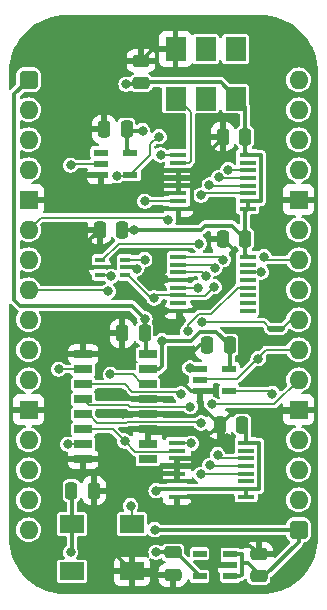
<source format=gtl>
%TF.GenerationSoftware,KiCad,Pcbnew,7.0.5*%
%TF.CreationDate,2024-01-27T15:52:53+02:00*%
%TF.ProjectId,Sound Clock,536f756e-6420-4436-9c6f-636b2e6b6963,rev?*%
%TF.SameCoordinates,Original*%
%TF.FileFunction,Copper,L1,Top*%
%TF.FilePolarity,Positive*%
%FSLAX46Y46*%
G04 Gerber Fmt 4.6, Leading zero omitted, Abs format (unit mm)*
G04 Created by KiCad (PCBNEW 7.0.5) date 2024-01-27 15:52:53*
%MOMM*%
%LPD*%
G01*
G04 APERTURE LIST*
G04 Aperture macros list*
%AMRoundRect*
0 Rectangle with rounded corners*
0 $1 Rounding radius*
0 $2 $3 $4 $5 $6 $7 $8 $9 X,Y pos of 4 corners*
0 Add a 4 corners polygon primitive as box body*
4,1,4,$2,$3,$4,$5,$6,$7,$8,$9,$2,$3,0*
0 Add four circle primitives for the rounded corners*
1,1,$1+$1,$2,$3*
1,1,$1+$1,$4,$5*
1,1,$1+$1,$6,$7*
1,1,$1+$1,$8,$9*
0 Add four rect primitives between the rounded corners*
20,1,$1+$1,$2,$3,$4,$5,0*
20,1,$1+$1,$4,$5,$6,$7,0*
20,1,$1+$1,$6,$7,$8,$9,0*
20,1,$1+$1,$8,$9,$2,$3,0*%
G04 Aperture macros list end*
%TA.AperFunction,SMDPad,CuDef*%
%ADD10R,1.800000X2.000000*%
%TD*%
%TA.AperFunction,SMDPad,CuDef*%
%ADD11R,2.000000X1.500000*%
%TD*%
%TA.AperFunction,SMDPad,CuDef*%
%ADD12R,1.250000X0.600000*%
%TD*%
%TA.AperFunction,SMDPad,CuDef*%
%ADD13R,0.875000X0.450000*%
%TD*%
%TA.AperFunction,SMDPad,CuDef*%
%ADD14R,1.450000X0.450000*%
%TD*%
%TA.AperFunction,SMDPad,CuDef*%
%ADD15R,1.150000X0.600000*%
%TD*%
%TA.AperFunction,SMDPad,CuDef*%
%ADD16R,1.550000X0.650000*%
%TD*%
%TA.AperFunction,SMDPad,CuDef*%
%ADD17RoundRect,0.250000X0.250000X0.475000X-0.250000X0.475000X-0.250000X-0.475000X0.250000X-0.475000X0*%
%TD*%
%TA.AperFunction,SMDPad,CuDef*%
%ADD18RoundRect,0.250000X0.475000X-0.250000X0.475000X0.250000X-0.475000X0.250000X-0.475000X-0.250000X0*%
%TD*%
%TA.AperFunction,SMDPad,CuDef*%
%ADD19RoundRect,0.250000X-0.250000X-0.475000X0.250000X-0.475000X0.250000X0.475000X-0.250000X0.475000X0*%
%TD*%
%TA.AperFunction,SMDPad,CuDef*%
%ADD20RoundRect,0.250000X-0.475000X0.250000X-0.475000X-0.250000X0.475000X-0.250000X0.475000X0.250000X0*%
%TD*%
%TA.AperFunction,ComponentPad*%
%ADD21RoundRect,0.400000X-0.400000X-0.400000X0.400000X-0.400000X0.400000X0.400000X-0.400000X0.400000X0*%
%TD*%
%TA.AperFunction,ComponentPad*%
%ADD22O,1.600000X1.600000*%
%TD*%
%TA.AperFunction,ComponentPad*%
%ADD23R,1.600000X1.600000*%
%TD*%
%TA.AperFunction,SMDPad,CuDef*%
%ADD24C,0.500000*%
%TD*%
%TA.AperFunction,ViaPad*%
%ADD25C,0.800000*%
%TD*%
%TA.AperFunction,Conductor*%
%ADD26C,0.200000*%
%TD*%
%TA.AperFunction,Conductor*%
%ADD27C,0.380000*%
%TD*%
G04 APERTURE END LIST*
%TA.AperFunction,EtchedComponent*%
%TO.C,NT1*%
G36*
X110355000Y-79752000D02*
G01*
X109355000Y-79752000D01*
X109355000Y-79252000D01*
X110355000Y-79252000D01*
X110355000Y-79752000D01*
G37*
%TD.AperFunction*%
%TD*%
D10*
%TO.P,Y2,1,E/D*%
%TO.N,unconnected-(Y2-E{slash}D-Pad1)*%
X106426000Y-55812000D03*
%TO.P,Y2,2,NC*%
%TO.N,unconnected-(Y2-NC-Pad2)*%
X103886000Y-55812000D03*
%TO.P,Y2,3,GND*%
%TO.N,/GND*%
X101346000Y-55812000D03*
%TO.P,Y2,4,OUT*%
%TO.N,/10MHz*%
X101346000Y-60012000D03*
%TO.P,Y2,5,OUT2*%
%TO.N,unconnected-(Y2-OUT2-Pad5)*%
X103886000Y-60012000D03*
%TO.P,Y2,6,3V*%
%TO.N,/3.3V*%
X106426000Y-60012000D03*
%TD*%
D11*
%TO.P,Y1,1,N.C.*%
%TO.N,unconnected-(Y1-N.C.-Pad1)*%
X92583000Y-100044000D03*
%TO.P,Y1,2,GND*%
%TO.N,/GND*%
X97663000Y-100044000D03*
%TO.P,Y1,3,OUTPUT*%
%TO.N,/32KHz*%
X97663000Y-96044000D03*
%TO.P,Y1,4,3V*%
%TO.N,/3.3V*%
X92583000Y-96044000D03*
%TD*%
D12*
%TO.P,IC9,1,B*%
%TO.N,/~{WR}_{B}*%
X103398000Y-82870000D03*
%TO.P,IC9,2,A*%
%TO.N,/~{WR}_{A}*%
X103398000Y-83820000D03*
%TO.P,IC9,3,GND*%
%TO.N,/GND*%
X103398000Y-84770000D03*
%TO.P,IC9,4,Y*%
%TO.N,/~{WR}*%
X105898000Y-84770000D03*
%TO.P,IC9,5,3V*%
%TO.N,/3.3V*%
X105898000Y-82870000D03*
%TD*%
D13*
%TO.P,IC8,1,1A*%
%TO.N,/Q3*%
X94950000Y-73645000D03*
%TO.P,IC8,2,GND*%
%TO.N,/GND*%
X94950000Y-74295000D03*
%TO.P,IC8,3,2A*%
%TO.N,/CLK*%
X94950000Y-74945000D03*
%TO.P,IC8,4,2Y*%
%TO.N,/~{CLK}*%
X97074000Y-74945000D03*
%TO.P,IC8,5,3V*%
%TO.N,/3.3V*%
X97074000Y-74295000D03*
%TO.P,IC8,6,1Y*%
%TO.N,/~{Q3}*%
X97074000Y-73645000D03*
%TD*%
D14*
%TO.P,IC6,1,~{MR}*%
%TO.N,/~{CLK}*%
X101596000Y-64781000D03*
%TO.P,IC6,2,CP*%
%TO.N,/10MHz*%
X101596000Y-65431000D03*
%TO.P,IC6,3,D0*%
%TO.N,/GND*%
X101596000Y-66081000D03*
%TO.P,IC6,4,D1*%
X101596000Y-66731000D03*
%TO.P,IC6,5,D2*%
X101596000Y-67381000D03*
%TO.P,IC6,6,D3*%
X101596000Y-68031000D03*
%TO.P,IC6,7,CEP*%
%TO.N,/~{Q3}*%
X101596000Y-68681000D03*
%TO.P,IC6,8,GND*%
%TO.N,/GND*%
X101596000Y-69331000D03*
%TO.P,IC6,9,~{PE}*%
%TO.N,/3.3V*%
X107446000Y-69331000D03*
%TO.P,IC6,10,CET*%
X107446000Y-68681000D03*
%TO.P,IC6,11,Q3*%
%TO.N,/Q3*%
X107446000Y-68031000D03*
%TO.P,IC6,12,Q2*%
%TO.N,/Q2*%
X107446000Y-67381000D03*
%TO.P,IC6,13,Q1*%
%TO.N,/Q1*%
X107446000Y-66731000D03*
%TO.P,IC6,14,Q0*%
%TO.N,/Q0*%
X107446000Y-66081000D03*
%TO.P,IC6,15,TC*%
%TO.N,unconnected-(IC6-TC-Pad15)*%
X107446000Y-65431000D03*
%TO.P,IC6,16,3V*%
%TO.N,/3.3V*%
X107446000Y-64781000D03*
%TD*%
D15*
%TO.P,IC5,1,VIN*%
%TO.N,/5V*%
X105978000Y-100452000D03*
%TO.P,IC5,2,GND*%
%TO.N,/GND*%
X105978000Y-99502000D03*
%TO.P,IC5,3,EN*%
%TO.N,/5V*%
X105978000Y-98552000D03*
%TO.P,IC5,4,ADJ*%
%TO.N,unconnected-(IC5-ADJ-Pad4)*%
X103378000Y-98552000D03*
%TO.P,IC5,5,VOUT*%
%TO.N,/3.3V*%
X103378000Y-100452000D03*
%TD*%
D14*
%TO.P,IC4,1,A0*%
%TO.N,/Q0*%
X101596000Y-73417000D03*
%TO.P,IC4,2,A1*%
%TO.N,/Q1*%
X101596000Y-74067000D03*
%TO.P,IC4,3,A2*%
%TO.N,/Q2*%
X101596000Y-74717000D03*
%TO.P,IC4,4,~{E1}*%
%TO.N,/GND*%
X101596000Y-75367000D03*
%TO.P,IC4,5,~{E2}*%
%TO.N,/Q3*%
X101596000Y-76017000D03*
%TO.P,IC4,6,E3*%
%TO.N,/~{CLK}*%
X101596000Y-76667000D03*
%TO.P,IC4,7,~{Y7}*%
%TO.N,unconnected-(IC4-~{Y7}-Pad7)*%
X101596000Y-77317000D03*
%TO.P,IC4,8,GND*%
%TO.N,/GND*%
X101596000Y-77967000D03*
%TO.P,IC4,9,~{Y6}*%
%TO.N,unconnected-(IC4-~{Y6}-Pad9)*%
X107446000Y-77967000D03*
%TO.P,IC4,10,~{Y5}*%
%TO.N,unconnected-(IC4-~{Y5}-Pad10)*%
X107446000Y-77317000D03*
%TO.P,IC4,11,~{Y4}*%
%TO.N,unconnected-(IC4-~{Y4}-Pad11)*%
X107446000Y-76667000D03*
%TO.P,IC4,12,~{Y3}*%
%TO.N,/~{WR}_{B}*%
X107446000Y-76017000D03*
%TO.P,IC4,13,~{Y2}*%
%TO.N,unconnected-(IC4-~{Y2}-Pad13)*%
X107446000Y-75367000D03*
%TO.P,IC4,14,~{Y1}*%
%TO.N,/~{WR}_{A}*%
X107446000Y-74717000D03*
%TO.P,IC4,15,~{Y0}*%
%TO.N,unconnected-(IC4-~{Y0}-Pad15)*%
X107446000Y-74067000D03*
%TO.P,IC4,16,3V*%
%TO.N,/3.3V*%
X107446000Y-73417000D03*
%TD*%
D12*
%TO.P,IC3,1,n.c.*%
%TO.N,unconnected-(IC3-n.c.-Pad1)*%
X95016000Y-64582000D03*
%TO.P,IC3,2,A*%
%TO.N,Net-(IC1-YA)*%
X95016000Y-65532000D03*
%TO.P,IC3,3,GND*%
%TO.N,/GND*%
X95016000Y-66482000D03*
%TO.P,IC3,4,Y*%
%TO.N,/CLK*%
X97516000Y-66482000D03*
%TO.P,IC3,5,3V*%
%TO.N,/3.3V*%
X97516000Y-64582000D03*
%TD*%
D14*
%TO.P,IC2,1,~{MR}*%
%TO.N,/~{Reset}*%
X101469000Y-89165000D03*
%TO.P,IC2,2,CP*%
%TO.N,/32KHz*%
X101469000Y-89815000D03*
%TO.P,IC2,3,D0*%
%TO.N,/GND*%
X101469000Y-90465000D03*
%TO.P,IC2,4,D1*%
X101469000Y-91115000D03*
%TO.P,IC2,5,D2*%
X101469000Y-91765000D03*
%TO.P,IC2,6,D3*%
X101469000Y-92415000D03*
%TO.P,IC2,7,CEP*%
%TO.N,/3.3V*%
X101469000Y-93065000D03*
%TO.P,IC2,8,GND*%
%TO.N,/GND*%
X101469000Y-93715000D03*
%TO.P,IC2,9,~{PE}*%
%TO.N,/3.3V*%
X107319000Y-93715000D03*
%TO.P,IC2,10,CET*%
X107319000Y-93065000D03*
%TO.P,IC2,11,Q3*%
%TO.N,unconnected-(IC2-Q3-Pad11)*%
X107319000Y-92415000D03*
%TO.P,IC2,12,Q2*%
%TO.N,/4KHz*%
X107319000Y-91765000D03*
%TO.P,IC2,13,Q1*%
%TO.N,/8KHz*%
X107319000Y-91115000D03*
%TO.P,IC2,14,Q0*%
%TO.N,/16KHz*%
X107319000Y-90465000D03*
%TO.P,IC2,15,TC*%
%TO.N,unconnected-(IC2-TC-Pad15)*%
X107319000Y-89815000D03*
%TO.P,IC2,16,3V*%
%TO.N,/3.3V*%
X107319000Y-89165000D03*
%TD*%
D16*
%TO.P,IC1,1,~{EA}*%
%TO.N,/GND*%
X93541000Y-81661000D03*
%TO.P,IC1,2,S1*%
%TO.N,/Clock Select _{S1}*%
X93541000Y-82931000D03*
%TO.P,IC1,3,I3A*%
%TO.N,/4KHz*%
X93541000Y-84201000D03*
%TO.P,IC1,4,I2A*%
%TO.N,/8KHz*%
X93541000Y-85471000D03*
%TO.P,IC1,5,I1A*%
%TO.N,/16KHz*%
X93541000Y-86741000D03*
%TO.P,IC1,6,I0A*%
%TO.N,/32KHz*%
X93541000Y-88011000D03*
%TO.P,IC1,7,YA*%
%TO.N,Net-(IC1-YA)*%
X93541000Y-89281000D03*
%TO.P,IC1,8,GND*%
%TO.N,/GND*%
X93541000Y-90551000D03*
%TO.P,IC1,9,YB*%
%TO.N,unconnected-(IC1-YB-Pad9)*%
X98991000Y-90551000D03*
%TO.P,IC1,10,I0B*%
%TO.N,/GND*%
X98991000Y-89281000D03*
%TO.P,IC1,11,I1B*%
X98991000Y-88011000D03*
%TO.P,IC1,12,I2B*%
X98991000Y-86741000D03*
%TO.P,IC1,13,I3B*%
X98991000Y-85471000D03*
%TO.P,IC1,14,S0*%
%TO.N,/Clock Select _{S0}*%
X98991000Y-84201000D03*
%TO.P,IC1,15,~{EB}*%
%TO.N,/3.3V*%
X98991000Y-82931000D03*
%TO.P,IC1,16,5V*%
%TO.N,/5V*%
X98991000Y-81661000D03*
%TD*%
D17*
%TO.P,C11,1*%
%TO.N,/5V*%
X98724000Y-79883000D03*
%TO.P,C11,2*%
%TO.N,/GND*%
X96824000Y-79883000D03*
%TD*%
%TO.P,C5,1*%
%TO.N,/3.3V*%
X96819000Y-71120000D03*
%TO.P,C5,2*%
%TO.N,/GND*%
X94919000Y-71120000D03*
%TD*%
D18*
%TO.P,C8,1*%
%TO.N,/5V*%
X108386400Y-100461400D03*
%TO.P,C8,2*%
%TO.N,/GND*%
X108386400Y-98561400D03*
%TD*%
D17*
%TO.P,C4,1*%
%TO.N,/3.3V*%
X106979000Y-87630000D03*
%TO.P,C4,2*%
%TO.N,/GND*%
X105079000Y-87630000D03*
%TD*%
D19*
%TO.P,C3,1*%
%TO.N,/3.3V*%
X92538000Y-93218000D03*
%TO.P,C3,2*%
%TO.N,/GND*%
X94438000Y-93218000D03*
%TD*%
D17*
%TO.P,C2,1*%
%TO.N,/3.3V*%
X105918000Y-80899000D03*
%TO.P,C2,2*%
%TO.N,/GND*%
X104018000Y-80899000D03*
%TD*%
D18*
%TO.P,C10,1*%
%TO.N,/3.3V*%
X98425000Y-58719000D03*
%TO.P,C10,2*%
%TO.N,/GND*%
X98425000Y-56819000D03*
%TD*%
D17*
%TO.P,C7,1*%
%TO.N,/3.3V*%
X107233000Y-63246000D03*
%TO.P,C7,2*%
%TO.N,/GND*%
X105333000Y-63246000D03*
%TD*%
%TO.P,C1,1*%
%TO.N,/3.3V*%
X107233000Y-71882000D03*
%TO.P,C1,2*%
%TO.N,/GND*%
X105333000Y-71882000D03*
%TD*%
%TO.P,C6,1*%
%TO.N,/3.3V*%
X97200000Y-62611000D03*
%TO.P,C6,2*%
%TO.N,/GND*%
X95300000Y-62611000D03*
%TD*%
D20*
%TO.P,C9,1*%
%TO.N,/3.3V*%
X101122000Y-98441000D03*
%TO.P,C9,2*%
%TO.N,/GND*%
X101122000Y-100341000D03*
%TD*%
D21*
%TO.P,J2,1,Pin_1*%
%TO.N,/5V*%
X88900000Y-58420000D03*
D22*
%TO.P,J2,2,Pin_2*%
%TO.N,unconnected-(J2-Pin_2-Pad2)*%
X88900000Y-60960000D03*
%TO.P,J2,3,Pin_3*%
%TO.N,unconnected-(J2-Pin_3-Pad3)*%
X88900000Y-63500000D03*
%TO.P,J2,4,Pin_4*%
%TO.N,unconnected-(J2-Pin_4-Pad4)*%
X88900000Y-66040000D03*
D23*
%TO.P,J2,5,Pin_5*%
%TO.N,/GND*%
X88900000Y-68580000D03*
D22*
%TO.P,J2,6,Pin_6*%
%TO.N,/~{Reset}*%
X88900000Y-71120000D03*
%TO.P,J2,7,Pin_7*%
%TO.N,/Clock Select _{S1}*%
X88900000Y-73660000D03*
%TO.P,J2,8,Pin_8*%
%TO.N,/Clock Select _{S0}*%
X88900000Y-76200000D03*
%TO.P,J2,9,Pin_9*%
%TO.N,unconnected-(J2-Pin_9-Pad9)*%
X88900000Y-78740000D03*
%TO.P,J2,10,Pin_10*%
%TO.N,unconnected-(J2-Pin_10-Pad10)*%
X88900000Y-81280000D03*
%TO.P,J2,11,Pin_11*%
%TO.N,unconnected-(J2-Pin_11-Pad11)*%
X88900000Y-83820000D03*
D23*
%TO.P,J2,12,Pin_12*%
%TO.N,/GND*%
X88900000Y-86360000D03*
D22*
%TO.P,J2,13,Pin_13*%
%TO.N,unconnected-(J2-Pin_13-Pad13)*%
X88900000Y-88900000D03*
%TO.P,J2,14,Pin_14*%
%TO.N,unconnected-(J2-Pin_14-Pad14)*%
X88900000Y-91440000D03*
%TO.P,J2,15,Pin_15*%
%TO.N,unconnected-(J2-Pin_15-Pad15)*%
X88900000Y-93980000D03*
%TO.P,J2,16,Pin_16*%
%TO.N,unconnected-(J2-Pin_16-Pad16)*%
X88900000Y-96520000D03*
D21*
%TO.P,J2,17,Pin_17*%
%TO.N,/5V*%
X111760000Y-96520000D03*
D22*
%TO.P,J2,18,Pin_18*%
%TO.N,unconnected-(J2-Pin_18-Pad18)*%
X111760000Y-93980000D03*
%TO.P,J2,19,Pin_19*%
%TO.N,unconnected-(J2-Pin_19-Pad19)*%
X111760000Y-91440000D03*
%TO.P,J2,20,Pin_20*%
%TO.N,unconnected-(J2-Pin_20-Pad20)*%
X111760000Y-88900000D03*
D23*
%TO.P,J2,21,Pin_21*%
%TO.N,/GND*%
X111760000Y-86360000D03*
D22*
%TO.P,J2,22,Pin_22*%
%TO.N,/~{WR}_{B}*%
X111760000Y-83820000D03*
%TO.P,J2,23,Pin_23*%
%TO.N,/~{WR}_{A}*%
X111760000Y-81280000D03*
%TO.P,J2,24,Pin_24*%
%TO.N,/A0*%
X111760000Y-78740000D03*
%TO.P,J2,25,Pin_25*%
%TO.N,/~{WR}*%
X111760000Y-76200000D03*
%TO.P,J2,26,Pin_26*%
%TO.N,/~{CLK}*%
X111760000Y-73660000D03*
%TO.P,J2,27,Pin_27*%
%TO.N,/CLK*%
X111760000Y-71120000D03*
D23*
%TO.P,J2,28,Pin_28*%
%TO.N,/GND*%
X111760000Y-68580000D03*
D22*
%TO.P,J2,29,Pin_29*%
%TO.N,unconnected-(J2-Pin_29-Pad29)*%
X111760000Y-66040000D03*
%TO.P,J2,30,Pin_30*%
%TO.N,unconnected-(J2-Pin_30-Pad30)*%
X111760000Y-63500000D03*
%TO.P,J2,31,Pin_31*%
%TO.N,unconnected-(J2-Pin_31-Pad31)*%
X111760000Y-60960000D03*
%TO.P,J2,32,Pin_32*%
%TO.N,unconnected-(J2-Pin_32-Pad32)*%
X111760000Y-58420000D03*
%TD*%
D24*
%TO.P,NT1,1,1*%
%TO.N,/Q2*%
X109355000Y-79502000D03*
%TO.P,NT1,2,2*%
%TO.N,/A0*%
X110355000Y-79502000D03*
%TD*%
D25*
%TO.N,/5V*%
X99568000Y-96520000D03*
X98755385Y-78663615D03*
%TO.N,/GND*%
X105734637Y-88788306D03*
X104902000Y-93980000D03*
X96870682Y-85030699D03*
X101792000Y-78740000D03*
X100330000Y-75311000D03*
X96901000Y-81534000D03*
X95250000Y-90424000D03*
X100330000Y-77978000D03*
X101854000Y-82042000D03*
X96901002Y-86741000D03*
%TO.N,/3.3V*%
X97155000Y-58801000D03*
X92456000Y-98425000D03*
X98044000Y-74422000D03*
X99695000Y-98425000D03*
X100203000Y-80518000D03*
X99695000Y-93218000D03*
X98552000Y-62738000D03*
X97790000Y-71120000D03*
%TO.N,/CLK*%
X95885000Y-75057000D03*
X99949000Y-63246000D03*
X96393000Y-66548000D03*
%TO.N,/Clock Select _{S1}*%
X91440000Y-82931000D03*
%TO.N,/4KHz*%
X101792000Y-85025511D03*
X103498777Y-91826186D03*
%TO.N,/8KHz*%
X104264779Y-91067685D03*
X102608000Y-86106000D03*
%TO.N,/16KHz*%
X103517886Y-87490114D03*
X104902000Y-90170000D03*
%TO.N,/32KHz*%
X97032500Y-89022500D03*
X97536000Y-94488000D03*
%TO.N,Net-(IC1-YA)*%
X92456000Y-65659000D03*
X92202000Y-89281000D03*
%TO.N,/Clock Select _{S0}*%
X95631000Y-76327000D03*
X95831275Y-83365725D03*
%TO.N,/~{Reset}*%
X100711000Y-70330000D03*
X102689592Y-89207408D03*
%TO.N,/Q0*%
X105382000Y-73651971D03*
X105790998Y-66039998D03*
%TO.N,/Q1*%
X104662981Y-74346965D03*
X105020392Y-66683608D03*
%TO.N,/Q2*%
X104207668Y-67331000D03*
X103909510Y-75004450D03*
X103611689Y-78966260D03*
%TO.N,/Q3*%
X103343426Y-72285575D03*
X103501000Y-68199000D03*
X103209510Y-76017248D03*
%TO.N,/~{CLK}*%
X99543507Y-76909367D03*
X104609510Y-75946000D03*
X100076000Y-64781000D03*
X108839000Y-73406000D03*
%TO.N,/~{WR}_{B}*%
X102372000Y-79712059D03*
X102569730Y-82824500D03*
X104435288Y-85869059D03*
%TO.N,/~{WR}_{A}*%
X108610538Y-74699687D03*
X108331000Y-82042000D03*
%TO.N,/~{Q3}*%
X98741000Y-73660000D03*
X98741000Y-68707000D03*
%TO.N,/~{WR}*%
X109531766Y-84994201D03*
%TD*%
D26*
%TO.N,/10MHz*%
X101473000Y-60012000D02*
X102621000Y-61160000D01*
D27*
%TO.N,/3.3V*%
X105163000Y-58622000D02*
X106553000Y-60012000D01*
X107233000Y-63246000D02*
X107233000Y-60692000D01*
%TO.N,/GND*%
X101473000Y-55812000D02*
X99432000Y-55812000D01*
%TO.N,/3.3V*%
X98522000Y-58622000D02*
X105163000Y-58622000D01*
D26*
%TO.N,/10MHz*%
X102621000Y-61160000D02*
X102621000Y-65331000D01*
X102621000Y-65331000D02*
X102521000Y-65431000D01*
X102521000Y-65431000D02*
X101596000Y-65431000D01*
D27*
%TO.N,/5V*%
X87710000Y-59610000D02*
X88900000Y-58420000D01*
X106943000Y-98562000D02*
X106943000Y-99314000D01*
X87710000Y-77042000D02*
X87710000Y-59610000D01*
X98724000Y-79883000D02*
X98724000Y-78695000D01*
X98724000Y-78695000D02*
X98755385Y-78663615D01*
X108386400Y-100258400D02*
X107442000Y-99314000D01*
X108834600Y-100461400D02*
X111760000Y-97536000D01*
X111760000Y-96520000D02*
X99568000Y-96520000D01*
X105978000Y-98552000D02*
X106933000Y-98552000D01*
X97641770Y-77550000D02*
X88218000Y-77550000D01*
X106933000Y-98552000D02*
X106943000Y-98562000D01*
X106943000Y-100321000D02*
X106812000Y-100452000D01*
X98806000Y-81476000D02*
X98806000Y-79965000D01*
X106943000Y-99314000D02*
X106943000Y-100321000D01*
X106812000Y-100452000D02*
X105978000Y-100452000D01*
X88218000Y-77550000D02*
X87710000Y-77042000D01*
X98755385Y-78663615D02*
X97641770Y-77550000D01*
X107442000Y-99314000D02*
X106943000Y-99314000D01*
X111760000Y-97536000D02*
X111760000Y-96520000D01*
X98991000Y-81661000D02*
X98806000Y-81476000D01*
%TO.N,/GND*%
X103398000Y-84770000D02*
X103398000Y-85949000D01*
X96773982Y-81661000D02*
X96774000Y-81661000D01*
X102605000Y-93715000D02*
X101469000Y-93715000D01*
X99432000Y-55812000D02*
X98425000Y-56819000D01*
X94919000Y-71120000D02*
X94122500Y-71916500D01*
X94122500Y-71916500D02*
X94122500Y-74285000D01*
X105013000Y-97862000D02*
X107687000Y-97862000D01*
X102235001Y-82042000D02*
X101854000Y-82042000D01*
X101600000Y-83727000D02*
X102108511Y-84235511D01*
X102701000Y-77967000D02*
X101596000Y-77967000D01*
X95250000Y-91059000D02*
X94438000Y-91871000D01*
X102711000Y-65945000D02*
X105333000Y-63323000D01*
X100386000Y-75367000D02*
X100330000Y-75311000D01*
X98991000Y-88011000D02*
X98991000Y-89281000D01*
X94438000Y-93218000D02*
X94438000Y-96819000D01*
X93541000Y-81661000D02*
X96773982Y-81661000D01*
X106172000Y-75773741D02*
X104169481Y-77776260D01*
X96774000Y-81661000D02*
X96901000Y-81534000D01*
X94438000Y-91871000D02*
X94438000Y-93218000D01*
X101469000Y-92415000D02*
X101469000Y-91765000D01*
X101596000Y-69331000D02*
X102701000Y-69331000D01*
X104018000Y-80899000D02*
X103378001Y-80899000D01*
X102582000Y-84709000D02*
X102643000Y-84770000D01*
X105978000Y-99502000D02*
X105023000Y-99502000D01*
X101122000Y-100341000D02*
X97960000Y-100341000D01*
X101596000Y-75367000D02*
X100386000Y-75367000D01*
X104365385Y-88343615D02*
X105079000Y-87630000D01*
X101596000Y-67381000D02*
X101596000Y-66731000D01*
X105079000Y-88132669D02*
X105734637Y-88788306D01*
X96824000Y-79883000D02*
X96824000Y-81457000D01*
X101596000Y-66731000D02*
X101596000Y-66081000D01*
X95250000Y-90424000D02*
X95123000Y-90551000D01*
X98991000Y-86741000D02*
X96901002Y-86741000D01*
X107687000Y-97862000D02*
X108386400Y-98561400D01*
X101596000Y-68031000D02*
X101596000Y-67381000D01*
X102119229Y-84235511D02*
X102582000Y-84698282D01*
X101854000Y-82042000D02*
X101854000Y-82423001D01*
X98991000Y-85471000D02*
X97310983Y-85471000D01*
X105333000Y-71882000D02*
X106172000Y-72721000D01*
X101854000Y-82423001D02*
X101600000Y-82677001D01*
X94438000Y-96819000D02*
X97663000Y-100044000D01*
X95250000Y-90424000D02*
X95250000Y-91059000D01*
X102870000Y-93980000D02*
X102605000Y-93715000D01*
X99323615Y-88343615D02*
X104365385Y-88343615D01*
X95123000Y-90551000D02*
X93541000Y-90551000D01*
X102891740Y-77776260D02*
X102701000Y-77967000D01*
X104902000Y-93980000D02*
X102870000Y-93980000D01*
X102643000Y-84770000D02*
X103398000Y-84770000D01*
X102711000Y-67310000D02*
X102711000Y-65945000D01*
X101792000Y-78163000D02*
X101792000Y-78740000D01*
X102711000Y-67310000D02*
X101667000Y-67310000D01*
X102108511Y-84235511D02*
X102119229Y-84235511D01*
X105013000Y-99492000D02*
X105013000Y-97862000D01*
X106194000Y-86515000D02*
X111605000Y-86515000D01*
X101667000Y-67310000D02*
X101596000Y-67381000D01*
X94122500Y-74285000D02*
X94132500Y-74295000D01*
X94132500Y-74295000D02*
X94950000Y-74295000D01*
X105023000Y-99502000D02*
X105013000Y-99492000D01*
X103398000Y-85949000D02*
X105079000Y-87630000D01*
X103378001Y-80899000D02*
X102235001Y-82042000D01*
X102711000Y-69321000D02*
X102711000Y-67310000D01*
X96824000Y-81457000D02*
X96901000Y-81534000D01*
X102701000Y-69331000D02*
X102711000Y-69321000D01*
X101596000Y-77967000D02*
X101792000Y-78163000D01*
X97310983Y-85471000D02*
X96870682Y-85030699D01*
X106172000Y-72721000D02*
X106172000Y-75773741D01*
X101600000Y-82677001D02*
X101600000Y-83727000D01*
X105079000Y-87630000D02*
X106194000Y-86515000D01*
X101469000Y-91765000D02*
X101469000Y-91115000D01*
X102582000Y-84698282D02*
X102582000Y-84709000D01*
X100330000Y-77978000D02*
X101585000Y-77978000D01*
X101469000Y-91115000D02*
X101469000Y-90465000D01*
X104169481Y-77776260D02*
X102891740Y-77776260D01*
X98991000Y-88011000D02*
X99323615Y-88343615D01*
%TO.N,/3.3V*%
X103858000Y-70767000D02*
X103505000Y-71120000D01*
X101469000Y-93065000D02*
X107319000Y-93065000D01*
X92583000Y-96044000D02*
X92583000Y-98298000D01*
X97200000Y-64266000D02*
X97516000Y-64582000D01*
X108551000Y-68681000D02*
X107446000Y-68681000D01*
X106979000Y-87630000D02*
X107315000Y-87966000D01*
X97790000Y-71120000D02*
X96819000Y-71120000D01*
X108561000Y-68671000D02*
X108551000Y-68681000D01*
X100203000Y-80518000D02*
X100203000Y-82677000D01*
X99949000Y-82931000D02*
X98991000Y-82931000D01*
X108434000Y-93055000D02*
X108424000Y-93065000D01*
X100203000Y-82677000D02*
X99949000Y-82931000D01*
X107315000Y-87966000D02*
X107315000Y-89161000D01*
X98552000Y-62738000D02*
X97327000Y-62738000D01*
X105918000Y-80899000D02*
X105918000Y-82850000D01*
X107233000Y-71882000D02*
X107233000Y-73204000D01*
X107319000Y-93065000D02*
X107319000Y-93715000D01*
X99711000Y-98441000D02*
X99695000Y-98425000D01*
X107319000Y-89165000D02*
X108424000Y-89165000D01*
X97200000Y-62611000D02*
X97200000Y-64266000D01*
X107233000Y-73204000D02*
X107446000Y-73417000D01*
X107233000Y-69544000D02*
X107446000Y-69331000D01*
X101367000Y-98441000D02*
X103378000Y-100452000D01*
X108551000Y-64781000D02*
X108561000Y-64791000D01*
X108561000Y-64791000D02*
X108561000Y-68671000D01*
X103505000Y-71120000D02*
X97790000Y-71120000D01*
X107446000Y-68681000D02*
X107446000Y-69331000D01*
X100218941Y-80502059D02*
X100203000Y-80518000D01*
X102699229Y-80502059D02*
X100218941Y-80502059D01*
X97074000Y-74295000D02*
X97917000Y-74295000D01*
X106118000Y-70767000D02*
X103858000Y-70767000D01*
X107233000Y-71882000D02*
X106118000Y-70767000D01*
X108434000Y-89175000D02*
X108434000Y-93055000D01*
X108424000Y-93065000D02*
X107319000Y-93065000D01*
X97917000Y-74295000D02*
X98044000Y-74422000D01*
X99848000Y-93065000D02*
X101469000Y-93065000D01*
X108424000Y-89165000D02*
X108434000Y-89175000D01*
X107233000Y-63246000D02*
X107233000Y-64568000D01*
X101122000Y-98441000D02*
X99711000Y-98441000D01*
X99695000Y-93218000D02*
X99848000Y-93065000D01*
X104803000Y-79784000D02*
X103417288Y-79784000D01*
X107233000Y-64568000D02*
X107446000Y-64781000D01*
X97155000Y-58801000D02*
X98343000Y-58801000D01*
X107233000Y-71882000D02*
X107233000Y-69544000D01*
X92583000Y-98298000D02*
X92456000Y-98425000D01*
X92583000Y-96044000D02*
X92583000Y-93263000D01*
X105918000Y-80899000D02*
X104803000Y-79784000D01*
X103417288Y-79784000D02*
X102699229Y-80502059D01*
X107446000Y-64781000D02*
X108551000Y-64781000D01*
D26*
%TO.N,/CLK*%
X97516000Y-66482000D02*
X99187000Y-64811000D01*
X99822000Y-63246000D02*
X99949000Y-63246000D01*
X94950000Y-74945000D02*
X95773000Y-74945000D01*
X96393000Y-66548000D02*
X97450000Y-66548000D01*
X95773000Y-74945000D02*
X95885000Y-75057000D01*
X99187000Y-64811000D02*
X99187000Y-63881000D01*
X99187000Y-63881000D02*
X99822000Y-63246000D01*
%TO.N,/Clock Select _{S1}*%
X93541000Y-82931000D02*
X91440000Y-82931000D01*
%TO.N,/4KHz*%
X97665934Y-84836000D02*
X101602489Y-84836000D01*
X101602489Y-84836000D02*
X101792000Y-85025511D01*
X97030934Y-84201000D02*
X97665934Y-84836000D01*
X93541000Y-84201000D02*
X97030934Y-84201000D01*
X107257814Y-91826186D02*
X103498777Y-91826186D01*
%TO.N,/8KHz*%
X97364950Y-85961000D02*
X97509950Y-86106000D01*
X107319000Y-91115000D02*
X104312094Y-91115000D01*
X104312094Y-91115000D02*
X104264779Y-91067685D01*
X97509950Y-86106000D02*
X102608000Y-86106000D01*
X93541000Y-85471000D02*
X94031000Y-85961000D01*
X94031000Y-85961000D02*
X97364950Y-85961000D01*
%TO.N,/16KHz*%
X107319000Y-90465000D02*
X105197000Y-90465000D01*
X103403772Y-87376000D02*
X103517886Y-87490114D01*
X97255950Y-87376000D02*
X103403772Y-87376000D01*
X93991000Y-86741000D02*
X94691000Y-87441000D01*
X105197000Y-90465000D02*
X104902000Y-90170000D01*
X97190950Y-87441000D02*
X97255950Y-87376000D01*
X94691000Y-87441000D02*
X97190950Y-87441000D01*
%TO.N,/32KHz*%
X93541000Y-88011000D02*
X96021000Y-88011000D01*
X97926000Y-89916000D02*
X101368000Y-89916000D01*
X97663000Y-96044000D02*
X97663000Y-94615000D01*
X96021000Y-88011000D02*
X97032500Y-89022500D01*
X97032500Y-89022500D02*
X97926000Y-89916000D01*
X97663000Y-94615000D02*
X97536000Y-94488000D01*
%TO.N,Net-(IC1-YA)*%
X92456000Y-65659000D02*
X92583000Y-65532000D01*
X92583000Y-65532000D02*
X95016000Y-65532000D01*
X93541000Y-89281000D02*
X92202000Y-89281000D01*
%TO.N,/Clock Select _{S0}*%
X95504000Y-76200000D02*
X95631000Y-76327000D01*
X98541000Y-84201000D02*
X97705725Y-83365725D01*
X88900000Y-76200000D02*
X95504000Y-76200000D01*
X97705725Y-83365725D02*
X95831275Y-83365725D01*
%TO.N,/~{Reset}*%
X100476000Y-70095000D02*
X100711000Y-70330000D01*
X88900000Y-71120000D02*
X89925000Y-70095000D01*
X89925000Y-70095000D02*
X100476000Y-70095000D01*
X102647184Y-89165000D02*
X102689592Y-89207408D01*
X101469000Y-89165000D02*
X102647184Y-89165000D01*
%TO.N,/Q0*%
X101596000Y-73417000D02*
X105147029Y-73417000D01*
X105832000Y-66081000D02*
X105790998Y-66039998D01*
X107446000Y-66081000D02*
X105832000Y-66081000D01*
X105147029Y-73417000D02*
X105382000Y-73651971D01*
%TO.N,/Q1*%
X101596000Y-74067000D02*
X104383016Y-74067000D01*
X104383016Y-74067000D02*
X104662981Y-74346965D01*
X105076785Y-66740001D02*
X105020392Y-66683608D01*
X107436999Y-66740001D02*
X105076785Y-66740001D01*
%TO.N,/Q2*%
X108819260Y-78966260D02*
X103611689Y-78966260D01*
X109355000Y-79502000D02*
X108819260Y-78966260D01*
X101596000Y-74717000D02*
X103622060Y-74717000D01*
X104260276Y-67383608D02*
X104207668Y-67331000D01*
X103622060Y-74717000D02*
X103909510Y-75004450D01*
X107443392Y-67383608D02*
X104260276Y-67383608D01*
%TO.N,/Q3*%
X107446000Y-68031000D02*
X103669000Y-68031000D01*
X95162500Y-73645000D02*
X96521925Y-72285575D01*
X103209262Y-76017000D02*
X103209510Y-76017248D01*
X101596000Y-76017000D02*
X103209262Y-76017000D01*
X96521925Y-72285575D02*
X103343426Y-72285575D01*
X103669000Y-68031000D02*
X103501000Y-68199000D01*
%TO.N,/~{CLK}*%
X97286500Y-74945000D02*
X99250867Y-76909367D01*
X111760000Y-73660000D02*
X109093000Y-73660000D01*
X101596000Y-64781000D02*
X100076000Y-64781000D01*
X103838262Y-76717248D02*
X104609510Y-75946000D01*
X101646248Y-76717248D02*
X103838262Y-76717248D01*
X99785874Y-76667000D02*
X99543507Y-76909367D01*
X109093000Y-73660000D02*
X108839000Y-73406000D01*
X101596000Y-76667000D02*
X99785874Y-76667000D01*
X99250867Y-76909367D02*
X99543507Y-76909367D01*
%TO.N,/~{WR}_{B}*%
X111760000Y-83820000D02*
X109710941Y-85869059D01*
X102615230Y-82870000D02*
X102569730Y-82824500D01*
X106621705Y-76017000D02*
X104372445Y-78266260D01*
X102372000Y-79215999D02*
X102372000Y-79712059D01*
X107446000Y-76017000D02*
X106621705Y-76017000D01*
X103398000Y-82870000D02*
X102615230Y-82870000D01*
X104372445Y-78266260D02*
X103321739Y-78266260D01*
X109710941Y-85869059D02*
X104435288Y-85869059D01*
X103321739Y-78266260D02*
X102372000Y-79215999D01*
%TO.N,/~{WR}_{A}*%
X108610538Y-74699687D02*
X107463313Y-74699687D01*
X109012999Y-81280000D02*
X111760000Y-81280000D01*
X108250999Y-82042000D02*
X108331000Y-82042000D01*
X108331000Y-81961999D02*
X109012999Y-81280000D01*
X108331000Y-82042000D02*
X108331000Y-81961999D01*
X103448000Y-83770000D02*
X106522999Y-83770000D01*
X106522999Y-83770000D02*
X108250999Y-82042000D01*
%TO.N,/~{Q3}*%
X98726000Y-73645000D02*
X98741000Y-73660000D01*
X97074000Y-73645000D02*
X98726000Y-73645000D01*
X101596000Y-68681000D02*
X98767000Y-68681000D01*
X98767000Y-68681000D02*
X98741000Y-68707000D01*
%TO.N,/~{WR}*%
X109307565Y-84770000D02*
X109531766Y-84994201D01*
X105898000Y-84770000D02*
X109307565Y-84770000D01*
%TO.N,/A0*%
X111117000Y-78740000D02*
X110355000Y-79502000D01*
%TD*%
%TA.AperFunction,Conductor*%
%TO.N,/GND*%
G36*
X108586351Y-52955559D02*
G01*
X109003236Y-52973760D01*
X109008589Y-52974229D01*
X109420967Y-53028519D01*
X109426268Y-53029454D01*
X109832335Y-53119477D01*
X109837525Y-53120867D01*
X110234209Y-53245941D01*
X110239286Y-53247789D01*
X110623552Y-53406958D01*
X110628422Y-53409229D01*
X110997371Y-53601291D01*
X111002020Y-53603976D01*
X111352809Y-53827454D01*
X111357231Y-53830550D01*
X111687197Y-54083741D01*
X111691342Y-54087220D01*
X111963881Y-54336957D01*
X111997975Y-54368198D01*
X112001801Y-54372024D01*
X112282779Y-54678657D01*
X112286256Y-54682800D01*
X112366462Y-54787326D01*
X112539449Y-55012768D01*
X112542548Y-55017194D01*
X112766018Y-55367972D01*
X112768712Y-55372635D01*
X112960761Y-55741559D01*
X112963045Y-55746457D01*
X113004138Y-55845664D01*
X113122208Y-56130709D01*
X113124059Y-56135794D01*
X113164077Y-56262715D01*
X113212505Y-56416309D01*
X113249125Y-56532450D01*
X113250525Y-56537677D01*
X113340543Y-56943725D01*
X113341482Y-56949051D01*
X113355497Y-57055503D01*
X113395768Y-57361392D01*
X113396239Y-57366782D01*
X113397172Y-57388124D01*
X113414440Y-57783648D01*
X113414499Y-57786352D01*
X113414500Y-97110829D01*
X113414500Y-97153646D01*
X113414441Y-97156350D01*
X113396240Y-97573215D01*
X113395768Y-97578606D01*
X113341483Y-97990945D01*
X113340543Y-97996274D01*
X113250525Y-98402322D01*
X113249125Y-98407549D01*
X113124059Y-98804205D01*
X113122208Y-98809290D01*
X112963048Y-99193536D01*
X112960760Y-99198440D01*
X112804465Y-99498684D01*
X112768719Y-99567351D01*
X112766013Y-99572037D01*
X112542553Y-99922798D01*
X112539449Y-99927231D01*
X112286258Y-100257197D01*
X112282779Y-100261342D01*
X112001801Y-100567975D01*
X111997975Y-100571801D01*
X111691342Y-100852779D01*
X111687197Y-100856258D01*
X111357231Y-101109449D01*
X111352798Y-101112553D01*
X111002037Y-101336013D01*
X110997351Y-101338719D01*
X110628440Y-101530761D01*
X110623536Y-101533048D01*
X110239290Y-101692208D01*
X110234205Y-101694059D01*
X109837549Y-101819125D01*
X109832322Y-101820525D01*
X109426274Y-101910543D01*
X109420945Y-101911483D01*
X109008606Y-101965768D01*
X109003215Y-101966240D01*
X108586351Y-101984441D01*
X108583647Y-101984500D01*
X92076353Y-101984500D01*
X92073649Y-101984441D01*
X91656784Y-101966240D01*
X91651393Y-101965768D01*
X91445223Y-101938625D01*
X91239051Y-101911482D01*
X91233725Y-101910543D01*
X90827677Y-101820525D01*
X90822458Y-101819127D01*
X90636218Y-101760405D01*
X90425794Y-101694059D01*
X90420709Y-101692208D01*
X90200171Y-101600858D01*
X90036457Y-101533045D01*
X90031567Y-101530765D01*
X89662635Y-101338712D01*
X89657972Y-101336018D01*
X89307194Y-101112548D01*
X89302768Y-101109449D01*
X89099828Y-100953728D01*
X88972800Y-100856256D01*
X88968657Y-100852779D01*
X88931442Y-100818678D01*
X91332500Y-100818678D01*
X91347032Y-100891735D01*
X91347033Y-100891739D01*
X91365405Y-100919234D01*
X91402399Y-100974601D01*
X91444154Y-101002500D01*
X91485260Y-101029966D01*
X91485264Y-101029967D01*
X91558321Y-101044499D01*
X91558324Y-101044500D01*
X91558326Y-101044500D01*
X93607676Y-101044500D01*
X93607677Y-101044499D01*
X93680740Y-101029966D01*
X93763601Y-100974601D01*
X93818966Y-100891740D01*
X93833500Y-100818674D01*
X93833500Y-100294000D01*
X96163000Y-100294000D01*
X96163000Y-100841844D01*
X96169401Y-100901372D01*
X96169403Y-100901379D01*
X96219645Y-101036086D01*
X96219649Y-101036093D01*
X96305809Y-101151187D01*
X96305812Y-101151190D01*
X96420906Y-101237350D01*
X96420913Y-101237354D01*
X96555620Y-101287596D01*
X96555627Y-101287598D01*
X96615155Y-101293999D01*
X96615172Y-101294000D01*
X97413000Y-101294000D01*
X97413000Y-100294000D01*
X97913000Y-100294000D01*
X97913000Y-101294000D01*
X98710828Y-101294000D01*
X98710844Y-101293999D01*
X98770372Y-101287598D01*
X98770379Y-101287596D01*
X98905086Y-101237354D01*
X98905093Y-101237350D01*
X99020187Y-101151190D01*
X99020190Y-101151187D01*
X99106350Y-101036093D01*
X99106354Y-101036086D01*
X99156596Y-100901379D01*
X99156598Y-100901372D01*
X99162999Y-100841844D01*
X99163000Y-100841827D01*
X99163000Y-100591000D01*
X99897001Y-100591000D01*
X99897001Y-100640986D01*
X99907494Y-100743697D01*
X99962641Y-100910119D01*
X99962643Y-100910124D01*
X100054684Y-101059345D01*
X100178654Y-101183315D01*
X100327875Y-101275356D01*
X100327880Y-101275358D01*
X100494302Y-101330505D01*
X100494309Y-101330506D01*
X100597019Y-101340999D01*
X100871999Y-101340999D01*
X100872000Y-101340998D01*
X100872000Y-100591000D01*
X99897001Y-100591000D01*
X99163000Y-100591000D01*
X99163000Y-100294000D01*
X97913000Y-100294000D01*
X97413000Y-100294000D01*
X96163000Y-100294000D01*
X93833500Y-100294000D01*
X93833500Y-99794000D01*
X96163000Y-99794000D01*
X97413000Y-99794000D01*
X97913000Y-99794000D01*
X99163000Y-99794000D01*
X99163000Y-99246172D01*
X99162999Y-99246155D01*
X99156598Y-99186627D01*
X99156597Y-99186623D01*
X99124499Y-99100564D01*
X99119515Y-99030872D01*
X99153000Y-98969549D01*
X99214323Y-98936064D01*
X99284014Y-98941048D01*
X99316298Y-98960442D01*
X99316588Y-98960023D01*
X99322761Y-98964284D01*
X99462634Y-99037696D01*
X99616014Y-99075500D01*
X99616015Y-99075500D01*
X99773985Y-99075500D01*
X99927365Y-99037696D01*
X100067238Y-98964284D01*
X100067237Y-98964284D01*
X100067240Y-98964283D01*
X100067241Y-98964281D01*
X100073412Y-98960023D01*
X100075240Y-98962672D01*
X100125231Y-98939112D01*
X100194504Y-98948224D01*
X100243618Y-98987318D01*
X100289452Y-99048544D01*
X100289455Y-99048547D01*
X100404664Y-99134793D01*
X100404673Y-99134798D01*
X100424468Y-99142181D01*
X100480402Y-99184051D01*
X100504820Y-99249515D01*
X100489969Y-99317788D01*
X100440565Y-99367194D01*
X100420141Y-99376069D01*
X100327878Y-99406642D01*
X100327875Y-99406643D01*
X100178654Y-99498684D01*
X100054684Y-99622654D01*
X99962643Y-99771875D01*
X99962641Y-99771880D01*
X99907494Y-99938302D01*
X99907493Y-99938309D01*
X99897000Y-100041013D01*
X99897000Y-100091000D01*
X101248000Y-100091000D01*
X101315039Y-100110685D01*
X101360794Y-100163489D01*
X101372000Y-100215000D01*
X101372000Y-101340999D01*
X101646972Y-101340999D01*
X101646986Y-101340998D01*
X101749697Y-101330505D01*
X101916119Y-101275358D01*
X101916124Y-101275356D01*
X102065345Y-101183315D01*
X102189315Y-101059345D01*
X102281356Y-100910124D01*
X102281359Y-100910117D01*
X102319669Y-100794505D01*
X102359441Y-100737059D01*
X102423957Y-100710236D01*
X102492733Y-100722551D01*
X102543933Y-100770093D01*
X102558992Y-100809315D01*
X102567032Y-100849737D01*
X102567033Y-100849739D01*
X102570289Y-100854612D01*
X102622399Y-100932601D01*
X102685256Y-100974600D01*
X102705260Y-100987966D01*
X102705264Y-100987967D01*
X102778321Y-101002499D01*
X102778324Y-101002500D01*
X102778326Y-101002500D01*
X103977676Y-101002500D01*
X103977677Y-101002499D01*
X104050740Y-100987966D01*
X104133601Y-100932601D01*
X104188966Y-100849740D01*
X104203500Y-100776674D01*
X104203500Y-100127326D01*
X104203500Y-100127325D01*
X104203500Y-100127322D01*
X104188967Y-100054264D01*
X104188966Y-100054260D01*
X104180115Y-100041013D01*
X104133601Y-99971399D01*
X104064289Y-99925087D01*
X104050739Y-99916033D01*
X104050735Y-99916032D01*
X103977677Y-99901500D01*
X103977674Y-99901500D01*
X103501824Y-99901500D01*
X103434785Y-99881815D01*
X103414143Y-99865181D01*
X102863143Y-99314181D01*
X102829658Y-99252858D01*
X102834642Y-99183166D01*
X102876514Y-99127233D01*
X102941978Y-99102816D01*
X102950824Y-99102500D01*
X103977676Y-99102500D01*
X103977677Y-99102499D01*
X104050740Y-99087966D01*
X104133601Y-99032601D01*
X104188966Y-98949740D01*
X104203500Y-98876674D01*
X104203500Y-98227326D01*
X104203500Y-98227323D01*
X104203499Y-98227321D01*
X104188967Y-98154264D01*
X104188966Y-98154260D01*
X104186547Y-98150640D01*
X104133601Y-98071399D01*
X104050740Y-98016034D01*
X104050739Y-98016033D01*
X104050735Y-98016032D01*
X103977677Y-98001500D01*
X103977674Y-98001500D01*
X102778326Y-98001500D01*
X102778323Y-98001500D01*
X102705264Y-98016032D01*
X102705260Y-98016033D01*
X102622399Y-98071399D01*
X102567033Y-98154260D01*
X102567032Y-98154264D01*
X102552500Y-98227321D01*
X102552500Y-98704176D01*
X102532815Y-98771215D01*
X102480011Y-98816970D01*
X102410853Y-98826914D01*
X102347297Y-98797889D01*
X102340819Y-98791857D01*
X102133818Y-98584856D01*
X102100333Y-98523533D01*
X102097499Y-98497175D01*
X102097499Y-98143129D01*
X102097498Y-98143123D01*
X102095679Y-98126202D01*
X102091091Y-98083517D01*
X102087983Y-98075185D01*
X102040797Y-97948671D01*
X102040793Y-97948664D01*
X101954547Y-97833455D01*
X101954544Y-97833452D01*
X101839335Y-97747206D01*
X101839328Y-97747202D01*
X101704482Y-97696908D01*
X101704483Y-97696908D01*
X101644883Y-97690501D01*
X101644881Y-97690500D01*
X101644873Y-97690500D01*
X101644864Y-97690500D01*
X100599129Y-97690500D01*
X100599123Y-97690501D01*
X100539516Y-97696908D01*
X100404671Y-97747202D01*
X100404664Y-97747206D01*
X100289455Y-97833452D01*
X100289454Y-97833453D01*
X100258020Y-97875443D01*
X100202086Y-97917313D01*
X100132394Y-97922296D01*
X100076528Y-97893945D01*
X100067240Y-97885717D01*
X100067238Y-97885715D01*
X99927365Y-97812303D01*
X99773986Y-97774500D01*
X99773985Y-97774500D01*
X99616015Y-97774500D01*
X99616014Y-97774500D01*
X99462634Y-97812303D01*
X99322762Y-97885715D01*
X99204516Y-97990471D01*
X99114781Y-98120475D01*
X99114780Y-98120476D01*
X99058762Y-98268181D01*
X99039722Y-98424999D01*
X99039722Y-98425000D01*
X99058762Y-98581818D01*
X99110775Y-98718962D01*
X99116142Y-98788625D01*
X99082995Y-98850131D01*
X99021857Y-98883953D01*
X98952139Y-98879351D01*
X98920523Y-98862200D01*
X98905092Y-98850649D01*
X98905086Y-98850645D01*
X98770379Y-98800403D01*
X98770372Y-98800401D01*
X98710844Y-98794000D01*
X97913000Y-98794000D01*
X97913000Y-99794000D01*
X97413000Y-99794000D01*
X97413000Y-98794000D01*
X96615155Y-98794000D01*
X96555627Y-98800401D01*
X96555620Y-98800403D01*
X96420913Y-98850645D01*
X96420906Y-98850649D01*
X96305812Y-98936809D01*
X96305809Y-98936812D01*
X96219649Y-99051906D01*
X96219645Y-99051913D01*
X96169403Y-99186620D01*
X96169401Y-99186627D01*
X96163000Y-99246155D01*
X96163000Y-99794000D01*
X93833500Y-99794000D01*
X93833500Y-99269326D01*
X93833500Y-99269323D01*
X93833499Y-99269321D01*
X93818967Y-99196264D01*
X93818966Y-99196260D01*
X93817146Y-99193536D01*
X93763601Y-99113399D01*
X93680740Y-99058034D01*
X93680739Y-99058033D01*
X93680735Y-99058032D01*
X93607677Y-99043500D01*
X93607674Y-99043500D01*
X93055760Y-99043500D01*
X92988721Y-99023815D01*
X92942966Y-98971011D01*
X92933022Y-98901853D01*
X92953710Y-98849060D01*
X92975860Y-98816970D01*
X93036220Y-98729523D01*
X93092237Y-98581818D01*
X93111278Y-98425000D01*
X93092237Y-98268182D01*
X93044810Y-98143128D01*
X93033561Y-98113465D01*
X93035130Y-98112869D01*
X93023500Y-98065677D01*
X93023500Y-97168500D01*
X93043185Y-97101461D01*
X93095989Y-97055706D01*
X93147500Y-97044500D01*
X93607676Y-97044500D01*
X93607677Y-97044499D01*
X93680740Y-97029966D01*
X93763601Y-96974601D01*
X93818966Y-96891740D01*
X93833499Y-96818678D01*
X96412500Y-96818678D01*
X96427032Y-96891735D01*
X96427033Y-96891739D01*
X96427034Y-96891740D01*
X96482399Y-96974601D01*
X96565260Y-97029966D01*
X96565264Y-97029967D01*
X96638321Y-97044499D01*
X96638324Y-97044500D01*
X96638326Y-97044500D01*
X98687676Y-97044500D01*
X98687677Y-97044499D01*
X98760740Y-97029966D01*
X98843601Y-96974601D01*
X98864037Y-96944014D01*
X98917647Y-96899210D01*
X98986971Y-96890501D01*
X99049999Y-96920655D01*
X99069188Y-96942464D01*
X99077515Y-96954528D01*
X99077516Y-96954529D01*
X99077517Y-96954530D01*
X99195760Y-97059283D01*
X99195762Y-97059284D01*
X99335634Y-97132696D01*
X99489014Y-97170500D01*
X99489015Y-97170500D01*
X99646985Y-97170500D01*
X99800365Y-97132696D01*
X99830292Y-97116989D01*
X99940240Y-97059283D01*
X100016544Y-96991683D01*
X100079778Y-96961963D01*
X100098771Y-96960500D01*
X110601267Y-96960500D01*
X110668306Y-96980185D01*
X110714061Y-97032989D01*
X110720343Y-97049905D01*
X110758253Y-97180393D01*
X110758255Y-97180396D01*
X110841917Y-97321862D01*
X110841923Y-97321870D01*
X110958129Y-97438076D01*
X110958132Y-97438078D01*
X110958135Y-97438081D01*
X110994485Y-97459578D01*
X111042168Y-97510646D01*
X111054672Y-97579388D01*
X111028027Y-97643977D01*
X111019045Y-97653991D01*
X109823081Y-98849956D01*
X109761758Y-98883441D01*
X109692066Y-98878457D01*
X109649126Y-98846311D01*
X109647719Y-98847719D01*
X109637931Y-98837931D01*
X109636133Y-98836585D01*
X109635864Y-98835864D01*
X109611400Y-98811400D01*
X108260400Y-98811400D01*
X108193361Y-98791715D01*
X108147606Y-98738911D01*
X108136400Y-98687400D01*
X108136399Y-97561400D01*
X108636400Y-97561400D01*
X108636400Y-98311400D01*
X109611399Y-98311400D01*
X109611399Y-98261428D01*
X109611398Y-98261413D01*
X109600905Y-98158702D01*
X109545758Y-97992280D01*
X109545756Y-97992275D01*
X109453715Y-97843054D01*
X109329745Y-97719084D01*
X109180524Y-97627043D01*
X109180519Y-97627041D01*
X109014097Y-97571894D01*
X109014090Y-97571893D01*
X108911386Y-97561400D01*
X108636400Y-97561400D01*
X108136399Y-97561400D01*
X107861429Y-97561400D01*
X107861412Y-97561401D01*
X107758702Y-97571894D01*
X107592280Y-97627041D01*
X107592275Y-97627043D01*
X107443054Y-97719084D01*
X107319084Y-97843054D01*
X107227043Y-97992275D01*
X107227042Y-97992278D01*
X107208523Y-98048166D01*
X107168750Y-98105610D01*
X107104234Y-98132433D01*
X107049861Y-98126202D01*
X107015817Y-98114289D01*
X107007640Y-98112741D01*
X106999399Y-98111500D01*
X106999395Y-98111500D01*
X106942404Y-98111500D01*
X106940122Y-98111457D01*
X106916061Y-98110557D01*
X106883122Y-98109324D01*
X106873890Y-98110365D01*
X106873793Y-98109510D01*
X106858680Y-98111500D01*
X106825065Y-98111500D01*
X106758026Y-98091815D01*
X106737387Y-98075185D01*
X106733602Y-98071400D01*
X106650739Y-98016033D01*
X106650735Y-98016032D01*
X106577677Y-98001500D01*
X106577674Y-98001500D01*
X105378326Y-98001500D01*
X105378323Y-98001500D01*
X105305264Y-98016032D01*
X105305260Y-98016033D01*
X105222399Y-98071399D01*
X105167033Y-98154260D01*
X105167032Y-98154264D01*
X105152500Y-98227321D01*
X105152500Y-98702873D01*
X105132815Y-98769912D01*
X105102812Y-98802139D01*
X105045814Y-98844807D01*
X105045808Y-98844814D01*
X104959649Y-98959906D01*
X104959645Y-98959913D01*
X104909403Y-99094620D01*
X104909401Y-99094627D01*
X104903000Y-99154155D01*
X104903000Y-99252000D01*
X106104000Y-99252000D01*
X106171039Y-99271685D01*
X106216794Y-99324489D01*
X106228000Y-99376000D01*
X106228000Y-99628000D01*
X106208315Y-99695039D01*
X106155511Y-99740794D01*
X106104000Y-99752000D01*
X104903000Y-99752000D01*
X104903000Y-99849844D01*
X104909401Y-99909372D01*
X104909403Y-99909379D01*
X104959645Y-100044086D01*
X104959647Y-100044088D01*
X105045809Y-100159186D01*
X105045810Y-100159187D01*
X105102811Y-100201858D01*
X105144682Y-100257792D01*
X105152500Y-100301125D01*
X105152500Y-100776678D01*
X105167032Y-100849735D01*
X105167033Y-100849739D01*
X105170289Y-100854612D01*
X105222399Y-100932601D01*
X105285256Y-100974600D01*
X105305260Y-100987966D01*
X105305264Y-100987967D01*
X105378321Y-101002499D01*
X105378324Y-101002500D01*
X105378326Y-101002500D01*
X106577676Y-101002500D01*
X106577677Y-101002499D01*
X106650740Y-100987966D01*
X106733601Y-100932601D01*
X106733601Y-100932599D01*
X106743756Y-100925815D01*
X106744530Y-100926974D01*
X106794172Y-100899868D01*
X106819410Y-100898579D01*
X106819371Y-100897513D01*
X106828652Y-100897165D01*
X106828653Y-100897164D01*
X106828657Y-100897165D01*
X106884704Y-100886559D01*
X106886971Y-100886175D01*
X106943306Y-100877685D01*
X106951277Y-100875226D01*
X106959127Y-100872479D01*
X106959127Y-100872478D01*
X106959131Y-100872478D01*
X107009529Y-100845840D01*
X107011575Y-100844808D01*
X107017765Y-100841827D01*
X107062946Y-100820070D01*
X107062948Y-100820067D01*
X107069804Y-100815393D01*
X107076532Y-100810429D01*
X107077646Y-100809315D01*
X107116837Y-100770122D01*
X107118460Y-100768558D01*
X107160287Y-100729750D01*
X107160289Y-100729746D01*
X107166082Y-100722482D01*
X107166758Y-100723021D01*
X107176031Y-100710928D01*
X107200144Y-100686815D01*
X107261465Y-100653332D01*
X107331157Y-100658316D01*
X107387090Y-100700188D01*
X107411113Y-100761245D01*
X107417308Y-100818883D01*
X107467602Y-100953728D01*
X107467606Y-100953735D01*
X107553852Y-101068944D01*
X107553855Y-101068947D01*
X107669064Y-101155193D01*
X107669071Y-101155197D01*
X107803917Y-101205491D01*
X107803916Y-101205491D01*
X107810844Y-101206235D01*
X107863527Y-101211900D01*
X108909272Y-101211899D01*
X108968883Y-101205491D01*
X109103731Y-101155196D01*
X109218946Y-101068946D01*
X109305196Y-100953731D01*
X109355491Y-100818883D01*
X109361900Y-100759273D01*
X109361899Y-100608422D01*
X109381583Y-100541383D01*
X109398213Y-100520746D01*
X112051528Y-97867431D01*
X112056696Y-97862812D01*
X112086557Y-97839001D01*
X112118684Y-97791877D01*
X112119986Y-97790042D01*
X112153852Y-97744158D01*
X112153853Y-97744156D01*
X112157741Y-97736798D01*
X112161359Y-97729287D01*
X112164506Y-97719084D01*
X112178166Y-97674796D01*
X112178881Y-97672626D01*
X112189222Y-97643074D01*
X112229945Y-97586298D01*
X112271663Y-97564955D01*
X112420398Y-97521744D01*
X112561865Y-97438081D01*
X112678081Y-97321865D01*
X112761744Y-97180398D01*
X112796931Y-97059284D01*
X112807597Y-97022573D01*
X112807598Y-97022567D01*
X112810500Y-96985694D01*
X112810500Y-96054306D01*
X112807598Y-96017431D01*
X112796931Y-95980717D01*
X112761745Y-95859606D01*
X112761744Y-95859603D01*
X112761744Y-95859602D01*
X112678081Y-95718135D01*
X112678079Y-95718133D01*
X112678076Y-95718129D01*
X112561870Y-95601923D01*
X112561862Y-95601917D01*
X112465229Y-95544769D01*
X112420398Y-95518256D01*
X112420397Y-95518255D01*
X112420396Y-95518255D01*
X112420393Y-95518254D01*
X112262573Y-95472402D01*
X112262567Y-95472401D01*
X112225701Y-95469500D01*
X112225694Y-95469500D01*
X111294306Y-95469500D01*
X111294298Y-95469500D01*
X111257432Y-95472401D01*
X111257426Y-95472402D01*
X111099606Y-95518254D01*
X111099603Y-95518255D01*
X110958137Y-95601917D01*
X110958129Y-95601923D01*
X110841923Y-95718129D01*
X110841917Y-95718137D01*
X110758255Y-95859603D01*
X110758253Y-95859606D01*
X110720343Y-95990095D01*
X110682737Y-96048981D01*
X110619264Y-96078187D01*
X110601267Y-96079500D01*
X100098771Y-96079500D01*
X100031732Y-96059815D01*
X100016544Y-96048316D01*
X100016273Y-96048076D01*
X99940240Y-95980717D01*
X99940238Y-95980716D01*
X99940237Y-95980715D01*
X99800365Y-95907303D01*
X99646986Y-95869500D01*
X99646985Y-95869500D01*
X99489015Y-95869500D01*
X99489014Y-95869500D01*
X99335634Y-95907303D01*
X99195761Y-95980715D01*
X99195759Y-95980717D01*
X99119725Y-96048076D01*
X99056492Y-96077797D01*
X98987228Y-96068613D01*
X98933925Y-96023440D01*
X98913506Y-95956621D01*
X98913499Y-95955260D01*
X98913499Y-95907303D01*
X98913500Y-95269326D01*
X98898966Y-95196260D01*
X98843601Y-95113399D01*
X98760740Y-95058034D01*
X98760739Y-95058033D01*
X98760735Y-95058032D01*
X98687677Y-95043500D01*
X98687674Y-95043500D01*
X98179246Y-95043500D01*
X98112207Y-95023815D01*
X98066452Y-94971011D01*
X98056508Y-94901853D01*
X98077196Y-94849061D01*
X98116216Y-94792529D01*
X98116216Y-94792528D01*
X98116220Y-94792523D01*
X98172237Y-94644818D01*
X98191278Y-94488000D01*
X98184673Y-94433598D01*
X98172237Y-94331181D01*
X98118883Y-94190499D01*
X98116220Y-94183477D01*
X98026483Y-94053470D01*
X97908240Y-93948717D01*
X97908238Y-93948716D01*
X97908237Y-93948715D01*
X97768365Y-93875303D01*
X97614986Y-93837500D01*
X97614985Y-93837500D01*
X97457015Y-93837500D01*
X97457014Y-93837500D01*
X97303634Y-93875303D01*
X97163762Y-93948715D01*
X97084931Y-94018552D01*
X97048817Y-94050547D01*
X97045516Y-94053471D01*
X96955781Y-94183475D01*
X96955780Y-94183476D01*
X96899762Y-94331181D01*
X96880722Y-94487999D01*
X96880722Y-94488000D01*
X96899762Y-94644818D01*
X96955780Y-94792523D01*
X96955780Y-94792524D01*
X96994805Y-94849060D01*
X97016688Y-94915414D01*
X96999223Y-94983066D01*
X96947955Y-95030536D01*
X96892755Y-95043500D01*
X96638323Y-95043500D01*
X96565264Y-95058032D01*
X96565260Y-95058033D01*
X96482399Y-95113399D01*
X96427033Y-95196260D01*
X96427032Y-95196264D01*
X96412500Y-95269321D01*
X96412500Y-96818678D01*
X93833499Y-96818678D01*
X93833500Y-96818674D01*
X93833500Y-95269326D01*
X93833500Y-95269325D01*
X93833500Y-95269323D01*
X93833499Y-95269321D01*
X93818967Y-95196264D01*
X93818966Y-95196260D01*
X93763601Y-95113399D01*
X93680740Y-95058034D01*
X93680739Y-95058033D01*
X93680735Y-95058032D01*
X93607677Y-95043500D01*
X93607674Y-95043500D01*
X93147500Y-95043500D01*
X93080461Y-95023815D01*
X93034706Y-94971011D01*
X93023500Y-94919500D01*
X93023500Y-94566450D01*
X93023500Y-94203975D01*
X93043183Y-94136940D01*
X93073184Y-94104716D01*
X93145546Y-94050546D01*
X93231796Y-93935331D01*
X93239180Y-93915532D01*
X93281050Y-93859598D01*
X93346514Y-93835179D01*
X93414787Y-93850029D01*
X93464194Y-93899433D01*
X93473069Y-93919859D01*
X93503641Y-94012119D01*
X93503643Y-94012124D01*
X93595684Y-94161345D01*
X93719654Y-94285315D01*
X93868875Y-94377356D01*
X93868880Y-94377358D01*
X94035302Y-94432505D01*
X94035309Y-94432506D01*
X94138019Y-94442999D01*
X94187999Y-94442998D01*
X94188000Y-94442998D01*
X94188000Y-93468000D01*
X94688000Y-93468000D01*
X94688000Y-94442999D01*
X94737972Y-94442999D01*
X94737986Y-94442998D01*
X94840697Y-94432505D01*
X95007119Y-94377358D01*
X95007124Y-94377356D01*
X95156345Y-94285315D01*
X95280315Y-94161345D01*
X95372356Y-94012124D01*
X95372358Y-94012119D01*
X95427505Y-93845697D01*
X95427506Y-93845690D01*
X95437999Y-93742986D01*
X95438000Y-93742973D01*
X95438000Y-93468000D01*
X94688000Y-93468000D01*
X94188000Y-93468000D01*
X94188000Y-91993000D01*
X94688000Y-91993000D01*
X94688000Y-92968000D01*
X95437999Y-92968000D01*
X95437999Y-92693028D01*
X95437998Y-92693013D01*
X95427505Y-92590302D01*
X95372358Y-92423880D01*
X95372356Y-92423875D01*
X95280315Y-92274654D01*
X95195660Y-92189999D01*
X100243999Y-92189999D01*
X100244000Y-92190000D01*
X101244000Y-92190000D01*
X101244000Y-91990000D01*
X100244000Y-91990000D01*
X100244000Y-92037835D01*
X100248183Y-92076747D01*
X100248183Y-92103251D01*
X100244000Y-92142164D01*
X100244000Y-92142172D01*
X100243999Y-92189999D01*
X95195660Y-92189999D01*
X95156345Y-92150684D01*
X95007124Y-92058643D01*
X95007119Y-92058641D01*
X94840697Y-92003494D01*
X94840690Y-92003493D01*
X94737986Y-91993000D01*
X94688000Y-91993000D01*
X94188000Y-91993000D01*
X94187999Y-91992999D01*
X94138029Y-91993000D01*
X94138011Y-91993001D01*
X94035302Y-92003494D01*
X93868880Y-92058641D01*
X93868875Y-92058643D01*
X93719654Y-92150684D01*
X93595684Y-92274654D01*
X93503643Y-92423875D01*
X93503642Y-92423878D01*
X93473069Y-92516141D01*
X93433296Y-92573585D01*
X93368780Y-92600408D01*
X93300004Y-92588093D01*
X93248804Y-92540549D01*
X93239181Y-92520468D01*
X93231798Y-92500673D01*
X93231793Y-92500664D01*
X93145547Y-92385455D01*
X93145544Y-92385452D01*
X93030335Y-92299206D01*
X93030328Y-92299202D01*
X92895486Y-92248910D01*
X92895485Y-92248909D01*
X92895483Y-92248909D01*
X92835873Y-92242500D01*
X92835863Y-92242500D01*
X92240129Y-92242500D01*
X92240123Y-92242501D01*
X92180516Y-92248908D01*
X92045671Y-92299202D01*
X92045664Y-92299206D01*
X91930455Y-92385452D01*
X91930452Y-92385455D01*
X91844206Y-92500664D01*
X91844202Y-92500671D01*
X91793908Y-92635517D01*
X91787501Y-92695116D01*
X91787500Y-92695135D01*
X91787500Y-93740870D01*
X91787501Y-93740876D01*
X91793908Y-93800483D01*
X91844202Y-93935328D01*
X91844206Y-93935335D01*
X91930452Y-94050544D01*
X91930454Y-94050546D01*
X92045669Y-94136796D01*
X92061831Y-94142824D01*
X92117765Y-94184692D01*
X92142184Y-94250156D01*
X92142500Y-94259006D01*
X92142500Y-94919500D01*
X92122815Y-94986539D01*
X92070011Y-95032294D01*
X92018500Y-95043500D01*
X91558323Y-95043500D01*
X91485264Y-95058032D01*
X91485260Y-95058033D01*
X91402399Y-95113399D01*
X91347033Y-95196260D01*
X91347032Y-95196264D01*
X91332500Y-95269321D01*
X91332500Y-96818678D01*
X91347032Y-96891735D01*
X91347033Y-96891739D01*
X91347034Y-96891740D01*
X91402399Y-96974601D01*
X91485260Y-97029966D01*
X91485264Y-97029967D01*
X91558321Y-97044499D01*
X91558324Y-97044500D01*
X91558326Y-97044500D01*
X92018500Y-97044500D01*
X92085539Y-97064185D01*
X92131294Y-97116989D01*
X92142500Y-97168500D01*
X92142500Y-97780091D01*
X92122815Y-97847130D01*
X92088944Y-97882139D01*
X92083759Y-97885717D01*
X91965516Y-97990471D01*
X91875781Y-98120475D01*
X91875780Y-98120476D01*
X91819762Y-98268181D01*
X91800722Y-98424999D01*
X91800722Y-98425000D01*
X91819762Y-98581818D01*
X91859805Y-98687400D01*
X91875780Y-98729523D01*
X91924703Y-98800401D01*
X91958290Y-98849060D01*
X91980173Y-98915415D01*
X91962707Y-98983066D01*
X91911440Y-99030536D01*
X91856240Y-99043500D01*
X91558323Y-99043500D01*
X91485264Y-99058032D01*
X91485260Y-99058033D01*
X91402399Y-99113399D01*
X91347033Y-99196260D01*
X91347032Y-99196264D01*
X91332500Y-99269321D01*
X91332500Y-100818678D01*
X88931442Y-100818678D01*
X88662024Y-100571801D01*
X88658198Y-100567975D01*
X88377220Y-100261342D01*
X88373741Y-100257197D01*
X88367804Y-100249460D01*
X88120548Y-99927228D01*
X88117454Y-99922809D01*
X87893976Y-99572020D01*
X87891291Y-99567371D01*
X87699229Y-99198422D01*
X87696958Y-99193552D01*
X87537789Y-98809286D01*
X87535940Y-98804205D01*
X87533949Y-98797889D01*
X87410867Y-98407525D01*
X87409477Y-98402335D01*
X87319454Y-97996268D01*
X87318519Y-97990967D01*
X87264229Y-97578589D01*
X87263760Y-97573236D01*
X87245559Y-97156350D01*
X87245500Y-97153646D01*
X87245500Y-96519999D01*
X87844417Y-96519999D01*
X87864699Y-96725932D01*
X87864700Y-96725934D01*
X87924768Y-96923954D01*
X88022315Y-97106450D01*
X88056969Y-97148677D01*
X88153589Y-97266410D01*
X88250209Y-97345702D01*
X88313550Y-97397685D01*
X88496046Y-97495232D01*
X88694066Y-97555300D01*
X88694065Y-97555300D01*
X88714348Y-97557297D01*
X88900000Y-97575583D01*
X89105934Y-97555300D01*
X89303954Y-97495232D01*
X89486450Y-97397685D01*
X89646410Y-97266410D01*
X89777685Y-97106450D01*
X89875232Y-96923954D01*
X89935300Y-96725934D01*
X89955583Y-96520000D01*
X89935300Y-96314066D01*
X89875232Y-96116046D01*
X89777685Y-95933550D01*
X89716998Y-95859602D01*
X89646410Y-95773589D01*
X89486452Y-95642317D01*
X89486453Y-95642317D01*
X89486450Y-95642315D01*
X89303954Y-95544768D01*
X89105934Y-95484700D01*
X89105932Y-95484699D01*
X89105934Y-95484699D01*
X88918463Y-95466235D01*
X88900000Y-95464417D01*
X88899999Y-95464417D01*
X88694067Y-95484699D01*
X88496043Y-95544769D01*
X88389129Y-95601917D01*
X88313550Y-95642315D01*
X88313548Y-95642316D01*
X88313547Y-95642317D01*
X88153589Y-95773589D01*
X88043855Y-95907303D01*
X88022315Y-95933550D01*
X87992091Y-95990095D01*
X87924769Y-96116043D01*
X87864699Y-96314067D01*
X87844417Y-96519999D01*
X87245500Y-96519999D01*
X87245500Y-93979999D01*
X87844417Y-93979999D01*
X87864699Y-94185932D01*
X87866085Y-94190500D01*
X87924768Y-94383954D01*
X88022315Y-94566450D01*
X88022317Y-94566452D01*
X88153589Y-94726410D01*
X88234157Y-94792529D01*
X88313550Y-94857685D01*
X88496046Y-94955232D01*
X88694066Y-95015300D01*
X88694065Y-95015300D01*
X88712529Y-95017118D01*
X88900000Y-95035583D01*
X89105934Y-95015300D01*
X89303954Y-94955232D01*
X89486450Y-94857685D01*
X89646410Y-94726410D01*
X89777685Y-94566450D01*
X89875232Y-94383954D01*
X89935300Y-94185934D01*
X89955583Y-93980000D01*
X89935300Y-93774066D01*
X89875232Y-93576046D01*
X89777685Y-93393550D01*
X89723955Y-93328079D01*
X89646410Y-93233589D01*
X89486452Y-93102317D01*
X89486453Y-93102317D01*
X89486450Y-93102315D01*
X89303954Y-93004768D01*
X89105934Y-92944700D01*
X89105932Y-92944699D01*
X89105934Y-92944699D01*
X88918463Y-92926235D01*
X88900000Y-92924417D01*
X88899999Y-92924417D01*
X88694067Y-92944699D01*
X88496043Y-93004769D01*
X88390506Y-93061181D01*
X88313550Y-93102315D01*
X88313548Y-93102316D01*
X88313547Y-93102317D01*
X88153589Y-93233589D01*
X88022317Y-93393547D01*
X87924769Y-93576043D01*
X87864699Y-93774067D01*
X87844417Y-93979999D01*
X87245500Y-93979999D01*
X87245500Y-91439999D01*
X87844417Y-91439999D01*
X87864699Y-91645932D01*
X87894734Y-91744943D01*
X87924768Y-91843954D01*
X88022315Y-92026450D01*
X88048733Y-92058641D01*
X88153589Y-92186410D01*
X88229747Y-92248910D01*
X88313550Y-92317685D01*
X88496046Y-92415232D01*
X88694066Y-92475300D01*
X88694065Y-92475300D01*
X88708138Y-92476686D01*
X88900000Y-92495583D01*
X89105934Y-92475300D01*
X89303954Y-92415232D01*
X89486450Y-92317685D01*
X89646410Y-92186410D01*
X89777685Y-92026450D01*
X89875232Y-91843954D01*
X89935300Y-91645934D01*
X89945734Y-91539999D01*
X100243999Y-91539999D01*
X100244000Y-91540000D01*
X101244000Y-91540000D01*
X101244000Y-91340000D01*
X100244000Y-91340000D01*
X100244000Y-91387835D01*
X100248183Y-91426747D01*
X100248183Y-91453251D01*
X100244000Y-91492164D01*
X100244000Y-91492172D01*
X100243999Y-91539999D01*
X89945734Y-91539999D01*
X89955583Y-91440000D01*
X89935300Y-91234066D01*
X89875232Y-91036046D01*
X89777685Y-90853550D01*
X89734559Y-90801000D01*
X92266000Y-90801000D01*
X92266000Y-90923844D01*
X92272401Y-90983372D01*
X92272403Y-90983379D01*
X92322645Y-91118086D01*
X92322649Y-91118093D01*
X92408809Y-91233187D01*
X92408812Y-91233190D01*
X92523906Y-91319350D01*
X92523913Y-91319354D01*
X92658620Y-91369596D01*
X92658627Y-91369598D01*
X92718155Y-91375999D01*
X92718172Y-91376000D01*
X93291000Y-91376000D01*
X93291000Y-90801000D01*
X93791000Y-90801000D01*
X93791000Y-91376000D01*
X94363828Y-91376000D01*
X94363844Y-91375999D01*
X94423372Y-91369598D01*
X94423379Y-91369596D01*
X94558086Y-91319354D01*
X94558093Y-91319350D01*
X94673187Y-91233190D01*
X94673190Y-91233187D01*
X94759350Y-91118093D01*
X94759354Y-91118086D01*
X94809596Y-90983379D01*
X94809598Y-90983372D01*
X94815999Y-90923844D01*
X94816000Y-90923827D01*
X94816000Y-90801000D01*
X93791000Y-90801000D01*
X93291000Y-90801000D01*
X92266000Y-90801000D01*
X89734559Y-90801000D01*
X89703505Y-90763161D01*
X89646410Y-90693589D01*
X89486452Y-90562317D01*
X89486453Y-90562317D01*
X89486450Y-90562315D01*
X89303954Y-90464768D01*
X89105934Y-90404700D01*
X89105932Y-90404699D01*
X89105934Y-90404699D01*
X88900000Y-90384417D01*
X88694067Y-90404699D01*
X88496043Y-90464769D01*
X88385898Y-90523643D01*
X88313550Y-90562315D01*
X88313548Y-90562316D01*
X88313547Y-90562317D01*
X88153589Y-90693589D01*
X88022317Y-90853547D01*
X88022315Y-90853550D01*
X87997124Y-90900678D01*
X87924769Y-91036043D01*
X87864699Y-91234067D01*
X87844417Y-91439999D01*
X87245500Y-91439999D01*
X87245500Y-87207844D01*
X87600000Y-87207844D01*
X87606401Y-87267372D01*
X87606403Y-87267379D01*
X87656645Y-87402086D01*
X87656649Y-87402093D01*
X87742809Y-87517187D01*
X87742812Y-87517190D01*
X87857906Y-87603350D01*
X87857913Y-87603354D01*
X87992620Y-87653596D01*
X87992627Y-87653598D01*
X88052155Y-87659999D01*
X88052172Y-87660000D01*
X88532930Y-87660000D01*
X88599969Y-87679685D01*
X88645724Y-87732489D01*
X88655668Y-87801647D01*
X88626643Y-87865203D01*
X88568925Y-87902660D01*
X88496455Y-87924644D01*
X88496043Y-87924769D01*
X88385898Y-87983643D01*
X88313550Y-88022315D01*
X88313548Y-88022316D01*
X88313547Y-88022317D01*
X88153589Y-88153589D01*
X88022317Y-88313547D01*
X88022315Y-88313550D01*
X87997124Y-88360678D01*
X87924769Y-88496043D01*
X87864699Y-88694067D01*
X87844417Y-88900000D01*
X87864699Y-89105932D01*
X87892105Y-89196277D01*
X87924768Y-89303954D01*
X88022315Y-89486450D01*
X88049438Y-89519500D01*
X88153589Y-89646410D01*
X88185990Y-89673000D01*
X88313550Y-89777685D01*
X88496046Y-89875232D01*
X88694066Y-89935300D01*
X88694065Y-89935300D01*
X88714347Y-89937297D01*
X88900000Y-89955583D01*
X89105934Y-89935300D01*
X89303954Y-89875232D01*
X89486450Y-89777685D01*
X89646410Y-89646410D01*
X89777685Y-89486450D01*
X89875232Y-89303954D01*
X89935300Y-89105934D01*
X89955583Y-88900000D01*
X89935300Y-88694066D01*
X89875232Y-88496046D01*
X89777685Y-88313550D01*
X89694742Y-88212483D01*
X89646410Y-88153589D01*
X89528677Y-88056969D01*
X89486450Y-88022315D01*
X89303954Y-87924768D01*
X89231074Y-87902660D01*
X89172636Y-87864363D01*
X89144180Y-87800551D01*
X89154740Y-87731484D01*
X89200964Y-87679090D01*
X89267070Y-87660000D01*
X89747828Y-87660000D01*
X89747844Y-87659999D01*
X89807372Y-87653598D01*
X89807379Y-87653596D01*
X89942086Y-87603354D01*
X89942093Y-87603350D01*
X90057187Y-87517190D01*
X90057190Y-87517187D01*
X90143350Y-87402093D01*
X90143354Y-87402086D01*
X90193596Y-87267379D01*
X90193598Y-87267372D01*
X90199999Y-87207844D01*
X90200000Y-87207827D01*
X90200000Y-86610000D01*
X89333686Y-86610000D01*
X89359493Y-86569844D01*
X89400000Y-86431889D01*
X89400000Y-86288111D01*
X89359493Y-86150156D01*
X89333686Y-86110000D01*
X90200000Y-86110000D01*
X90200000Y-85512172D01*
X90199999Y-85512155D01*
X90193598Y-85452627D01*
X90193596Y-85452620D01*
X90143354Y-85317913D01*
X90143350Y-85317906D01*
X90057190Y-85202812D01*
X90057187Y-85202809D01*
X89942093Y-85116649D01*
X89942086Y-85116645D01*
X89807379Y-85066403D01*
X89807372Y-85066401D01*
X89747844Y-85060000D01*
X89267070Y-85060000D01*
X89200031Y-85040315D01*
X89154276Y-84987511D01*
X89144332Y-84918353D01*
X89173357Y-84854797D01*
X89231074Y-84817339D01*
X89303954Y-84795232D01*
X89486450Y-84697685D01*
X89646410Y-84566410D01*
X89777685Y-84406450D01*
X89875232Y-84223954D01*
X89935300Y-84025934D01*
X89955583Y-83820000D01*
X89935300Y-83614066D01*
X89875232Y-83416046D01*
X89777685Y-83233550D01*
X89725702Y-83170209D01*
X89646410Y-83073589D01*
X89486452Y-82942317D01*
X89486453Y-82942317D01*
X89486450Y-82942315D01*
X89303954Y-82844768D01*
X89105934Y-82784700D01*
X89105932Y-82784699D01*
X89105934Y-82784699D01*
X88918463Y-82766235D01*
X88900000Y-82764417D01*
X88899999Y-82764417D01*
X88694067Y-82784699D01*
X88496043Y-82844769D01*
X88420486Y-82885156D01*
X88313550Y-82942315D01*
X88313548Y-82942316D01*
X88313547Y-82942317D01*
X88153589Y-83073589D01*
X88022317Y-83233547D01*
X88022315Y-83233550D01*
X87987295Y-83299068D01*
X87924769Y-83416043D01*
X87864699Y-83614067D01*
X87844417Y-83820000D01*
X87864699Y-84025932D01*
X87864700Y-84025934D01*
X87924768Y-84223954D01*
X88022315Y-84406450D01*
X88054215Y-84445321D01*
X88153589Y-84566410D01*
X88223441Y-84623735D01*
X88313550Y-84697685D01*
X88496046Y-84795232D01*
X88568925Y-84817339D01*
X88627364Y-84855637D01*
X88655820Y-84919449D01*
X88645260Y-84988516D01*
X88599036Y-85040910D01*
X88532930Y-85060000D01*
X88052155Y-85060000D01*
X87992627Y-85066401D01*
X87992620Y-85066403D01*
X87857913Y-85116645D01*
X87857906Y-85116649D01*
X87742812Y-85202809D01*
X87742809Y-85202812D01*
X87656649Y-85317906D01*
X87656645Y-85317913D01*
X87606403Y-85452620D01*
X87606401Y-85452627D01*
X87600000Y-85512155D01*
X87600000Y-86110000D01*
X88466314Y-86110000D01*
X88440507Y-86150156D01*
X88400000Y-86288111D01*
X88400000Y-86431889D01*
X88440507Y-86569844D01*
X88466314Y-86610000D01*
X87600000Y-86610000D01*
X87600000Y-87207844D01*
X87245500Y-87207844D01*
X87245500Y-81280000D01*
X87844417Y-81280000D01*
X87864699Y-81485932D01*
X87877065Y-81526697D01*
X87914524Y-81650185D01*
X87924769Y-81683956D01*
X87931231Y-81696046D01*
X88022315Y-81866450D01*
X88056969Y-81908677D01*
X88153589Y-82026410D01*
X88216202Y-82077794D01*
X88313550Y-82157685D01*
X88496046Y-82255232D01*
X88694066Y-82315300D01*
X88694065Y-82315300D01*
X88714347Y-82317297D01*
X88900000Y-82335583D01*
X89105934Y-82315300D01*
X89303954Y-82255232D01*
X89486450Y-82157685D01*
X89646410Y-82026410D01*
X89777685Y-81866450D01*
X89875232Y-81683954D01*
X89935300Y-81485934D01*
X89942680Y-81411000D01*
X92266000Y-81411000D01*
X93291000Y-81411000D01*
X93291000Y-80836000D01*
X93791000Y-80836000D01*
X93791000Y-81411000D01*
X94816000Y-81411000D01*
X94816000Y-81288172D01*
X94815999Y-81288155D01*
X94809598Y-81228627D01*
X94809596Y-81228620D01*
X94759354Y-81093913D01*
X94759350Y-81093906D01*
X94673190Y-80978812D01*
X94673187Y-80978809D01*
X94558093Y-80892649D01*
X94558086Y-80892645D01*
X94423379Y-80842403D01*
X94423372Y-80842401D01*
X94363844Y-80836000D01*
X93791000Y-80836000D01*
X93291000Y-80836000D01*
X92718155Y-80836000D01*
X92658627Y-80842401D01*
X92658620Y-80842403D01*
X92523913Y-80892645D01*
X92523906Y-80892649D01*
X92408812Y-80978809D01*
X92408809Y-80978812D01*
X92322649Y-81093906D01*
X92322645Y-81093913D01*
X92272403Y-81228620D01*
X92272401Y-81228627D01*
X92266000Y-81288155D01*
X92266000Y-81411000D01*
X89942680Y-81411000D01*
X89955583Y-81280000D01*
X89935300Y-81074066D01*
X89875232Y-80876046D01*
X89777685Y-80693550D01*
X89668452Y-80560448D01*
X89646410Y-80533589D01*
X89486452Y-80402317D01*
X89486453Y-80402317D01*
X89486450Y-80402315D01*
X89303954Y-80304768D01*
X89105934Y-80244700D01*
X89105932Y-80244699D01*
X89105934Y-80244699D01*
X88918463Y-80226235D01*
X88900000Y-80224417D01*
X88899999Y-80224417D01*
X88694067Y-80244699D01*
X88496043Y-80304769D01*
X88390504Y-80361182D01*
X88313550Y-80402315D01*
X88313548Y-80402316D01*
X88313547Y-80402317D01*
X88153589Y-80533589D01*
X88035801Y-80677117D01*
X88022315Y-80693550D01*
X87996411Y-80742013D01*
X87924769Y-80876043D01*
X87864699Y-81074067D01*
X87844417Y-81280000D01*
X87245500Y-81280000D01*
X87245500Y-80133000D01*
X95824001Y-80133000D01*
X95824001Y-80407986D01*
X95834494Y-80510697D01*
X95889641Y-80677119D01*
X95889643Y-80677124D01*
X95981684Y-80826345D01*
X96105654Y-80950315D01*
X96254875Y-81042356D01*
X96254880Y-81042358D01*
X96421302Y-81097505D01*
X96421309Y-81097506D01*
X96524019Y-81107999D01*
X96573999Y-81107998D01*
X96574000Y-81107998D01*
X96574000Y-80133000D01*
X95824001Y-80133000D01*
X87245500Y-80133000D01*
X87245500Y-77499823D01*
X87265185Y-77432784D01*
X87317989Y-77387029D01*
X87387147Y-77377085D01*
X87450703Y-77406110D01*
X87457181Y-77412142D01*
X87886555Y-77841516D01*
X87891191Y-77846704D01*
X87914999Y-77876557D01*
X87962099Y-77908669D01*
X87963982Y-77910006D01*
X87988067Y-77927781D01*
X88017320Y-77949371D01*
X88015515Y-77951815D01*
X88054419Y-77989673D01*
X88070201Y-78057737D01*
X88046680Y-78123528D01*
X88042263Y-78129242D01*
X88022317Y-78153547D01*
X88022315Y-78153550D01*
X88003278Y-78189166D01*
X87924769Y-78336043D01*
X87864699Y-78534067D01*
X87844417Y-78740000D01*
X87864699Y-78945932D01*
X87883053Y-79006437D01*
X87924768Y-79143954D01*
X88022315Y-79326450D01*
X88056969Y-79368677D01*
X88153589Y-79486410D01*
X88208179Y-79531210D01*
X88313550Y-79617685D01*
X88496046Y-79715232D01*
X88694066Y-79775300D01*
X88694065Y-79775300D01*
X88714347Y-79777297D01*
X88900000Y-79795583D01*
X89105934Y-79775300D01*
X89303954Y-79715232D01*
X89457798Y-79633000D01*
X95824000Y-79633000D01*
X96574000Y-79633000D01*
X96574000Y-78658000D01*
X96573999Y-78657999D01*
X96524029Y-78658000D01*
X96524011Y-78658001D01*
X96421302Y-78668494D01*
X96254880Y-78723641D01*
X96254875Y-78723643D01*
X96105654Y-78815684D01*
X95981684Y-78939654D01*
X95889643Y-79088875D01*
X95889641Y-79088880D01*
X95834494Y-79255302D01*
X95834493Y-79255309D01*
X95824000Y-79358013D01*
X95824000Y-79633000D01*
X89457798Y-79633000D01*
X89486450Y-79617685D01*
X89646410Y-79486410D01*
X89777685Y-79326450D01*
X89875232Y-79143954D01*
X89935300Y-78945934D01*
X89955583Y-78740000D01*
X89935300Y-78534066D01*
X89875232Y-78336046D01*
X89788055Y-78172951D01*
X89773814Y-78104551D01*
X89798814Y-78039307D01*
X89855118Y-77997936D01*
X89897414Y-77990500D01*
X97407947Y-77990500D01*
X97474986Y-78010185D01*
X97495628Y-78026819D01*
X98065383Y-78596574D01*
X98098868Y-78657897D01*
X98100798Y-78669308D01*
X98119148Y-78820434D01*
X98153392Y-78910729D01*
X98158759Y-78980393D01*
X98125611Y-79041899D01*
X98120921Y-79045986D01*
X98116452Y-79050455D01*
X98030206Y-79165664D01*
X98030201Y-79165674D01*
X98022817Y-79185471D01*
X97980945Y-79241404D01*
X97915480Y-79265820D01*
X97847207Y-79250967D01*
X97797803Y-79201561D01*
X97788930Y-79181140D01*
X97758358Y-79088880D01*
X97758356Y-79088875D01*
X97666315Y-78939654D01*
X97542345Y-78815684D01*
X97393124Y-78723643D01*
X97393119Y-78723641D01*
X97226697Y-78668494D01*
X97226690Y-78668493D01*
X97123986Y-78658000D01*
X97074000Y-78658000D01*
X97074000Y-81107999D01*
X97123972Y-81107999D01*
X97123986Y-81107998D01*
X97226697Y-81097505D01*
X97393119Y-81042358D01*
X97393124Y-81042356D01*
X97542345Y-80950315D01*
X97666315Y-80826345D01*
X97758356Y-80677124D01*
X97758359Y-80677117D01*
X97788930Y-80584860D01*
X97828702Y-80527415D01*
X97893218Y-80500591D01*
X97961994Y-80512906D01*
X98013194Y-80560448D01*
X98022818Y-80580529D01*
X98030203Y-80600329D01*
X98030206Y-80600335D01*
X98116452Y-80715544D01*
X98116455Y-80715547D01*
X98231666Y-80801794D01*
X98231667Y-80801794D01*
X98231669Y-80801796D01*
X98284833Y-80821624D01*
X98340766Y-80863494D01*
X98365184Y-80928958D01*
X98365500Y-80937806D01*
X98365500Y-80961500D01*
X98345815Y-81028539D01*
X98293011Y-81074294D01*
X98241500Y-81085500D01*
X98191323Y-81085500D01*
X98118264Y-81100032D01*
X98118260Y-81100033D01*
X98035399Y-81155399D01*
X97980033Y-81238260D01*
X97980032Y-81238264D01*
X97965500Y-81311321D01*
X97965500Y-82010678D01*
X97980032Y-82083735D01*
X97980033Y-82083739D01*
X98035400Y-82166602D01*
X98074755Y-82192898D01*
X98119561Y-82246510D01*
X98128268Y-82315835D01*
X98098114Y-82378862D01*
X98074755Y-82399102D01*
X98035400Y-82425397D01*
X97980033Y-82508260D01*
X97980032Y-82508264D01*
X97965500Y-82581321D01*
X97965500Y-82910653D01*
X97945815Y-82977692D01*
X97893011Y-83023447D01*
X97823853Y-83033391D01*
X97801239Y-83027935D01*
X97764210Y-83015223D01*
X97756994Y-83014019D01*
X97749678Y-83013107D01*
X97700864Y-83015126D01*
X97699774Y-83015172D01*
X97697214Y-83015225D01*
X96444839Y-83015225D01*
X96377800Y-82995540D01*
X96342788Y-82961663D01*
X96321759Y-82931196D01*
X96321537Y-82930999D01*
X96203515Y-82826442D01*
X96203513Y-82826441D01*
X96203512Y-82826440D01*
X96063640Y-82753028D01*
X95910261Y-82715225D01*
X95910260Y-82715225D01*
X95752290Y-82715225D01*
X95752289Y-82715225D01*
X95598909Y-82753028D01*
X95459037Y-82826440D01*
X95340791Y-82931196D01*
X95251056Y-83061200D01*
X95251055Y-83061201D01*
X95195037Y-83208906D01*
X95175997Y-83365724D01*
X95175997Y-83365725D01*
X95195037Y-83522543D01*
X95216819Y-83579975D01*
X95250620Y-83669102D01*
X95253715Y-83677261D01*
X95252134Y-83677860D01*
X95264060Y-83737380D01*
X95238569Y-83802434D01*
X95181954Y-83843379D01*
X95140538Y-83850500D01*
X94664744Y-83850500D01*
X94597705Y-83830815D01*
X94560153Y-83787478D01*
X94558752Y-83788415D01*
X94496600Y-83695398D01*
X94478437Y-83683262D01*
X94457244Y-83669102D01*
X94412439Y-83615491D01*
X94403730Y-83546166D01*
X94433884Y-83483139D01*
X94457243Y-83462898D01*
X94496601Y-83436601D01*
X94551966Y-83353740D01*
X94566500Y-83280674D01*
X94566500Y-82581326D01*
X94566500Y-82581325D01*
X94566500Y-82581323D01*
X94554342Y-82520203D01*
X94560569Y-82450611D01*
X94601648Y-82396744D01*
X94673190Y-82343186D01*
X94759350Y-82228093D01*
X94759354Y-82228086D01*
X94809596Y-82093379D01*
X94809598Y-82093372D01*
X94815999Y-82033844D01*
X94816000Y-82033827D01*
X94816000Y-81911000D01*
X92266000Y-81911000D01*
X92266000Y-82033844D01*
X92272401Y-82093372D01*
X92272403Y-82093379D01*
X92322645Y-82228086D01*
X92322649Y-82228093D01*
X92408809Y-82343187D01*
X92427573Y-82357234D01*
X92469443Y-82413168D01*
X92474427Y-82482859D01*
X92440941Y-82544182D01*
X92379618Y-82577667D01*
X92353261Y-82580500D01*
X92053564Y-82580500D01*
X91986525Y-82560815D01*
X91951513Y-82526938D01*
X91946864Y-82520203D01*
X91930483Y-82496470D01*
X91812240Y-82391717D01*
X91812238Y-82391716D01*
X91812237Y-82391715D01*
X91672365Y-82318303D01*
X91518986Y-82280500D01*
X91518985Y-82280500D01*
X91361015Y-82280500D01*
X91361014Y-82280500D01*
X91207634Y-82318303D01*
X91067762Y-82391715D01*
X90949516Y-82496471D01*
X90859781Y-82626475D01*
X90859780Y-82626476D01*
X90803762Y-82774181D01*
X90784722Y-82930999D01*
X90784722Y-82931000D01*
X90803762Y-83087818D01*
X90849686Y-83208907D01*
X90859780Y-83235523D01*
X90949517Y-83365530D01*
X91067760Y-83470283D01*
X91067762Y-83470284D01*
X91207634Y-83543696D01*
X91361014Y-83581500D01*
X91361015Y-83581500D01*
X91518985Y-83581500D01*
X91672365Y-83543696D01*
X91743235Y-83506500D01*
X91812240Y-83470283D01*
X91930483Y-83365530D01*
X91951513Y-83335061D01*
X92005795Y-83291070D01*
X92053564Y-83281500D01*
X92417256Y-83281500D01*
X92484295Y-83301185D01*
X92521846Y-83344521D01*
X92523248Y-83343585D01*
X92585399Y-83436601D01*
X92624755Y-83462898D01*
X92669561Y-83516510D01*
X92678268Y-83585835D01*
X92648114Y-83648862D01*
X92624755Y-83669102D01*
X92585400Y-83695397D01*
X92530033Y-83778260D01*
X92530032Y-83778264D01*
X92515500Y-83851321D01*
X92515500Y-84550678D01*
X92530032Y-84623735D01*
X92530033Y-84623739D01*
X92585400Y-84706602D01*
X92624755Y-84732898D01*
X92669561Y-84786510D01*
X92678268Y-84855835D01*
X92648114Y-84918862D01*
X92624755Y-84939102D01*
X92585400Y-84965397D01*
X92530033Y-85048260D01*
X92530032Y-85048264D01*
X92515500Y-85121321D01*
X92515500Y-85820678D01*
X92530032Y-85893735D01*
X92530033Y-85893739D01*
X92585400Y-85976602D01*
X92624755Y-86002898D01*
X92669561Y-86056510D01*
X92678268Y-86125835D01*
X92648114Y-86188862D01*
X92624755Y-86209102D01*
X92585400Y-86235397D01*
X92530033Y-86318260D01*
X92530032Y-86318264D01*
X92515500Y-86391321D01*
X92515500Y-87090678D01*
X92530032Y-87163735D01*
X92530033Y-87163739D01*
X92530034Y-87163740D01*
X92559491Y-87207827D01*
X92585400Y-87246602D01*
X92624755Y-87272898D01*
X92669561Y-87326510D01*
X92678268Y-87395835D01*
X92648114Y-87458862D01*
X92624755Y-87479102D01*
X92585400Y-87505397D01*
X92530033Y-87588260D01*
X92530032Y-87588264D01*
X92515500Y-87661321D01*
X92515500Y-88360678D01*
X92530032Y-88433735D01*
X92530033Y-88433739D01*
X92558935Y-88476994D01*
X92579812Y-88543672D01*
X92561327Y-88611052D01*
X92509347Y-88657741D01*
X92440377Y-88668917D01*
X92426157Y-88666281D01*
X92379754Y-88654844D01*
X92280985Y-88630500D01*
X92123015Y-88630500D01*
X92123014Y-88630500D01*
X91969634Y-88668303D01*
X91829762Y-88741715D01*
X91791740Y-88775399D01*
X91720848Y-88838204D01*
X91711516Y-88846471D01*
X91621781Y-88976475D01*
X91621780Y-88976476D01*
X91565762Y-89124181D01*
X91546722Y-89280999D01*
X91546722Y-89281000D01*
X91565762Y-89437818D01*
X91612777Y-89561784D01*
X91621780Y-89585523D01*
X91711517Y-89715530D01*
X91829760Y-89820283D01*
X91829762Y-89820284D01*
X91969634Y-89893696D01*
X92123014Y-89931500D01*
X92163601Y-89931500D01*
X92230640Y-89951185D01*
X92276395Y-90003989D01*
X92286339Y-90073147D01*
X92279783Y-90098832D01*
X92272404Y-90118616D01*
X92272401Y-90118627D01*
X92266000Y-90178155D01*
X92266000Y-90301000D01*
X94816000Y-90301000D01*
X94816000Y-90178172D01*
X94815999Y-90178155D01*
X94809598Y-90118627D01*
X94809596Y-90118620D01*
X94759354Y-89983913D01*
X94759350Y-89983906D01*
X94673190Y-89868812D01*
X94601647Y-89815254D01*
X94559777Y-89759320D01*
X94554342Y-89691796D01*
X94566500Y-89630676D01*
X94566500Y-88931323D01*
X94566499Y-88931321D01*
X94551967Y-88858264D01*
X94551966Y-88858260D01*
X94538724Y-88838442D01*
X94496601Y-88775399D01*
X94457244Y-88749102D01*
X94412439Y-88695491D01*
X94403730Y-88626166D01*
X94433884Y-88563139D01*
X94457243Y-88542898D01*
X94496601Y-88516601D01*
X94545528Y-88443376D01*
X94558752Y-88423585D01*
X94560756Y-88424924D01*
X94594030Y-88383640D01*
X94660325Y-88361579D01*
X94664744Y-88361500D01*
X95824456Y-88361500D01*
X95891495Y-88381185D01*
X95912137Y-88397819D01*
X96351809Y-88837491D01*
X96385294Y-88898814D01*
X96387224Y-88940117D01*
X96377222Y-89022499D01*
X96377222Y-89022500D01*
X96396262Y-89179318D01*
X96434825Y-89280999D01*
X96452280Y-89327023D01*
X96542017Y-89457030D01*
X96660260Y-89561783D01*
X96660262Y-89561784D01*
X96800134Y-89635196D01*
X96953514Y-89673000D01*
X96953515Y-89673000D01*
X97111489Y-89673000D01*
X97118935Y-89672096D01*
X97119343Y-89675462D01*
X97173833Y-89677678D01*
X97221776Y-89707457D01*
X97643360Y-90129041D01*
X97659484Y-90148896D01*
X97664563Y-90156669D01*
X97690509Y-90176863D01*
X97696272Y-90181953D01*
X97698694Y-90184375D01*
X97709591Y-90192155D01*
X97715391Y-90196296D01*
X97717429Y-90197816D01*
X97756874Y-90228517D01*
X97756875Y-90228517D01*
X97756876Y-90228518D01*
X97763342Y-90232017D01*
X97769933Y-90235240D01*
X97817822Y-90249497D01*
X97820242Y-90250272D01*
X97867512Y-90266500D01*
X97877232Y-90269837D01*
X97876304Y-90272537D01*
X97924787Y-90296008D01*
X97961232Y-90355620D01*
X97965500Y-90387874D01*
X97965500Y-90900678D01*
X97980032Y-90973735D01*
X97980033Y-90973739D01*
X97980034Y-90973740D01*
X98035399Y-91056601D01*
X98118259Y-91111966D01*
X98118260Y-91111966D01*
X98118264Y-91111967D01*
X98191321Y-91126499D01*
X98191324Y-91126500D01*
X98191326Y-91126500D01*
X99790676Y-91126500D01*
X99790677Y-91126499D01*
X99863740Y-91111966D01*
X99946601Y-91056601D01*
X100001966Y-90973740D01*
X100010757Y-90929543D01*
X100043141Y-90867635D01*
X100103856Y-90833060D01*
X100173626Y-90836799D01*
X100220055Y-90866055D01*
X100244000Y-90890000D01*
X101244000Y-90890000D01*
X101244000Y-90690000D01*
X101694000Y-90690000D01*
X101694000Y-90890000D01*
X102694000Y-90890000D01*
X102694000Y-90842178D01*
X102693999Y-90842168D01*
X102689815Y-90803258D01*
X102689815Y-90776742D01*
X102693999Y-90737831D01*
X102694000Y-90737821D01*
X102694000Y-90690000D01*
X101694000Y-90690000D01*
X101244000Y-90690000D01*
X101244000Y-90414500D01*
X101263685Y-90347461D01*
X101316489Y-90301706D01*
X101368000Y-90290500D01*
X102218676Y-90290500D01*
X102291740Y-90275966D01*
X102314294Y-90260897D01*
X102380972Y-90240020D01*
X102383183Y-90240000D01*
X102694000Y-90240000D01*
X102694000Y-90192172D01*
X102693999Y-90192155D01*
X102687598Y-90132627D01*
X102687596Y-90132620D01*
X102647547Y-90025241D01*
X102642563Y-89955549D01*
X102676048Y-89894226D01*
X102737371Y-89860742D01*
X102763729Y-89857908D01*
X102768577Y-89857908D01*
X102921957Y-89820104D01*
X102931198Y-89815254D01*
X103061832Y-89746691D01*
X103180075Y-89641938D01*
X103269812Y-89511931D01*
X103325829Y-89364226D01*
X103344870Y-89207408D01*
X103343519Y-89196277D01*
X103325829Y-89050589D01*
X103297323Y-88975425D01*
X103269812Y-88902885D01*
X103180075Y-88772878D01*
X103061832Y-88668125D01*
X103061830Y-88668124D01*
X103061829Y-88668123D01*
X102921957Y-88594711D01*
X102768578Y-88556908D01*
X102768577Y-88556908D01*
X102610607Y-88556908D01*
X102610606Y-88556908D01*
X102457226Y-88594711D01*
X102317346Y-88668127D01*
X102314401Y-88670160D01*
X102311907Y-88670981D01*
X102310711Y-88671610D01*
X102310606Y-88671410D01*
X102248044Y-88692035D01*
X102219793Y-88689722D01*
X102218676Y-88689500D01*
X102218674Y-88689500D01*
X100719326Y-88689500D01*
X100719323Y-88689500D01*
X100646264Y-88704032D01*
X100646260Y-88704033D01*
X100563399Y-88759399D01*
X100508033Y-88842260D01*
X100508032Y-88842263D01*
X100504535Y-88859847D01*
X100472150Y-88921758D01*
X100411434Y-88956332D01*
X100341664Y-88952592D01*
X100284993Y-88911725D01*
X100262456Y-88855913D01*
X100261380Y-88856168D01*
X100259717Y-88849131D01*
X100259629Y-88848912D01*
X100259598Y-88848626D01*
X100259597Y-88848623D01*
X100209350Y-88713906D01*
X100205101Y-88706124D01*
X100208217Y-88704422D01*
X100189726Y-88654844D01*
X100204579Y-88586571D01*
X100205518Y-88585110D01*
X100209350Y-88578093D01*
X100259597Y-88443376D01*
X100259598Y-88443372D01*
X100265999Y-88383844D01*
X100266000Y-88383827D01*
X100266000Y-88261000D01*
X99241000Y-88261000D01*
X99241000Y-89407000D01*
X99221315Y-89474039D01*
X99168511Y-89519794D01*
X99117000Y-89531000D01*
X98865000Y-89531000D01*
X98797961Y-89511315D01*
X98752206Y-89458511D01*
X98741000Y-89407000D01*
X98741000Y-88261000D01*
X97716000Y-88261000D01*
X97716000Y-88383844D01*
X97722401Y-88443372D01*
X97722403Y-88443379D01*
X97727698Y-88457576D01*
X97732682Y-88527268D01*
X97699197Y-88588591D01*
X97637873Y-88622075D01*
X97568182Y-88617091D01*
X97530258Y-88591068D01*
X97528597Y-88592944D01*
X97522983Y-88587971D01*
X97522983Y-88587970D01*
X97404740Y-88483217D01*
X97404738Y-88483216D01*
X97404737Y-88483215D01*
X97264865Y-88409803D01*
X97111486Y-88372000D01*
X97111485Y-88372000D01*
X96953515Y-88372000D01*
X96953513Y-88372000D01*
X96946072Y-88372904D01*
X96945684Y-88369709D01*
X96890162Y-88366976D01*
X96843224Y-88337542D01*
X96508863Y-88003181D01*
X96475378Y-87941858D01*
X96480362Y-87872166D01*
X96522234Y-87816233D01*
X96587698Y-87791816D01*
X96596544Y-87791500D01*
X97141739Y-87791500D01*
X97167184Y-87794138D01*
X97176265Y-87796043D01*
X97191955Y-87794087D01*
X97208889Y-87791977D01*
X97216565Y-87791500D01*
X97219985Y-87791500D01*
X97219990Y-87791500D01*
X97229253Y-87789954D01*
X97240228Y-87788123D01*
X97242761Y-87787753D01*
X97292343Y-87781573D01*
X97292349Y-87781569D01*
X97299401Y-87779470D01*
X97306329Y-87777092D01*
X97306331Y-87777092D01*
X97350314Y-87753288D01*
X97352502Y-87752161D01*
X97379232Y-87739095D01*
X97433684Y-87726500D01*
X97630138Y-87726500D01*
X97697177Y-87746185D01*
X97715562Y-87761000D01*
X98742512Y-87761000D01*
X98800504Y-87729334D01*
X98826862Y-87726500D01*
X99155138Y-87726500D01*
X99222177Y-87746185D01*
X99240562Y-87761000D01*
X100267512Y-87761000D01*
X100325504Y-87729334D01*
X100351862Y-87726500D01*
X102826945Y-87726500D01*
X102893984Y-87746185D01*
X102932973Y-87788762D01*
X102933405Y-87788464D01*
X102935562Y-87791589D01*
X102936746Y-87792882D01*
X102937663Y-87794631D01*
X102937666Y-87794637D01*
X103027403Y-87924644D01*
X103145646Y-88029397D01*
X103145648Y-88029398D01*
X103285520Y-88102810D01*
X103438900Y-88140614D01*
X103438901Y-88140614D01*
X103596871Y-88140614D01*
X103750251Y-88102810D01*
X103896767Y-88025912D01*
X103898254Y-88028746D01*
X103950774Y-88011360D01*
X104018445Y-88028748D01*
X104065973Y-88079962D01*
X104079000Y-88135283D01*
X104079000Y-88154968D01*
X104079001Y-88154987D01*
X104089494Y-88257697D01*
X104144641Y-88424119D01*
X104144643Y-88424124D01*
X104236684Y-88573345D01*
X104360654Y-88697315D01*
X104509875Y-88789356D01*
X104509880Y-88789358D01*
X104676302Y-88844505D01*
X104676309Y-88844506D01*
X104779019Y-88854999D01*
X104828999Y-88854998D01*
X104829000Y-88854998D01*
X104829000Y-87504000D01*
X104848685Y-87436961D01*
X104901489Y-87391206D01*
X104953000Y-87380000D01*
X105205000Y-87380000D01*
X105272039Y-87399685D01*
X105317794Y-87452489D01*
X105329000Y-87504000D01*
X105329000Y-88854999D01*
X105378972Y-88854999D01*
X105378986Y-88854998D01*
X105481697Y-88844505D01*
X105648119Y-88789358D01*
X105648124Y-88789356D01*
X105797345Y-88697315D01*
X105921315Y-88573345D01*
X106013356Y-88424124D01*
X106013359Y-88424117D01*
X106043930Y-88331860D01*
X106083702Y-88274415D01*
X106148218Y-88247591D01*
X106216994Y-88259906D01*
X106268194Y-88307448D01*
X106277818Y-88327529D01*
X106285203Y-88347329D01*
X106285206Y-88347335D01*
X106342691Y-88424124D01*
X106371454Y-88462546D01*
X106460482Y-88529192D01*
X106502353Y-88585126D01*
X106507337Y-88654818D01*
X106473852Y-88716141D01*
X106455062Y-88731561D01*
X106413399Y-88759398D01*
X106358033Y-88842260D01*
X106358032Y-88842264D01*
X106343500Y-88915321D01*
X106343500Y-89414673D01*
X106353671Y-89465810D01*
X106353671Y-89514190D01*
X106343500Y-89565326D01*
X106343500Y-89990500D01*
X106323815Y-90057539D01*
X106271011Y-90103294D01*
X106219500Y-90114500D01*
X105660358Y-90114500D01*
X105593319Y-90094815D01*
X105547564Y-90042011D01*
X105539962Y-90020177D01*
X105538238Y-90013185D01*
X105538237Y-90013182D01*
X105482220Y-89865477D01*
X105392483Y-89735470D01*
X105274240Y-89630717D01*
X105274238Y-89630716D01*
X105274237Y-89630715D01*
X105134365Y-89557303D01*
X104980986Y-89519500D01*
X104980985Y-89519500D01*
X104823015Y-89519500D01*
X104823014Y-89519500D01*
X104669634Y-89557303D01*
X104529762Y-89630715D01*
X104529759Y-89630717D01*
X104529760Y-89630717D01*
X104443138Y-89707457D01*
X104411516Y-89735471D01*
X104321781Y-89865475D01*
X104321780Y-89865476D01*
X104265762Y-90013181D01*
X104246722Y-90169999D01*
X104246722Y-90170000D01*
X104260851Y-90286368D01*
X104249390Y-90355291D01*
X104202486Y-90407077D01*
X104167430Y-90421711D01*
X104032412Y-90454989D01*
X103892541Y-90528400D01*
X103774295Y-90633156D01*
X103684560Y-90763160D01*
X103684559Y-90763161D01*
X103628542Y-90910866D01*
X103609629Y-91066632D01*
X103582007Y-91130810D01*
X103524073Y-91169867D01*
X103486533Y-91175686D01*
X103419791Y-91175686D01*
X103266411Y-91213489D01*
X103126539Y-91286901D01*
X103008293Y-91391657D01*
X102916657Y-91524415D01*
X102862374Y-91568405D01*
X102792926Y-91576065D01*
X102730361Y-91544962D01*
X102694543Y-91484971D01*
X102691318Y-91467234D01*
X102689815Y-91453258D01*
X102689815Y-91426740D01*
X102693999Y-91387829D01*
X102694000Y-91387821D01*
X102694000Y-91340000D01*
X101694000Y-91340000D01*
X101694000Y-92190000D01*
X102694000Y-92190000D01*
X102699533Y-92184466D01*
X102713685Y-92136273D01*
X102766489Y-92090518D01*
X102835647Y-92080574D01*
X102899203Y-92109599D01*
X102920050Y-92132872D01*
X103008294Y-92260716D01*
X103126537Y-92365469D01*
X103126539Y-92365470D01*
X103174617Y-92390704D01*
X103224829Y-92439288D01*
X103240804Y-92507307D01*
X103217469Y-92573165D01*
X103162233Y-92615952D01*
X103116991Y-92624500D01*
X102359985Y-92624500D01*
X102303368Y-92607875D01*
X102303024Y-92608707D01*
X102295288Y-92605502D01*
X102292946Y-92604815D01*
X102291772Y-92604046D01*
X102291740Y-92604033D01*
X102218677Y-92589500D01*
X102218674Y-92589500D01*
X100719326Y-92589500D01*
X100719323Y-92589500D01*
X100646259Y-92604033D01*
X100634976Y-92608707D01*
X100634473Y-92607494D01*
X100580231Y-92624480D01*
X100578015Y-92624500D01*
X99994503Y-92624500D01*
X99936876Y-92610296D01*
X99932263Y-92607875D01*
X99927365Y-92605304D01*
X99927364Y-92605303D01*
X99927363Y-92605303D01*
X99773986Y-92567500D01*
X99773985Y-92567500D01*
X99616015Y-92567500D01*
X99616014Y-92567500D01*
X99462634Y-92605303D01*
X99322762Y-92678715D01*
X99204516Y-92783471D01*
X99114781Y-92913475D01*
X99114780Y-92913476D01*
X99058762Y-93061181D01*
X99039722Y-93217999D01*
X99039722Y-93218000D01*
X99058762Y-93374818D01*
X99100731Y-93485479D01*
X99114780Y-93522523D01*
X99204517Y-93652530D01*
X99322760Y-93757283D01*
X99322762Y-93757284D01*
X99462634Y-93830696D01*
X99616014Y-93868500D01*
X99616015Y-93868500D01*
X99773985Y-93868500D01*
X99927365Y-93830696D01*
X100062374Y-93759837D01*
X100130882Y-93746111D01*
X100195935Y-93771603D01*
X100236880Y-93828219D01*
X100244000Y-93869633D01*
X100244000Y-93987844D01*
X100250401Y-94047372D01*
X100250403Y-94047379D01*
X100300645Y-94182086D01*
X100300649Y-94182093D01*
X100386809Y-94297187D01*
X100386812Y-94297190D01*
X100501906Y-94383350D01*
X100501913Y-94383354D01*
X100636620Y-94433596D01*
X100636627Y-94433598D01*
X100696155Y-94439999D01*
X100696172Y-94440000D01*
X101244000Y-94440000D01*
X101244000Y-93940000D01*
X101694000Y-93940000D01*
X101694000Y-94440000D01*
X102241828Y-94440000D01*
X102241844Y-94439999D01*
X102301372Y-94433598D01*
X102301379Y-94433596D01*
X102436086Y-94383354D01*
X102436093Y-94383350D01*
X102551187Y-94297190D01*
X102551190Y-94297187D01*
X102637350Y-94182093D01*
X102637354Y-94182086D01*
X102687596Y-94047379D01*
X102687598Y-94047372D01*
X102693999Y-93987844D01*
X102694000Y-93987827D01*
X102694000Y-93940000D01*
X101694000Y-93940000D01*
X101244000Y-93940000D01*
X101244000Y-93664500D01*
X101263685Y-93597461D01*
X101316489Y-93551706D01*
X101368000Y-93540500D01*
X102218676Y-93540500D01*
X102218677Y-93540499D01*
X102291740Y-93525966D01*
X102303024Y-93521293D01*
X102303526Y-93522505D01*
X102357769Y-93505520D01*
X102359985Y-93505500D01*
X106219500Y-93505500D01*
X106286539Y-93525185D01*
X106332294Y-93577989D01*
X106343500Y-93629500D01*
X106343500Y-93964678D01*
X106358032Y-94037735D01*
X106358033Y-94037739D01*
X106366591Y-94050547D01*
X106413399Y-94120601D01*
X106474378Y-94161345D01*
X106496260Y-94175966D01*
X106496264Y-94175967D01*
X106569321Y-94190499D01*
X106569324Y-94190500D01*
X106569326Y-94190500D01*
X108068676Y-94190500D01*
X108068677Y-94190499D01*
X108141740Y-94175966D01*
X108224601Y-94120601D01*
X108279966Y-94037740D01*
X108291451Y-93980000D01*
X110704417Y-93980000D01*
X110724699Y-94185932D01*
X110726085Y-94190500D01*
X110784768Y-94383954D01*
X110882315Y-94566450D01*
X110882317Y-94566452D01*
X111013589Y-94726410D01*
X111094157Y-94792529D01*
X111173550Y-94857685D01*
X111356046Y-94955232D01*
X111554066Y-95015300D01*
X111554065Y-95015300D01*
X111572529Y-95017118D01*
X111760000Y-95035583D01*
X111965934Y-95015300D01*
X112163954Y-94955232D01*
X112346450Y-94857685D01*
X112506410Y-94726410D01*
X112637685Y-94566450D01*
X112735232Y-94383954D01*
X112795300Y-94185934D01*
X112815583Y-93980000D01*
X112795300Y-93774066D01*
X112735232Y-93576046D01*
X112637685Y-93393550D01*
X112583955Y-93328079D01*
X112506410Y-93233589D01*
X112346452Y-93102317D01*
X112346453Y-93102317D01*
X112346450Y-93102315D01*
X112163954Y-93004768D01*
X111965934Y-92944700D01*
X111965932Y-92944699D01*
X111965934Y-92944699D01*
X111778463Y-92926235D01*
X111760000Y-92924417D01*
X111759999Y-92924417D01*
X111554067Y-92944699D01*
X111356043Y-93004769D01*
X111250506Y-93061181D01*
X111173550Y-93102315D01*
X111173548Y-93102316D01*
X111173547Y-93102317D01*
X111013589Y-93233589D01*
X110882317Y-93393547D01*
X110784769Y-93576043D01*
X110724699Y-93774067D01*
X110704417Y-93980000D01*
X108291451Y-93980000D01*
X108294500Y-93964674D01*
X108294500Y-93632453D01*
X108314185Y-93565414D01*
X108366989Y-93519659D01*
X108432385Y-93509233D01*
X108435232Y-93509553D01*
X108440656Y-93510165D01*
X108440656Y-93510164D01*
X108440657Y-93510165D01*
X108496704Y-93499559D01*
X108498971Y-93499175D01*
X108555306Y-93490685D01*
X108563277Y-93488226D01*
X108571127Y-93485479D01*
X108571127Y-93485478D01*
X108571131Y-93485478D01*
X108621529Y-93458840D01*
X108623575Y-93457808D01*
X108674946Y-93433070D01*
X108674948Y-93433067D01*
X108681804Y-93428393D01*
X108688528Y-93423430D01*
X108688532Y-93423429D01*
X108725536Y-93386423D01*
X108730686Y-93381821D01*
X108760557Y-93358001D01*
X108760788Y-93357661D01*
X108767023Y-93350437D01*
X108766493Y-93350014D01*
X108772280Y-93342755D01*
X108772287Y-93342750D01*
X108778497Y-93331992D01*
X108780957Y-93328079D01*
X108792677Y-93310888D01*
X108794002Y-93309020D01*
X108827852Y-93263157D01*
X108827853Y-93263153D01*
X108831743Y-93255794D01*
X108835356Y-93248289D01*
X108835360Y-93248285D01*
X108852161Y-93193811D01*
X108852885Y-93191614D01*
X108871710Y-93137819D01*
X108871710Y-93137812D01*
X108873255Y-93129650D01*
X108874500Y-93121394D01*
X108874500Y-93064403D01*
X108874542Y-93062121D01*
X108876675Y-93005123D01*
X108876674Y-93005122D01*
X108875635Y-92995894D01*
X108876488Y-92995797D01*
X108874500Y-92980682D01*
X108874500Y-91439999D01*
X110704417Y-91439999D01*
X110724699Y-91645932D01*
X110754734Y-91744943D01*
X110784768Y-91843954D01*
X110882315Y-92026450D01*
X110908733Y-92058641D01*
X111013589Y-92186410D01*
X111089747Y-92248910D01*
X111173550Y-92317685D01*
X111356046Y-92415232D01*
X111554066Y-92475300D01*
X111554065Y-92475300D01*
X111568138Y-92476686D01*
X111760000Y-92495583D01*
X111965934Y-92475300D01*
X112163954Y-92415232D01*
X112346450Y-92317685D01*
X112506410Y-92186410D01*
X112637685Y-92026450D01*
X112735232Y-91843954D01*
X112795300Y-91645934D01*
X112815583Y-91440000D01*
X112795300Y-91234066D01*
X112735232Y-91036046D01*
X112637685Y-90853550D01*
X112563505Y-90763161D01*
X112506410Y-90693589D01*
X112346452Y-90562317D01*
X112346453Y-90562317D01*
X112346450Y-90562315D01*
X112163954Y-90464768D01*
X111965934Y-90404700D01*
X111965932Y-90404699D01*
X111965934Y-90404699D01*
X111760000Y-90384417D01*
X111554067Y-90404699D01*
X111356043Y-90464769D01*
X111245897Y-90523643D01*
X111173550Y-90562315D01*
X111173548Y-90562316D01*
X111173547Y-90562317D01*
X111013589Y-90693589D01*
X110882317Y-90853547D01*
X110882315Y-90853550D01*
X110857124Y-90900678D01*
X110784769Y-91036043D01*
X110724699Y-91234067D01*
X110704417Y-91439999D01*
X108874500Y-91439999D01*
X108874500Y-91111966D01*
X108874500Y-89203209D01*
X108874887Y-89196308D01*
X108879165Y-89158343D01*
X108868564Y-89102321D01*
X108868177Y-89100042D01*
X108859685Y-89043694D01*
X108857238Y-89035763D01*
X108854477Y-89027872D01*
X108854477Y-89027869D01*
X108827848Y-88977485D01*
X108826824Y-88975457D01*
X108810716Y-88942009D01*
X108802068Y-88924049D01*
X108797408Y-88917215D01*
X108792430Y-88910470D01*
X108792429Y-88910468D01*
X108755434Y-88873473D01*
X108750806Y-88868294D01*
X108742807Y-88858264D01*
X108727001Y-88838443D01*
X108727000Y-88838442D01*
X108726999Y-88838441D01*
X108726651Y-88838204D01*
X108719424Y-88831989D01*
X108719013Y-88832505D01*
X108711746Y-88826710D01*
X108701003Y-88820506D01*
X108697085Y-88818045D01*
X108679899Y-88806329D01*
X108678003Y-88804984D01*
X108632156Y-88771147D01*
X108624794Y-88767256D01*
X108617284Y-88763639D01*
X108562818Y-88746839D01*
X108560615Y-88746114D01*
X108506819Y-88727289D01*
X108498640Y-88725741D01*
X108490399Y-88724500D01*
X108490395Y-88724500D01*
X108433404Y-88724500D01*
X108431122Y-88724457D01*
X108407061Y-88723557D01*
X108374122Y-88722324D01*
X108364890Y-88723365D01*
X108364793Y-88722510D01*
X108349680Y-88724500D01*
X108209985Y-88724500D01*
X108153368Y-88707875D01*
X108153024Y-88708707D01*
X108145288Y-88705502D01*
X108142946Y-88704815D01*
X108141772Y-88704046D01*
X108141740Y-88704033D01*
X108068677Y-88689500D01*
X108068674Y-88689500D01*
X107879500Y-88689500D01*
X107812461Y-88669815D01*
X107766706Y-88617011D01*
X107755500Y-88565500D01*
X107755500Y-87994228D01*
X107755889Y-87987289D01*
X107760165Y-87949344D01*
X107749556Y-87893279D01*
X107749177Y-87891040D01*
X107740685Y-87834694D01*
X107740684Y-87834691D01*
X107738229Y-87826732D01*
X107736455Y-87821660D01*
X107735346Y-87815131D01*
X107733990Y-87811010D01*
X107733736Y-87809663D01*
X107734395Y-87809538D01*
X107729499Y-87780712D01*
X107729499Y-87107129D01*
X107729498Y-87107123D01*
X107727730Y-87090678D01*
X107723091Y-87047517D01*
X107719797Y-87038686D01*
X107672797Y-86912671D01*
X107672793Y-86912664D01*
X107586547Y-86797455D01*
X107586544Y-86797452D01*
X107471335Y-86711206D01*
X107471328Y-86711202D01*
X107336486Y-86660910D01*
X107336485Y-86660909D01*
X107336483Y-86660909D01*
X107276873Y-86654500D01*
X107276863Y-86654500D01*
X106681129Y-86654500D01*
X106681123Y-86654501D01*
X106621516Y-86660908D01*
X106486671Y-86711202D01*
X106486664Y-86711206D01*
X106371455Y-86797452D01*
X106371452Y-86797455D01*
X106285206Y-86912664D01*
X106285201Y-86912674D01*
X106277817Y-86932471D01*
X106235945Y-86988404D01*
X106170480Y-87012820D01*
X106102207Y-86997967D01*
X106052803Y-86948561D01*
X106043930Y-86928140D01*
X106013358Y-86835880D01*
X106013356Y-86835875D01*
X105921315Y-86686654D01*
X105797345Y-86562684D01*
X105648124Y-86470643D01*
X105648119Y-86470641D01*
X105619823Y-86461265D01*
X105562378Y-86421492D01*
X105535555Y-86356976D01*
X105547870Y-86288200D01*
X105595413Y-86237001D01*
X105658827Y-86219559D01*
X109661730Y-86219559D01*
X109687175Y-86222197D01*
X109696256Y-86224102D01*
X109711946Y-86222146D01*
X109728880Y-86220036D01*
X109736556Y-86219559D01*
X109739976Y-86219559D01*
X109739981Y-86219559D01*
X109749244Y-86218013D01*
X109760219Y-86216182D01*
X109762752Y-86215812D01*
X109812334Y-86209632D01*
X109812340Y-86209628D01*
X109819392Y-86207529D01*
X109826318Y-86205151D01*
X109826322Y-86205151D01*
X109856420Y-86188862D01*
X109870270Y-86181367D01*
X109872531Y-86180202D01*
X109917425Y-86158257D01*
X109917428Y-86158253D01*
X109923394Y-86153994D01*
X109929195Y-86149478D01*
X109929199Y-86149477D01*
X109963042Y-86112712D01*
X109964767Y-86110913D01*
X110248318Y-85827362D01*
X110309642Y-85793877D01*
X110379334Y-85798861D01*
X110435267Y-85840733D01*
X110459684Y-85906197D01*
X110460000Y-85915043D01*
X110460000Y-86110000D01*
X111326314Y-86110000D01*
X111300507Y-86150156D01*
X111260000Y-86288111D01*
X111260000Y-86431889D01*
X111300507Y-86569844D01*
X111326314Y-86610000D01*
X110460000Y-86610000D01*
X110460000Y-87207844D01*
X110466401Y-87267372D01*
X110466403Y-87267379D01*
X110516645Y-87402086D01*
X110516649Y-87402093D01*
X110602809Y-87517187D01*
X110602812Y-87517190D01*
X110717906Y-87603350D01*
X110717913Y-87603354D01*
X110852620Y-87653596D01*
X110852627Y-87653598D01*
X110912155Y-87659999D01*
X110912172Y-87660000D01*
X111392930Y-87660000D01*
X111459969Y-87679685D01*
X111505724Y-87732489D01*
X111515668Y-87801647D01*
X111486643Y-87865203D01*
X111428925Y-87902660D01*
X111356455Y-87924644D01*
X111356043Y-87924769D01*
X111245897Y-87983643D01*
X111173550Y-88022315D01*
X111173548Y-88022316D01*
X111173547Y-88022317D01*
X111013589Y-88153589D01*
X110882317Y-88313547D01*
X110882315Y-88313550D01*
X110857124Y-88360678D01*
X110784769Y-88496043D01*
X110724699Y-88694067D01*
X110708372Y-88859847D01*
X110704417Y-88900000D01*
X110706113Y-88917215D01*
X110724699Y-89105932D01*
X110752105Y-89196277D01*
X110784768Y-89303954D01*
X110882315Y-89486450D01*
X110909438Y-89519500D01*
X111013589Y-89646410D01*
X111045990Y-89673000D01*
X111173550Y-89777685D01*
X111356046Y-89875232D01*
X111554066Y-89935300D01*
X111554065Y-89935300D01*
X111574347Y-89937297D01*
X111760000Y-89955583D01*
X111965934Y-89935300D01*
X112163954Y-89875232D01*
X112346450Y-89777685D01*
X112506410Y-89646410D01*
X112637685Y-89486450D01*
X112735232Y-89303954D01*
X112795300Y-89105934D01*
X112815583Y-88900000D01*
X112795300Y-88694066D01*
X112735232Y-88496046D01*
X112637685Y-88313550D01*
X112554742Y-88212483D01*
X112506410Y-88153589D01*
X112388677Y-88056969D01*
X112346450Y-88022315D01*
X112163954Y-87924768D01*
X112091074Y-87902660D01*
X112032636Y-87864363D01*
X112004180Y-87800551D01*
X112014740Y-87731484D01*
X112060964Y-87679090D01*
X112127070Y-87660000D01*
X112607828Y-87660000D01*
X112607844Y-87659999D01*
X112667372Y-87653598D01*
X112667379Y-87653596D01*
X112802086Y-87603354D01*
X112802093Y-87603350D01*
X112917187Y-87517190D01*
X112917190Y-87517187D01*
X113003350Y-87402093D01*
X113003354Y-87402086D01*
X113053596Y-87267379D01*
X113053598Y-87267372D01*
X113059999Y-87207844D01*
X113060000Y-87207827D01*
X113060000Y-86610000D01*
X112193686Y-86610000D01*
X112219493Y-86569844D01*
X112260000Y-86431889D01*
X112260000Y-86288111D01*
X112219493Y-86150156D01*
X112193686Y-86110000D01*
X113060000Y-86110000D01*
X113060000Y-85512172D01*
X113059999Y-85512155D01*
X113053598Y-85452627D01*
X113053596Y-85452620D01*
X113003354Y-85317913D01*
X113003350Y-85317906D01*
X112917190Y-85202812D01*
X112917187Y-85202809D01*
X112802093Y-85116649D01*
X112802086Y-85116645D01*
X112667379Y-85066403D01*
X112667372Y-85066401D01*
X112607844Y-85060000D01*
X112127070Y-85060000D01*
X112060031Y-85040315D01*
X112014276Y-84987511D01*
X112004332Y-84918353D01*
X112033357Y-84854797D01*
X112091074Y-84817339D01*
X112163954Y-84795232D01*
X112346450Y-84697685D01*
X112506410Y-84566410D01*
X112637685Y-84406450D01*
X112735232Y-84223954D01*
X112795300Y-84025934D01*
X112815583Y-83820000D01*
X112795300Y-83614066D01*
X112735232Y-83416046D01*
X112637685Y-83233550D01*
X112585702Y-83170209D01*
X112506410Y-83073589D01*
X112346452Y-82942317D01*
X112346453Y-82942317D01*
X112346450Y-82942315D01*
X112163954Y-82844768D01*
X111965934Y-82784700D01*
X111965932Y-82784699D01*
X111965934Y-82784699D01*
X111760000Y-82764417D01*
X111554067Y-82784699D01*
X111356043Y-82844769D01*
X111280486Y-82885156D01*
X111173550Y-82942315D01*
X111173548Y-82942316D01*
X111173547Y-82942317D01*
X111013589Y-83073589D01*
X110882317Y-83233547D01*
X110882315Y-83233550D01*
X110847295Y-83299068D01*
X110784769Y-83416043D01*
X110724699Y-83614067D01*
X110704417Y-83820000D01*
X110724699Y-84025932D01*
X110780788Y-84210832D01*
X110781411Y-84280699D01*
X110749808Y-84334508D01*
X110325320Y-84758996D01*
X110263997Y-84792481D01*
X110194305Y-84787497D01*
X110138372Y-84745625D01*
X110121699Y-84715290D01*
X110111986Y-84689678D01*
X110022249Y-84559671D01*
X109904006Y-84454918D01*
X109904004Y-84454917D01*
X109904003Y-84454916D01*
X109764131Y-84381504D01*
X109610752Y-84343701D01*
X109610751Y-84343701D01*
X109452781Y-84343701D01*
X109299403Y-84381504D01*
X109299401Y-84381504D01*
X109299401Y-84381505D01*
X109254067Y-84405297D01*
X109196445Y-84419500D01*
X106856811Y-84419500D01*
X106789772Y-84399815D01*
X106753709Y-84364391D01*
X106703602Y-84289400D01*
X106703601Y-84289399D01*
X106694869Y-84283564D01*
X106650066Y-84229956D01*
X106641357Y-84160632D01*
X106671511Y-84097603D01*
X106709306Y-84069061D01*
X106729483Y-84059198D01*
X106729487Y-84059193D01*
X106735452Y-84054935D01*
X106741253Y-84050419D01*
X106741257Y-84050418D01*
X106775100Y-84013653D01*
X106776825Y-84011854D01*
X108077544Y-82711135D01*
X108138865Y-82677652D01*
X108194898Y-82678421D01*
X108252012Y-82692499D01*
X108252013Y-82692500D01*
X108252015Y-82692500D01*
X108409985Y-82692500D01*
X108563365Y-82654696D01*
X108617135Y-82626475D01*
X108703240Y-82581283D01*
X108821483Y-82476530D01*
X108911220Y-82346523D01*
X108967237Y-82198818D01*
X108986278Y-82042000D01*
X108967613Y-81888278D01*
X108979073Y-81819356D01*
X109003024Y-81785655D01*
X109121863Y-81666817D01*
X109183185Y-81633334D01*
X109209543Y-81630500D01*
X110681873Y-81630500D01*
X110748912Y-81650185D01*
X110791231Y-81696046D01*
X110882315Y-81866450D01*
X110916969Y-81908677D01*
X111013589Y-82026410D01*
X111076202Y-82077794D01*
X111173550Y-82157685D01*
X111356046Y-82255232D01*
X111554066Y-82315300D01*
X111554065Y-82315300D01*
X111572529Y-82317118D01*
X111760000Y-82335583D01*
X111965934Y-82315300D01*
X112163954Y-82255232D01*
X112346450Y-82157685D01*
X112506410Y-82026410D01*
X112637685Y-81866450D01*
X112735232Y-81683954D01*
X112795300Y-81485934D01*
X112815583Y-81280000D01*
X112795300Y-81074066D01*
X112735232Y-80876046D01*
X112637685Y-80693550D01*
X112528452Y-80560448D01*
X112506410Y-80533589D01*
X112346452Y-80402317D01*
X112346453Y-80402317D01*
X112346450Y-80402315D01*
X112163954Y-80304768D01*
X111965934Y-80244700D01*
X111965932Y-80244699D01*
X111965934Y-80244699D01*
X111760000Y-80224417D01*
X111554067Y-80244699D01*
X111356043Y-80304769D01*
X111250504Y-80361182D01*
X111173550Y-80402315D01*
X111173548Y-80402316D01*
X111173547Y-80402317D01*
X111013589Y-80533589D01*
X110895801Y-80677117D01*
X110882315Y-80693550D01*
X110856411Y-80742013D01*
X110791231Y-80863954D01*
X110742268Y-80913798D01*
X110681873Y-80929500D01*
X109062205Y-80929500D01*
X109036760Y-80926861D01*
X109027684Y-80924958D01*
X109027681Y-80924958D01*
X108995067Y-80929023D01*
X108987391Y-80929500D01*
X108983959Y-80929500D01*
X108963715Y-80932877D01*
X108961192Y-80933245D01*
X108911605Y-80939426D01*
X108904574Y-80941519D01*
X108897617Y-80943907D01*
X108853686Y-80967682D01*
X108851410Y-80968853D01*
X108806512Y-80990803D01*
X108800565Y-80995048D01*
X108794738Y-80999584D01*
X108760912Y-81036329D01*
X108759138Y-81038177D01*
X108703410Y-81093906D01*
X108442134Y-81355182D01*
X108380813Y-81388666D01*
X108354455Y-81391500D01*
X108252014Y-81391500D01*
X108098634Y-81429303D01*
X107958762Y-81502715D01*
X107840516Y-81607471D01*
X107750781Y-81737475D01*
X107750780Y-81737476D01*
X107694763Y-81885181D01*
X107675722Y-82042000D01*
X107675722Y-82042005D01*
X107677062Y-82053044D01*
X107665600Y-82121967D01*
X107641647Y-82155668D01*
X106985181Y-82812135D01*
X106923858Y-82845620D01*
X106854167Y-82840636D01*
X106798233Y-82798765D01*
X106773816Y-82733300D01*
X106773500Y-82724454D01*
X106773500Y-82545323D01*
X106773499Y-82545321D01*
X106758967Y-82472264D01*
X106758966Y-82472260D01*
X106744501Y-82450611D01*
X106703601Y-82389399D01*
X106639433Y-82346524D01*
X106620739Y-82334033D01*
X106620735Y-82334032D01*
X106547677Y-82319500D01*
X106547674Y-82319500D01*
X106482500Y-82319500D01*
X106415461Y-82299815D01*
X106369706Y-82247011D01*
X106358500Y-82195500D01*
X106358500Y-82058356D01*
X106358500Y-81918662D01*
X106378183Y-81851627D01*
X106408188Y-81819399D01*
X106410327Y-81817797D01*
X106410331Y-81817796D01*
X106525546Y-81731546D01*
X106611796Y-81616331D01*
X106662091Y-81481483D01*
X106668500Y-81421873D01*
X106668499Y-80376128D01*
X106662091Y-80316517D01*
X106657709Y-80304769D01*
X106611797Y-80181671D01*
X106611793Y-80181664D01*
X106525547Y-80066455D01*
X106525544Y-80066452D01*
X106410335Y-79980206D01*
X106410328Y-79980202D01*
X106275486Y-79929910D01*
X106275485Y-79929909D01*
X106275483Y-79929909D01*
X106215873Y-79923500D01*
X106215864Y-79923500D01*
X105616823Y-79923500D01*
X105549784Y-79903815D01*
X105529142Y-79887181D01*
X105170402Y-79528441D01*
X105136917Y-79467118D01*
X105141901Y-79397426D01*
X105183773Y-79341493D01*
X105249237Y-79317076D01*
X105258083Y-79316760D01*
X108622716Y-79316760D01*
X108689755Y-79336445D01*
X108710397Y-79353079D01*
X108818495Y-79461177D01*
X108851980Y-79522500D01*
X108853552Y-79531210D01*
X108869834Y-79644456D01*
X108900708Y-79712059D01*
X108929623Y-79775373D01*
X109023872Y-79884143D01*
X109144947Y-79961953D01*
X109144950Y-79961954D01*
X109144949Y-79961954D01*
X109283036Y-80002499D01*
X109283038Y-80002500D01*
X109283039Y-80002500D01*
X109318114Y-80002500D01*
X109342306Y-80004883D01*
X109354999Y-80007408D01*
X109355000Y-80007408D01*
X109355001Y-80007408D01*
X109367694Y-80004883D01*
X109391886Y-80002500D01*
X110283039Y-80002500D01*
X110318114Y-80002500D01*
X110342306Y-80004883D01*
X110354999Y-80007408D01*
X110355000Y-80007408D01*
X110355001Y-80007408D01*
X110367694Y-80004883D01*
X110391886Y-80002500D01*
X110426962Y-80002500D01*
X110426962Y-80002499D01*
X110565053Y-79961953D01*
X110686128Y-79884143D01*
X110780377Y-79775373D01*
X110840165Y-79644457D01*
X110847479Y-79593579D01*
X110876503Y-79530026D01*
X110935280Y-79492250D01*
X111005150Y-79492249D01*
X111048881Y-79515373D01*
X111068179Y-79531210D01*
X111173550Y-79617685D01*
X111356046Y-79715232D01*
X111554066Y-79775300D01*
X111554065Y-79775300D01*
X111572529Y-79777118D01*
X111760000Y-79795583D01*
X111965934Y-79775300D01*
X112163954Y-79715232D01*
X112346450Y-79617685D01*
X112506410Y-79486410D01*
X112637685Y-79326450D01*
X112735232Y-79143954D01*
X112795300Y-78945934D01*
X112815583Y-78740000D01*
X112795300Y-78534066D01*
X112735232Y-78336046D01*
X112637685Y-78153550D01*
X112559054Y-78057737D01*
X112506410Y-77993589D01*
X112346452Y-77862317D01*
X112346453Y-77862317D01*
X112346450Y-77862315D01*
X112163954Y-77764768D01*
X111965934Y-77704700D01*
X111965932Y-77704699D01*
X111965934Y-77704699D01*
X111778463Y-77686235D01*
X111760000Y-77684417D01*
X111759999Y-77684417D01*
X111554067Y-77704699D01*
X111378692Y-77757898D01*
X111366210Y-77761685D01*
X111356043Y-77764769D01*
X111245898Y-77823643D01*
X111173550Y-77862315D01*
X111173548Y-77862316D01*
X111173547Y-77862317D01*
X111013589Y-77993589D01*
X110882317Y-78153547D01*
X110882315Y-78153550D01*
X110863278Y-78189166D01*
X110784769Y-78336043D01*
X110724699Y-78534067D01*
X110717844Y-78603668D01*
X110691682Y-78668455D01*
X110682122Y-78679194D01*
X110396136Y-78965181D01*
X110334813Y-78998666D01*
X110308455Y-79001500D01*
X109401544Y-79001500D01*
X109334505Y-78981815D01*
X109313863Y-78965181D01*
X109101897Y-78753215D01*
X109085771Y-78733358D01*
X109080697Y-78725591D01*
X109054747Y-78705393D01*
X109049001Y-78700319D01*
X109046567Y-78697885D01*
X109029869Y-78685963D01*
X109027815Y-78684431D01*
X109001068Y-78663614D01*
X108988386Y-78653743D01*
X108988384Y-78653742D01*
X108981908Y-78650237D01*
X108975326Y-78647019D01*
X108927442Y-78632763D01*
X108925003Y-78631982D01*
X108877744Y-78615758D01*
X108870529Y-78614554D01*
X108863213Y-78613642D01*
X108814399Y-78615661D01*
X108813309Y-78615707D01*
X108810749Y-78615760D01*
X108396460Y-78615760D01*
X108329421Y-78596075D01*
X108283666Y-78543271D01*
X108273722Y-78474113D01*
X108302747Y-78410557D01*
X108327566Y-78388659D01*
X108351601Y-78372601D01*
X108406966Y-78289740D01*
X108421500Y-78216674D01*
X108421500Y-77717326D01*
X108411328Y-77666188D01*
X108411328Y-77617810D01*
X108421500Y-77566674D01*
X108421500Y-77067326D01*
X108420912Y-77064371D01*
X108418655Y-77053023D01*
X108411328Y-77016188D01*
X108411328Y-76967809D01*
X108421500Y-76916674D01*
X108421500Y-76417326D01*
X108411328Y-76366188D01*
X108411328Y-76317811D01*
X108421500Y-76266674D01*
X108421500Y-76199999D01*
X110704417Y-76199999D01*
X110724699Y-76405932D01*
X110748770Y-76485283D01*
X110784768Y-76603954D01*
X110882315Y-76786450D01*
X110882317Y-76786452D01*
X111013589Y-76946410D01*
X111099914Y-77017254D01*
X111173550Y-77077685D01*
X111356046Y-77175232D01*
X111554066Y-77235300D01*
X111554065Y-77235300D01*
X111574347Y-77237297D01*
X111760000Y-77255583D01*
X111965934Y-77235300D01*
X112163954Y-77175232D01*
X112346450Y-77077685D01*
X112506410Y-76946410D01*
X112637685Y-76786450D01*
X112735232Y-76603954D01*
X112795300Y-76405934D01*
X112815583Y-76200000D01*
X112795300Y-75994066D01*
X112735232Y-75796046D01*
X112637685Y-75613550D01*
X112585702Y-75550209D01*
X112506410Y-75453589D01*
X112380917Y-75350601D01*
X112346450Y-75322315D01*
X112163954Y-75224768D01*
X111965934Y-75164700D01*
X111965932Y-75164699D01*
X111965934Y-75164699D01*
X111760000Y-75144417D01*
X111554067Y-75164699D01*
X111356043Y-75224769D01*
X111245898Y-75283643D01*
X111173550Y-75322315D01*
X111173548Y-75322316D01*
X111173547Y-75322317D01*
X111013589Y-75453589D01*
X110884080Y-75611399D01*
X110882315Y-75613550D01*
X110860186Y-75654950D01*
X110784769Y-75796043D01*
X110724699Y-75994067D01*
X110704417Y-76199999D01*
X108421500Y-76199999D01*
X108421500Y-75767326D01*
X108411328Y-75716188D01*
X108411328Y-75667811D01*
X108421500Y-75616674D01*
X108421500Y-75474187D01*
X108441185Y-75407148D01*
X108493989Y-75361393D01*
X108545500Y-75350187D01*
X108689523Y-75350187D01*
X108842903Y-75312383D01*
X108875070Y-75295500D01*
X108982778Y-75238970D01*
X109101021Y-75134217D01*
X109190758Y-75004210D01*
X109246775Y-74856505D01*
X109265816Y-74699687D01*
X109265287Y-74695326D01*
X109246775Y-74542868D01*
X109209394Y-74444303D01*
X109190758Y-74395164D01*
X109101021Y-74265157D01*
X109101020Y-74265155D01*
X109058307Y-74227316D01*
X109021180Y-74168127D01*
X109021946Y-74098261D01*
X109060364Y-74039901D01*
X109124234Y-74011576D01*
X109140533Y-74010500D01*
X110681873Y-74010500D01*
X110748912Y-74030185D01*
X110791231Y-74076046D01*
X110807224Y-74105966D01*
X110882315Y-74246450D01*
X110916969Y-74288677D01*
X111013589Y-74406410D01*
X111087817Y-74467326D01*
X111173550Y-74537685D01*
X111356046Y-74635232D01*
X111554066Y-74695300D01*
X111554065Y-74695300D01*
X111572529Y-74697118D01*
X111760000Y-74715583D01*
X111965934Y-74695300D01*
X112163954Y-74635232D01*
X112346450Y-74537685D01*
X112506410Y-74406410D01*
X112637685Y-74246450D01*
X112735232Y-74063954D01*
X112795300Y-73865934D01*
X112815583Y-73660000D01*
X112795300Y-73454066D01*
X112735232Y-73256046D01*
X112637685Y-73073550D01*
X112575178Y-72997385D01*
X112506410Y-72913589D01*
X112359839Y-72793303D01*
X112346450Y-72782315D01*
X112163954Y-72684768D01*
X111965934Y-72624700D01*
X111965932Y-72624699D01*
X111965934Y-72624699D01*
X111778463Y-72606235D01*
X111760000Y-72604417D01*
X111759999Y-72604417D01*
X111554067Y-72624699D01*
X111356043Y-72684769D01*
X111259643Y-72736297D01*
X111173550Y-72782315D01*
X111173548Y-72782316D01*
X111173547Y-72782317D01*
X111013589Y-72913589D01*
X110882317Y-73073547D01*
X110882315Y-73073550D01*
X110850441Y-73133181D01*
X110791231Y-73243954D01*
X110742268Y-73293798D01*
X110681873Y-73309500D01*
X109583704Y-73309500D01*
X109516665Y-73289815D01*
X109470910Y-73237011D01*
X109467762Y-73229471D01*
X109436806Y-73147848D01*
X109419220Y-73101477D01*
X109329483Y-72971470D01*
X109211240Y-72866717D01*
X109211238Y-72866716D01*
X109211237Y-72866715D01*
X109071365Y-72793303D01*
X108917986Y-72755500D01*
X108917985Y-72755500D01*
X108760015Y-72755500D01*
X108760014Y-72755500D01*
X108606634Y-72793303D01*
X108466761Y-72866715D01*
X108466759Y-72866717D01*
X108393013Y-72932049D01*
X108329780Y-72961770D01*
X108281209Y-72955942D01*
X108280717Y-72958416D01*
X108195676Y-72941500D01*
X108195674Y-72941500D01*
X107909931Y-72941500D01*
X107842892Y-72921815D01*
X107797137Y-72869011D01*
X107787193Y-72799853D01*
X107816218Y-72736297D01*
X107835620Y-72718234D01*
X107837797Y-72716603D01*
X107840546Y-72714546D01*
X107926796Y-72599331D01*
X107977091Y-72464483D01*
X107983500Y-72404873D01*
X107983499Y-71359128D01*
X107977091Y-71299517D01*
X107926796Y-71164669D01*
X107926795Y-71164668D01*
X107926793Y-71164664D01*
X107840547Y-71049455D01*
X107723188Y-70961599D01*
X107681318Y-70905665D01*
X107673500Y-70862333D01*
X107673500Y-69930500D01*
X107693185Y-69863461D01*
X107745989Y-69817706D01*
X107797500Y-69806500D01*
X108195676Y-69806500D01*
X108195677Y-69806499D01*
X108268740Y-69791966D01*
X108351601Y-69736601D01*
X108406966Y-69653740D01*
X108421500Y-69580674D01*
X108421500Y-69427844D01*
X110460000Y-69427844D01*
X110466401Y-69487372D01*
X110466403Y-69487379D01*
X110516645Y-69622086D01*
X110516649Y-69622093D01*
X110602809Y-69737187D01*
X110602812Y-69737190D01*
X110717906Y-69823350D01*
X110717913Y-69823354D01*
X110852620Y-69873596D01*
X110852627Y-69873598D01*
X110912155Y-69879999D01*
X110912172Y-69880000D01*
X111392930Y-69880000D01*
X111459969Y-69899685D01*
X111505724Y-69952489D01*
X111515668Y-70021647D01*
X111486643Y-70085203D01*
X111428925Y-70122660D01*
X111356046Y-70144768D01*
X111356043Y-70144769D01*
X111245898Y-70203643D01*
X111173550Y-70242315D01*
X111173548Y-70242316D01*
X111173547Y-70242317D01*
X111013589Y-70373589D01*
X110882317Y-70533547D01*
X110882315Y-70533550D01*
X110856362Y-70582105D01*
X110784769Y-70716043D01*
X110724699Y-70914067D01*
X110704417Y-71120000D01*
X110724699Y-71325932D01*
X110746485Y-71397750D01*
X110784768Y-71523954D01*
X110882315Y-71706450D01*
X110906915Y-71736425D01*
X111013589Y-71866410D01*
X111085598Y-71925505D01*
X111173550Y-71997685D01*
X111356046Y-72095232D01*
X111554066Y-72155300D01*
X111554065Y-72155300D01*
X111574347Y-72157297D01*
X111760000Y-72175583D01*
X111965934Y-72155300D01*
X112163954Y-72095232D01*
X112346450Y-71997685D01*
X112506410Y-71866410D01*
X112637685Y-71706450D01*
X112735232Y-71523954D01*
X112795300Y-71325934D01*
X112815583Y-71120000D01*
X112795300Y-70914066D01*
X112735232Y-70716046D01*
X112637685Y-70533550D01*
X112581580Y-70465185D01*
X112506410Y-70373589D01*
X112388677Y-70276969D01*
X112346450Y-70242315D01*
X112163954Y-70144768D01*
X112091074Y-70122660D01*
X112032636Y-70084363D01*
X112004180Y-70020551D01*
X112014740Y-69951484D01*
X112060964Y-69899090D01*
X112127070Y-69880000D01*
X112607828Y-69880000D01*
X112607844Y-69879999D01*
X112667372Y-69873598D01*
X112667379Y-69873596D01*
X112802086Y-69823354D01*
X112802093Y-69823350D01*
X112917187Y-69737190D01*
X112917190Y-69737187D01*
X113003350Y-69622093D01*
X113003354Y-69622086D01*
X113053596Y-69487379D01*
X113053598Y-69487372D01*
X113059999Y-69427844D01*
X113060000Y-69427827D01*
X113060000Y-68830000D01*
X112193686Y-68830000D01*
X112219493Y-68789844D01*
X112260000Y-68651889D01*
X112260000Y-68508111D01*
X112219493Y-68370156D01*
X112193686Y-68330000D01*
X113060000Y-68330000D01*
X113060000Y-67732172D01*
X113059999Y-67732155D01*
X113053598Y-67672627D01*
X113053596Y-67672620D01*
X113003354Y-67537913D01*
X113003350Y-67537906D01*
X112917190Y-67422812D01*
X112917187Y-67422809D01*
X112802093Y-67336649D01*
X112802086Y-67336645D01*
X112667379Y-67286403D01*
X112667372Y-67286401D01*
X112607844Y-67280000D01*
X112127070Y-67280000D01*
X112060031Y-67260315D01*
X112014276Y-67207511D01*
X112004332Y-67138353D01*
X112033357Y-67074797D01*
X112091074Y-67037339D01*
X112163954Y-67015232D01*
X112346450Y-66917685D01*
X112506410Y-66786410D01*
X112637685Y-66626450D01*
X112735232Y-66443954D01*
X112795300Y-66245934D01*
X112815583Y-66040000D01*
X112795300Y-65834066D01*
X112735232Y-65636046D01*
X112637685Y-65453550D01*
X112573182Y-65374952D01*
X112506410Y-65293589D01*
X112357180Y-65171121D01*
X112346450Y-65162315D01*
X112163954Y-65064768D01*
X111965934Y-65004700D01*
X111965932Y-65004699D01*
X111965934Y-65004699D01*
X111760000Y-64984417D01*
X111554067Y-65004699D01*
X111356043Y-65064769D01*
X111248653Y-65122171D01*
X111173550Y-65162315D01*
X111173548Y-65162316D01*
X111173547Y-65162317D01*
X111013589Y-65293589D01*
X110882317Y-65453547D01*
X110882315Y-65453550D01*
X110843643Y-65525897D01*
X110784769Y-65636043D01*
X110724699Y-65834067D01*
X110704417Y-66039999D01*
X110724699Y-66245932D01*
X110743982Y-66309500D01*
X110784768Y-66443954D01*
X110882315Y-66626450D01*
X110882317Y-66626452D01*
X111013589Y-66786410D01*
X111094149Y-66852523D01*
X111173550Y-66917685D01*
X111356046Y-67015232D01*
X111428925Y-67037339D01*
X111487364Y-67075637D01*
X111515820Y-67139449D01*
X111505260Y-67208516D01*
X111459036Y-67260910D01*
X111392930Y-67280000D01*
X110912155Y-67280000D01*
X110852627Y-67286401D01*
X110852620Y-67286403D01*
X110717913Y-67336645D01*
X110717906Y-67336649D01*
X110602812Y-67422809D01*
X110602809Y-67422812D01*
X110516649Y-67537906D01*
X110516645Y-67537913D01*
X110466403Y-67672620D01*
X110466401Y-67672627D01*
X110460000Y-67732155D01*
X110460000Y-68330000D01*
X111326314Y-68330000D01*
X111300507Y-68370156D01*
X111260000Y-68508111D01*
X111260000Y-68651889D01*
X111300507Y-68789844D01*
X111326314Y-68830000D01*
X110460000Y-68830000D01*
X110460000Y-69427844D01*
X108421500Y-69427844D01*
X108421500Y-69248453D01*
X108441185Y-69181414D01*
X108493989Y-69135659D01*
X108559385Y-69125233D01*
X108562232Y-69125553D01*
X108567656Y-69126165D01*
X108567656Y-69126164D01*
X108567657Y-69126165D01*
X108623704Y-69115559D01*
X108625971Y-69115175D01*
X108682306Y-69106685D01*
X108690277Y-69104226D01*
X108698127Y-69101479D01*
X108698127Y-69101478D01*
X108698131Y-69101478D01*
X108748529Y-69074840D01*
X108750575Y-69073808D01*
X108759145Y-69069681D01*
X108801946Y-69049070D01*
X108801948Y-69049067D01*
X108808804Y-69044393D01*
X108815528Y-69039430D01*
X108815532Y-69039429D01*
X108852536Y-69002423D01*
X108857686Y-68997821D01*
X108887557Y-68974001D01*
X108887788Y-68973661D01*
X108894023Y-68966437D01*
X108893493Y-68966014D01*
X108899280Y-68958755D01*
X108899287Y-68958750D01*
X108905497Y-68947992D01*
X108907957Y-68944079D01*
X108919677Y-68926888D01*
X108921002Y-68925020D01*
X108954852Y-68879157D01*
X108954853Y-68879153D01*
X108958743Y-68871794D01*
X108962356Y-68864289D01*
X108962360Y-68864285D01*
X108979161Y-68809811D01*
X108979885Y-68807614D01*
X108998710Y-68753819D01*
X108998710Y-68753812D01*
X109000255Y-68745650D01*
X109001500Y-68737394D01*
X109001500Y-68680403D01*
X109001542Y-68678121D01*
X109003675Y-68621123D01*
X109003674Y-68621121D01*
X109002635Y-68611890D01*
X109003489Y-68611793D01*
X109001500Y-68596681D01*
X109001500Y-64819228D01*
X109001890Y-64812280D01*
X109006165Y-64774344D01*
X108995566Y-64718332D01*
X108995177Y-64716042D01*
X108993081Y-64702136D01*
X108986685Y-64659694D01*
X108984238Y-64651763D01*
X108981477Y-64643872D01*
X108981477Y-64643869D01*
X108954848Y-64593485D01*
X108953824Y-64591457D01*
X108929070Y-64540054D01*
X108929068Y-64540049D01*
X108924408Y-64533215D01*
X108919430Y-64526470D01*
X108919429Y-64526468D01*
X108882434Y-64489473D01*
X108877806Y-64484294D01*
X108870579Y-64475232D01*
X108854001Y-64454443D01*
X108854000Y-64454442D01*
X108853999Y-64454441D01*
X108853651Y-64454204D01*
X108846424Y-64447989D01*
X108846013Y-64448505D01*
X108838746Y-64442710D01*
X108828003Y-64436506D01*
X108824085Y-64434045D01*
X108806899Y-64422329D01*
X108805003Y-64420984D01*
X108759156Y-64387147D01*
X108751794Y-64383256D01*
X108744284Y-64379639D01*
X108689818Y-64362839D01*
X108687615Y-64362114D01*
X108633819Y-64343289D01*
X108625640Y-64341741D01*
X108617399Y-64340500D01*
X108617395Y-64340500D01*
X108560404Y-64340500D01*
X108558122Y-64340457D01*
X108534061Y-64339557D01*
X108501122Y-64338324D01*
X108491890Y-64339365D01*
X108491793Y-64338510D01*
X108476680Y-64340500D01*
X108336985Y-64340500D01*
X108280368Y-64323875D01*
X108280024Y-64324707D01*
X108272288Y-64321502D01*
X108269946Y-64320815D01*
X108268772Y-64320046D01*
X108268740Y-64320033D01*
X108195677Y-64305500D01*
X108195674Y-64305500D01*
X107909931Y-64305500D01*
X107842892Y-64285815D01*
X107797137Y-64233011D01*
X107787193Y-64163853D01*
X107816218Y-64100297D01*
X107835620Y-64082234D01*
X107837797Y-64080603D01*
X107840546Y-64078546D01*
X107926796Y-63963331D01*
X107977091Y-63828483D01*
X107983500Y-63768873D01*
X107983500Y-63500000D01*
X110704417Y-63500000D01*
X110724699Y-63705932D01*
X110744243Y-63770359D01*
X110784768Y-63903954D01*
X110882315Y-64086450D01*
X110891087Y-64097139D01*
X111013589Y-64246410D01*
X111103299Y-64320032D01*
X111173550Y-64377685D01*
X111356046Y-64475232D01*
X111554066Y-64535300D01*
X111554065Y-64535300D01*
X111572529Y-64537118D01*
X111760000Y-64555583D01*
X111965934Y-64535300D01*
X112163954Y-64475232D01*
X112346450Y-64377685D01*
X112506410Y-64246410D01*
X112637685Y-64086450D01*
X112735232Y-63903954D01*
X112795300Y-63705934D01*
X112815583Y-63500000D01*
X112795300Y-63294066D01*
X112735232Y-63096046D01*
X112637685Y-62913550D01*
X112585362Y-62849794D01*
X112506410Y-62753589D01*
X112354376Y-62628820D01*
X112346450Y-62622315D01*
X112163954Y-62524768D01*
X111965934Y-62464700D01*
X111965932Y-62464699D01*
X111965934Y-62464699D01*
X111778463Y-62446235D01*
X111760000Y-62444417D01*
X111759999Y-62444417D01*
X111554067Y-62464699D01*
X111356043Y-62524769D01*
X111318419Y-62544880D01*
X111173550Y-62622315D01*
X111173548Y-62622316D01*
X111173547Y-62622317D01*
X111013589Y-62753589D01*
X110882317Y-62913547D01*
X110784769Y-63096043D01*
X110724699Y-63294067D01*
X110704417Y-63500000D01*
X107983500Y-63500000D01*
X107983499Y-62723128D01*
X107977091Y-62663517D01*
X107965822Y-62633304D01*
X107926797Y-62528671D01*
X107926793Y-62528664D01*
X107840547Y-62413455D01*
X107723188Y-62325599D01*
X107681318Y-62269665D01*
X107673500Y-62226333D01*
X107673500Y-60960000D01*
X110704417Y-60960000D01*
X110724699Y-61165932D01*
X110724700Y-61165934D01*
X110784768Y-61363954D01*
X110882315Y-61546450D01*
X110882317Y-61546452D01*
X111013589Y-61706410D01*
X111101374Y-61778452D01*
X111173550Y-61837685D01*
X111356046Y-61935232D01*
X111554066Y-61995300D01*
X111554065Y-61995300D01*
X111574348Y-61997297D01*
X111760000Y-62015583D01*
X111965934Y-61995300D01*
X112163954Y-61935232D01*
X112346450Y-61837685D01*
X112506410Y-61706410D01*
X112637685Y-61546450D01*
X112735232Y-61363954D01*
X112795300Y-61165934D01*
X112815583Y-60960000D01*
X112795300Y-60754066D01*
X112735232Y-60556046D01*
X112637685Y-60373550D01*
X112585702Y-60310209D01*
X112506410Y-60213589D01*
X112388677Y-60116969D01*
X112346450Y-60082315D01*
X112163954Y-59984768D01*
X111965934Y-59924700D01*
X111965932Y-59924699D01*
X111965934Y-59924699D01*
X111778463Y-59906235D01*
X111760000Y-59904417D01*
X111759999Y-59904417D01*
X111554067Y-59924699D01*
X111356043Y-59984769D01*
X111318419Y-60004880D01*
X111173550Y-60082315D01*
X111173548Y-60082316D01*
X111173547Y-60082317D01*
X111013589Y-60213589D01*
X110882317Y-60373547D01*
X110784769Y-60556043D01*
X110724699Y-60754067D01*
X110704417Y-60960000D01*
X107673500Y-60960000D01*
X107673500Y-60658987D01*
X107673499Y-60658980D01*
X107658685Y-60560694D01*
X107656445Y-60556043D01*
X107601073Y-60441060D01*
X107601072Y-60441059D01*
X107601070Y-60441054D01*
X107601065Y-60441049D01*
X107598047Y-60436622D01*
X107576545Y-60370143D01*
X107576500Y-60366840D01*
X107576500Y-58987326D01*
X107563619Y-58922569D01*
X107561967Y-58914264D01*
X107561966Y-58914260D01*
X107561966Y-58914259D01*
X107506601Y-58831399D01*
X107423740Y-58776034D01*
X107423739Y-58776033D01*
X107423735Y-58776032D01*
X107350677Y-58761500D01*
X107350674Y-58761500D01*
X105976823Y-58761500D01*
X105909784Y-58741815D01*
X105889142Y-58725181D01*
X105583961Y-58420000D01*
X110704417Y-58420000D01*
X110724699Y-58625932D01*
X110724700Y-58625934D01*
X110784768Y-58823954D01*
X110882315Y-59006450D01*
X110882317Y-59006452D01*
X111013589Y-59166410D01*
X111086793Y-59226486D01*
X111173550Y-59297685D01*
X111356046Y-59395232D01*
X111554066Y-59455300D01*
X111554065Y-59455300D01*
X111572529Y-59457118D01*
X111760000Y-59475583D01*
X111965934Y-59455300D01*
X112163954Y-59395232D01*
X112346450Y-59297685D01*
X112506410Y-59166410D01*
X112637685Y-59006450D01*
X112735232Y-58823954D01*
X112795300Y-58625934D01*
X112815583Y-58420000D01*
X112795300Y-58214066D01*
X112735232Y-58016046D01*
X112637685Y-57833550D01*
X112571872Y-57753356D01*
X112506410Y-57673589D01*
X112346452Y-57542317D01*
X112346453Y-57542317D01*
X112346450Y-57542315D01*
X112163954Y-57444768D01*
X111965934Y-57384700D01*
X111965932Y-57384699D01*
X111965934Y-57384699D01*
X111760000Y-57364417D01*
X111554067Y-57384699D01*
X111356043Y-57444769D01*
X111249129Y-57501917D01*
X111173550Y-57542315D01*
X111173548Y-57542316D01*
X111173547Y-57542317D01*
X111013589Y-57673589D01*
X110882317Y-57833547D01*
X110784769Y-58016043D01*
X110784768Y-58016045D01*
X110784768Y-58016046D01*
X110781991Y-58025201D01*
X110724699Y-58214067D01*
X110704417Y-58420000D01*
X105583961Y-58420000D01*
X105494443Y-58330482D01*
X105489806Y-58325294D01*
X105465999Y-58295441D01*
X105418893Y-58263324D01*
X105417003Y-58261983D01*
X105388605Y-58241025D01*
X105371157Y-58228148D01*
X105371155Y-58228147D01*
X105363794Y-58224256D01*
X105356284Y-58220639D01*
X105301818Y-58203839D01*
X105299615Y-58203114D01*
X105245819Y-58184289D01*
X105237640Y-58182741D01*
X105229399Y-58181500D01*
X105229395Y-58181500D01*
X105172404Y-58181500D01*
X105170122Y-58181457D01*
X105146061Y-58180557D01*
X105113122Y-58179324D01*
X105103890Y-58180365D01*
X105103793Y-58179510D01*
X105088680Y-58181500D01*
X99372052Y-58181500D01*
X99305013Y-58161815D01*
X99272786Y-58131812D01*
X99257546Y-58111454D01*
X99257543Y-58111452D01*
X99142331Y-58025204D01*
X99142329Y-58025203D01*
X99122529Y-58017818D01*
X99066596Y-57975946D01*
X99042179Y-57910482D01*
X99057031Y-57842209D01*
X99106437Y-57792804D01*
X99126860Y-57783930D01*
X99219117Y-57753359D01*
X99219124Y-57753356D01*
X99368345Y-57661315D01*
X99492315Y-57537345D01*
X99584356Y-57388124D01*
X99584358Y-57388119D01*
X99639505Y-57221697D01*
X99639506Y-57221690D01*
X99649999Y-57118986D01*
X99650000Y-57118973D01*
X99650000Y-57069000D01*
X97200001Y-57069000D01*
X97200001Y-57118986D01*
X97210494Y-57221697D01*
X97265641Y-57388119D01*
X97265643Y-57388124D01*
X97357684Y-57537345D01*
X97481654Y-57661315D01*
X97630875Y-57753356D01*
X97630880Y-57753358D01*
X97723140Y-57783930D01*
X97780585Y-57823702D01*
X97807408Y-57888218D01*
X97795093Y-57956994D01*
X97747550Y-58008194D01*
X97727471Y-58017817D01*
X97707674Y-58025201D01*
X97707664Y-58025206D01*
X97592455Y-58111452D01*
X97556627Y-58159312D01*
X97500693Y-58201183D01*
X97431001Y-58206166D01*
X97399734Y-58194796D01*
X97387363Y-58188303D01*
X97233986Y-58150500D01*
X97233985Y-58150500D01*
X97076015Y-58150500D01*
X97076014Y-58150500D01*
X96922634Y-58188303D01*
X96782762Y-58261715D01*
X96664516Y-58366471D01*
X96574781Y-58496475D01*
X96574780Y-58496476D01*
X96518762Y-58644181D01*
X96499722Y-58800999D01*
X96499722Y-58801000D01*
X96518762Y-58957818D01*
X96574780Y-59105522D01*
X96574780Y-59105523D01*
X96664517Y-59235530D01*
X96782760Y-59340283D01*
X96782762Y-59340284D01*
X96922634Y-59413696D01*
X97076014Y-59451500D01*
X97076015Y-59451500D01*
X97233985Y-59451500D01*
X97387365Y-59413696D01*
X97507072Y-59350867D01*
X97575580Y-59337142D01*
X97639009Y-59361397D01*
X97707669Y-59412796D01*
X97707671Y-59412797D01*
X97842517Y-59463091D01*
X97842516Y-59463091D01*
X97849444Y-59463835D01*
X97902127Y-59469500D01*
X98947872Y-59469499D01*
X99007483Y-59463091D01*
X99142331Y-59412796D01*
X99257546Y-59326546D01*
X99343796Y-59211331D01*
X99353057Y-59186500D01*
X99369220Y-59143167D01*
X99411091Y-59087233D01*
X99476555Y-59062816D01*
X99485402Y-59062500D01*
X100071500Y-59062500D01*
X100138539Y-59082185D01*
X100184294Y-59134989D01*
X100195500Y-59186500D01*
X100195500Y-61036678D01*
X100210032Y-61109735D01*
X100210033Y-61109739D01*
X100210034Y-61109740D01*
X100265399Y-61192601D01*
X100348259Y-61247965D01*
X100348260Y-61247966D01*
X100348264Y-61247967D01*
X100421321Y-61262499D01*
X100421324Y-61262500D01*
X100421326Y-61262500D01*
X102146500Y-61262500D01*
X102213539Y-61282185D01*
X102259294Y-61334989D01*
X102270500Y-61386500D01*
X102270500Y-64181500D01*
X102250815Y-64248539D01*
X102198011Y-64294294D01*
X102146500Y-64305500D01*
X100846323Y-64305500D01*
X100773264Y-64320032D01*
X100773257Y-64320035D01*
X100717899Y-64357023D01*
X100651221Y-64377900D01*
X100583841Y-64359414D01*
X100566783Y-64346736D01*
X100559744Y-64340500D01*
X100448240Y-64241717D01*
X100448238Y-64241716D01*
X100448237Y-64241715D01*
X100308365Y-64168303D01*
X100154986Y-64130500D01*
X100154985Y-64130500D01*
X100099843Y-64130500D01*
X100032804Y-64110815D01*
X100020954Y-64097139D01*
X100018870Y-64101703D01*
X99960092Y-64139477D01*
X99954831Y-64140897D01*
X99843634Y-64168303D01*
X99719126Y-64233651D01*
X99650617Y-64247377D01*
X99585564Y-64221884D01*
X99544620Y-64165269D01*
X99537500Y-64123855D01*
X99537500Y-64077543D01*
X99557185Y-64010504D01*
X99573810Y-63989871D01*
X99657840Y-63905841D01*
X99719158Y-63872359D01*
X99775188Y-63873127D01*
X99870015Y-63896500D01*
X99925157Y-63896500D01*
X99992196Y-63916185D01*
X100004045Y-63929860D01*
X100006130Y-63925297D01*
X100064908Y-63887523D01*
X100070169Y-63886103D01*
X100181365Y-63858696D01*
X100222615Y-63837046D01*
X100321240Y-63785283D01*
X100439483Y-63680530D01*
X100529220Y-63550523D01*
X100585237Y-63402818D01*
X100604278Y-63246000D01*
X100603660Y-63240906D01*
X100585237Y-63089181D01*
X100549898Y-62996000D01*
X100529220Y-62941477D01*
X100439483Y-62811470D01*
X100321240Y-62706717D01*
X100321238Y-62706716D01*
X100321237Y-62706715D01*
X100181365Y-62633303D01*
X100027986Y-62595500D01*
X100027985Y-62595500D01*
X99870015Y-62595500D01*
X99870014Y-62595500D01*
X99716634Y-62633303D01*
X99576762Y-62706715D01*
X99458515Y-62811472D01*
X99428608Y-62854799D01*
X99374325Y-62898789D01*
X99304876Y-62906448D01*
X99242312Y-62875344D01*
X99206495Y-62815352D01*
X99203463Y-62769415D01*
X99207278Y-62738000D01*
X99188237Y-62581182D01*
X99181933Y-62564561D01*
X99139197Y-62451875D01*
X99132220Y-62433477D01*
X99042483Y-62303470D01*
X98924240Y-62198717D01*
X98924238Y-62198716D01*
X98924237Y-62198715D01*
X98784365Y-62125303D01*
X98630986Y-62087500D01*
X98630985Y-62087500D01*
X98473015Y-62087500D01*
X98473014Y-62087500D01*
X98319634Y-62125303D01*
X98179762Y-62198715D01*
X98156725Y-62219124D01*
X98093491Y-62248844D01*
X98024228Y-62239659D01*
X97970925Y-62194486D01*
X97950506Y-62127667D01*
X97950499Y-62126307D01*
X97950499Y-62088129D01*
X97950498Y-62088123D01*
X97950271Y-62086013D01*
X97944091Y-62028517D01*
X97941287Y-62021000D01*
X97893797Y-61893671D01*
X97893793Y-61893664D01*
X97807547Y-61778455D01*
X97807544Y-61778452D01*
X97692335Y-61692206D01*
X97692328Y-61692202D01*
X97557486Y-61641910D01*
X97557485Y-61641909D01*
X97557483Y-61641909D01*
X97497873Y-61635500D01*
X97497863Y-61635500D01*
X96902129Y-61635500D01*
X96902123Y-61635501D01*
X96842516Y-61641908D01*
X96707671Y-61692202D01*
X96707664Y-61692206D01*
X96592455Y-61778452D01*
X96592452Y-61778455D01*
X96506206Y-61893664D01*
X96506201Y-61893674D01*
X96498817Y-61913471D01*
X96456945Y-61969404D01*
X96391480Y-61993820D01*
X96323207Y-61978967D01*
X96273803Y-61929561D01*
X96264930Y-61909140D01*
X96234358Y-61816880D01*
X96234356Y-61816875D01*
X96142315Y-61667654D01*
X96018345Y-61543684D01*
X95869124Y-61451643D01*
X95869119Y-61451641D01*
X95702697Y-61396494D01*
X95702690Y-61396493D01*
X95599986Y-61386000D01*
X95550000Y-61386000D01*
X95550000Y-62737000D01*
X95530315Y-62804039D01*
X95477511Y-62849794D01*
X95426000Y-62861000D01*
X94300001Y-62861000D01*
X94300001Y-63135986D01*
X94310494Y-63238697D01*
X94365641Y-63405119D01*
X94365643Y-63405124D01*
X94457684Y-63554345D01*
X94581654Y-63678315D01*
X94730875Y-63770356D01*
X94730880Y-63770358D01*
X94789533Y-63789794D01*
X94846978Y-63829567D01*
X94873801Y-63894083D01*
X94861486Y-63962858D01*
X94813943Y-64014058D01*
X94750529Y-64031500D01*
X94366323Y-64031500D01*
X94293264Y-64046032D01*
X94293260Y-64046033D01*
X94210399Y-64101399D01*
X94155033Y-64184260D01*
X94155032Y-64184264D01*
X94140500Y-64257321D01*
X94140500Y-64257325D01*
X94140500Y-64257326D01*
X94140500Y-64906674D01*
X94140500Y-64906676D01*
X94140499Y-64906676D01*
X94155033Y-64979739D01*
X94160628Y-64988113D01*
X94181503Y-65054791D01*
X94163016Y-65122171D01*
X94160729Y-65125735D01*
X94160396Y-65126235D01*
X94106851Y-65171121D01*
X94057190Y-65181500D01*
X92945006Y-65181500D01*
X92877967Y-65161815D01*
X92862779Y-65150316D01*
X92828240Y-65119717D01*
X92828238Y-65119716D01*
X92828237Y-65119715D01*
X92688365Y-65046303D01*
X92534986Y-65008500D01*
X92534985Y-65008500D01*
X92377015Y-65008500D01*
X92377014Y-65008500D01*
X92223634Y-65046303D01*
X92083762Y-65119715D01*
X91965516Y-65224471D01*
X91875781Y-65354475D01*
X91875780Y-65354476D01*
X91819762Y-65502181D01*
X91800722Y-65658999D01*
X91800722Y-65659000D01*
X91819762Y-65815818D01*
X91865078Y-65935304D01*
X91875780Y-65963523D01*
X91965517Y-66093530D01*
X92083760Y-66198283D01*
X92083762Y-66198284D01*
X92223634Y-66271696D01*
X92377014Y-66309500D01*
X92377015Y-66309500D01*
X92534985Y-66309500D01*
X92688365Y-66271696D01*
X92726492Y-66251685D01*
X92828240Y-66198283D01*
X92946483Y-66093530D01*
X93036220Y-65963523D01*
X93036222Y-65963518D01*
X93036599Y-65962525D01*
X93037069Y-65961903D01*
X93039704Y-65956884D01*
X93040538Y-65957322D01*
X93078779Y-65906823D01*
X93144377Y-65882769D01*
X93152539Y-65882500D01*
X93790466Y-65882500D01*
X93857505Y-65902185D01*
X93903260Y-65954989D01*
X93913204Y-66024147D01*
X93906648Y-66049832D01*
X93897403Y-66074617D01*
X93897401Y-66074627D01*
X93891000Y-66134155D01*
X93891000Y-66232000D01*
X95142000Y-66232000D01*
X95209039Y-66251685D01*
X95254794Y-66304489D01*
X95266000Y-66356000D01*
X95266000Y-67282000D01*
X95688828Y-67282000D01*
X95688844Y-67281999D01*
X95748372Y-67275598D01*
X95748379Y-67275596D01*
X95883086Y-67225354D01*
X95883093Y-67225350D01*
X95985606Y-67148609D01*
X96051070Y-67124191D01*
X96117540Y-67138078D01*
X96160635Y-67160696D01*
X96160637Y-67160696D01*
X96160638Y-67160697D01*
X96314014Y-67198500D01*
X96314015Y-67198500D01*
X96471985Y-67198500D01*
X96625365Y-67160696D01*
X96765233Y-67087287D01*
X96765235Y-67087285D01*
X96765240Y-67087283D01*
X96791876Y-67063685D01*
X96855110Y-67033963D01*
X96874104Y-67032500D01*
X98165676Y-67032500D01*
X98165677Y-67032499D01*
X98238740Y-67017966D01*
X98321601Y-66962601D01*
X98326012Y-66956000D01*
X100371000Y-66956000D01*
X100371000Y-67003835D01*
X100375183Y-67042748D01*
X100375183Y-67069252D01*
X100371000Y-67108164D01*
X100371000Y-67156000D01*
X101371000Y-67156000D01*
X101371000Y-66956000D01*
X101821000Y-66956000D01*
X101821000Y-67156000D01*
X102821000Y-67156000D01*
X102821000Y-67108178D01*
X102820999Y-67108168D01*
X102816815Y-67069258D01*
X102816815Y-67042742D01*
X102820999Y-67003831D01*
X102821000Y-67003821D01*
X102821000Y-66956000D01*
X101821000Y-66956000D01*
X101371000Y-66956000D01*
X100371000Y-66956000D01*
X98326012Y-66956000D01*
X98376966Y-66879740D01*
X98391500Y-66806674D01*
X98391500Y-66306000D01*
X100371000Y-66306000D01*
X100371000Y-66353835D01*
X100375183Y-66392748D01*
X100375183Y-66419252D01*
X100371000Y-66458164D01*
X100371000Y-66506000D01*
X101371000Y-66506000D01*
X101371000Y-66306000D01*
X101821000Y-66306000D01*
X101821000Y-66506000D01*
X102821000Y-66506000D01*
X102821000Y-66458178D01*
X102820999Y-66458168D01*
X102816815Y-66419258D01*
X102816815Y-66392742D01*
X102820999Y-66353831D01*
X102821000Y-66353821D01*
X102821000Y-66306000D01*
X101821000Y-66306000D01*
X101371000Y-66306000D01*
X100371000Y-66306000D01*
X98391500Y-66306000D01*
X98391500Y-66157326D01*
X98391500Y-66157325D01*
X98391500Y-66153541D01*
X98411185Y-66086502D01*
X98427814Y-66065865D01*
X99354789Y-65138890D01*
X99416110Y-65105407D01*
X99485802Y-65110391D01*
X99541735Y-65152263D01*
X99544518Y-65156133D01*
X99554864Y-65171121D01*
X99585517Y-65215530D01*
X99703760Y-65320283D01*
X99703762Y-65320284D01*
X99843634Y-65393696D01*
X99997014Y-65431500D01*
X99997015Y-65431500D01*
X100154985Y-65431500D01*
X100315649Y-65391901D01*
X100316104Y-65393747D01*
X100375877Y-65389133D01*
X100437388Y-65422271D01*
X100471219Y-65483404D01*
X100466629Y-65553122D01*
X100449472Y-65584756D01*
X100427646Y-65613911D01*
X100427645Y-65613913D01*
X100377403Y-65748620D01*
X100377401Y-65748627D01*
X100371000Y-65808155D01*
X100371000Y-65856000D01*
X100681817Y-65856000D01*
X100748856Y-65875685D01*
X100750706Y-65876897D01*
X100773259Y-65891966D01*
X100846323Y-65906500D01*
X100846326Y-65906500D01*
X102345676Y-65906500D01*
X102418740Y-65891966D01*
X102441294Y-65876897D01*
X102507972Y-65856020D01*
X102510183Y-65856000D01*
X102821000Y-65856000D01*
X102821000Y-65808172D01*
X102820999Y-65808155D01*
X102814597Y-65748622D01*
X102811635Y-65740680D01*
X102806646Y-65670989D01*
X102840128Y-65609664D01*
X102859995Y-65593530D01*
X102861669Y-65592437D01*
X102881873Y-65566477D01*
X102886941Y-65560739D01*
X102889375Y-65558307D01*
X102901333Y-65541555D01*
X102902800Y-65539589D01*
X102933517Y-65500126D01*
X102933519Y-65500118D01*
X102937006Y-65493675D01*
X102940234Y-65487072D01*
X102940239Y-65487066D01*
X102954501Y-65439155D01*
X102955259Y-65436790D01*
X102971500Y-65389488D01*
X102971500Y-65389481D01*
X102972705Y-65382261D01*
X102973617Y-65374952D01*
X102971553Y-65325051D01*
X102971500Y-65322489D01*
X102971500Y-63496000D01*
X104333001Y-63496000D01*
X104333001Y-63770986D01*
X104343494Y-63873697D01*
X104398641Y-64040119D01*
X104398643Y-64040124D01*
X104490684Y-64189345D01*
X104614654Y-64313315D01*
X104763875Y-64405356D01*
X104763880Y-64405358D01*
X104930302Y-64460505D01*
X104930309Y-64460506D01*
X105033019Y-64470999D01*
X105082999Y-64470998D01*
X105083000Y-64470998D01*
X105083000Y-63496000D01*
X104333001Y-63496000D01*
X102971500Y-63496000D01*
X102971500Y-62996000D01*
X104333000Y-62996000D01*
X105083000Y-62996000D01*
X105083000Y-62021000D01*
X105082999Y-62020999D01*
X105033029Y-62021000D01*
X105033011Y-62021001D01*
X104930302Y-62031494D01*
X104763880Y-62086641D01*
X104763875Y-62086643D01*
X104614654Y-62178684D01*
X104490684Y-62302654D01*
X104398643Y-62451875D01*
X104398641Y-62451880D01*
X104343494Y-62618302D01*
X104343493Y-62618309D01*
X104333000Y-62721013D01*
X104333000Y-62996000D01*
X102971500Y-62996000D01*
X102971500Y-61386500D01*
X102991185Y-61319461D01*
X103043989Y-61273706D01*
X103095500Y-61262500D01*
X104810676Y-61262500D01*
X104810677Y-61262499D01*
X104883740Y-61247966D01*
X104966601Y-61192601D01*
X105021966Y-61109740D01*
X105021967Y-61109735D01*
X105034383Y-61047320D01*
X105066768Y-60985409D01*
X105127484Y-60950835D01*
X105197253Y-60954574D01*
X105253925Y-60995441D01*
X105277617Y-61047320D01*
X105290032Y-61109735D01*
X105290033Y-61109739D01*
X105290034Y-61109740D01*
X105345399Y-61192601D01*
X105428259Y-61247966D01*
X105428260Y-61247966D01*
X105428264Y-61247967D01*
X105501321Y-61262499D01*
X105501324Y-61262500D01*
X105501326Y-61262500D01*
X106668500Y-61262500D01*
X106735539Y-61282185D01*
X106781294Y-61334989D01*
X106792500Y-61386500D01*
X106792500Y-62226333D01*
X106772815Y-62293372D01*
X106742812Y-62325599D01*
X106625452Y-62413455D01*
X106539206Y-62528664D01*
X106539201Y-62528674D01*
X106531817Y-62548471D01*
X106489945Y-62604404D01*
X106424480Y-62628820D01*
X106356207Y-62613967D01*
X106306803Y-62564561D01*
X106297930Y-62544140D01*
X106267358Y-62451880D01*
X106267356Y-62451875D01*
X106175315Y-62302654D01*
X106051345Y-62178684D01*
X105902124Y-62086643D01*
X105902119Y-62086641D01*
X105735697Y-62031494D01*
X105735690Y-62031493D01*
X105632986Y-62021000D01*
X105583000Y-62021000D01*
X105583000Y-64470999D01*
X105632972Y-64470999D01*
X105632986Y-64470998D01*
X105735697Y-64460505D01*
X105902119Y-64405358D01*
X105902124Y-64405356D01*
X106051345Y-64313315D01*
X106175315Y-64189345D01*
X106267356Y-64040124D01*
X106267359Y-64040117D01*
X106297930Y-63947860D01*
X106337702Y-63890415D01*
X106402218Y-63863591D01*
X106470994Y-63875906D01*
X106522194Y-63923448D01*
X106531818Y-63943529D01*
X106539203Y-63963329D01*
X106539206Y-63963335D01*
X106625452Y-64078544D01*
X106625455Y-64078547D01*
X106658026Y-64102930D01*
X106699897Y-64158864D01*
X106704881Y-64228555D01*
X106671395Y-64289878D01*
X106631174Y-64316754D01*
X106623266Y-64320029D01*
X106540399Y-64375399D01*
X106485033Y-64458260D01*
X106485032Y-64458264D01*
X106470500Y-64531321D01*
X106470500Y-65030673D01*
X106480671Y-65081810D01*
X106480671Y-65130190D01*
X106470500Y-65181326D01*
X106470500Y-65497407D01*
X106450815Y-65564446D01*
X106398011Y-65610201D01*
X106328853Y-65620145D01*
X106265297Y-65591120D01*
X106264274Y-65590223D01*
X106163238Y-65500715D01*
X106163236Y-65500713D01*
X106023363Y-65427301D01*
X105869984Y-65389498D01*
X105869983Y-65389498D01*
X105712013Y-65389498D01*
X105712012Y-65389498D01*
X105558632Y-65427301D01*
X105418760Y-65500713D01*
X105300514Y-65605469D01*
X105210779Y-65735473D01*
X105210778Y-65735474D01*
X105154761Y-65883179D01*
X105149798Y-65924054D01*
X105122176Y-65988232D01*
X105064242Y-66027289D01*
X105026702Y-66033108D01*
X104941406Y-66033108D01*
X104788026Y-66070911D01*
X104648154Y-66144323D01*
X104529908Y-66249079D01*
X104440173Y-66379083D01*
X104440172Y-66379084D01*
X104384155Y-66526789D01*
X104378733Y-66571446D01*
X104351112Y-66635624D01*
X104293178Y-66674681D01*
X104255637Y-66680500D01*
X104128682Y-66680500D01*
X103975302Y-66718303D01*
X103835430Y-66791715D01*
X103818540Y-66806678D01*
X103736070Y-66879740D01*
X103717184Y-66896471D01*
X103627449Y-67026475D01*
X103627448Y-67026476D01*
X103571430Y-67174181D01*
X103552390Y-67330999D01*
X103552390Y-67331000D01*
X103561928Y-67409554D01*
X103550467Y-67478477D01*
X103503564Y-67530263D01*
X103438832Y-67548500D01*
X103422014Y-67548500D01*
X103268634Y-67586303D01*
X103128762Y-67659714D01*
X103027225Y-67749667D01*
X102963991Y-67779387D01*
X102894728Y-67770203D01*
X102841425Y-67725030D01*
X102821006Y-67658210D01*
X102820999Y-67656849D01*
X102820999Y-67606000D01*
X101821000Y-67606000D01*
X101821000Y-68081500D01*
X101801315Y-68148539D01*
X101748511Y-68194294D01*
X101697000Y-68205500D01*
X100846324Y-68205500D01*
X100773259Y-68220033D01*
X100750706Y-68235103D01*
X100684028Y-68255980D01*
X100681817Y-68256000D01*
X100371000Y-68256000D01*
X100334681Y-68292319D01*
X100332341Y-68289979D01*
X100298511Y-68319294D01*
X100247000Y-68330500D01*
X99336618Y-68330500D01*
X99269579Y-68310815D01*
X99234567Y-68276938D01*
X99231484Y-68272471D01*
X99212869Y-68255980D01*
X99113240Y-68167717D01*
X99113238Y-68167716D01*
X99113237Y-68167715D01*
X98973365Y-68094303D01*
X98819986Y-68056500D01*
X98819985Y-68056500D01*
X98662015Y-68056500D01*
X98662014Y-68056500D01*
X98508634Y-68094303D01*
X98368762Y-68167715D01*
X98250516Y-68272471D01*
X98160781Y-68402475D01*
X98160780Y-68402476D01*
X98104762Y-68550181D01*
X98085722Y-68706999D01*
X98085722Y-68707000D01*
X98104762Y-68863818D01*
X98160780Y-69011522D01*
X98160780Y-69011523D01*
X98250517Y-69141530D01*
X98368760Y-69246283D01*
X98368762Y-69246284D01*
X98508634Y-69319696D01*
X98662014Y-69357500D01*
X98662015Y-69357500D01*
X98819985Y-69357500D01*
X98973365Y-69319696D01*
X99113240Y-69246283D01*
X99231483Y-69141530D01*
X99270461Y-69085059D01*
X99324743Y-69041070D01*
X99372511Y-69031500D01*
X100247000Y-69031500D01*
X100314039Y-69051185D01*
X100332208Y-69072153D01*
X100334681Y-69069681D01*
X100371000Y-69106000D01*
X100681817Y-69106000D01*
X100748856Y-69125685D01*
X100750706Y-69126897D01*
X100773259Y-69141966D01*
X100846323Y-69156500D01*
X100846326Y-69156500D01*
X102345676Y-69156500D01*
X102418740Y-69141966D01*
X102441294Y-69126897D01*
X102507972Y-69106020D01*
X102510183Y-69106000D01*
X102821000Y-69106000D01*
X102821000Y-69058172D01*
X102820999Y-69058155D01*
X102814598Y-68998627D01*
X102814596Y-68998620D01*
X102764354Y-68863913D01*
X102764352Y-68863910D01*
X102683055Y-68755312D01*
X102658637Y-68689847D01*
X102673488Y-68621574D01*
X102683055Y-68606689D01*
X102740437Y-68530037D01*
X102796370Y-68488166D01*
X102866062Y-68483182D01*
X102927385Y-68516668D01*
X102941753Y-68533908D01*
X102952986Y-68550182D01*
X103010517Y-68633530D01*
X103128760Y-68738283D01*
X103128762Y-68738284D01*
X103268634Y-68811696D01*
X103422014Y-68849500D01*
X103422015Y-68849500D01*
X103579985Y-68849500D01*
X103733365Y-68811696D01*
X103739045Y-68808715D01*
X103873240Y-68738283D01*
X103991483Y-68633530D01*
X104081220Y-68503523D01*
X104097146Y-68461528D01*
X104139324Y-68405826D01*
X104204922Y-68381769D01*
X104213088Y-68381500D01*
X106346500Y-68381500D01*
X106413539Y-68401185D01*
X106459294Y-68453989D01*
X106470500Y-68505500D01*
X106470500Y-68930676D01*
X106480671Y-68981807D01*
X106480671Y-69030190D01*
X106470500Y-69081321D01*
X106470500Y-69580678D01*
X106485032Y-69653735D01*
X106485033Y-69653739D01*
X106485034Y-69653740D01*
X106540399Y-69736601D01*
X106623260Y-69791966D01*
X106692693Y-69805777D01*
X106754602Y-69838161D01*
X106789176Y-69898877D01*
X106792500Y-69927394D01*
X106792500Y-70519177D01*
X106772815Y-70586216D01*
X106720011Y-70631971D01*
X106650853Y-70641915D01*
X106587297Y-70612890D01*
X106580819Y-70606858D01*
X106449443Y-70475482D01*
X106444806Y-70470294D01*
X106427707Y-70448852D01*
X106421001Y-70440443D01*
X106421000Y-70440442D01*
X106420999Y-70440441D01*
X106373893Y-70408324D01*
X106372003Y-70406983D01*
X106326891Y-70373690D01*
X106326157Y-70373148D01*
X106326155Y-70373147D01*
X106318794Y-70369256D01*
X106311284Y-70365639D01*
X106256818Y-70348839D01*
X106254615Y-70348114D01*
X106200819Y-70329289D01*
X106192640Y-70327741D01*
X106184399Y-70326500D01*
X106184395Y-70326500D01*
X106127404Y-70326500D01*
X106125122Y-70326457D01*
X106101061Y-70325557D01*
X106068122Y-70324324D01*
X106058890Y-70325365D01*
X106058793Y-70324510D01*
X106043680Y-70326500D01*
X103886221Y-70326500D01*
X103879281Y-70326110D01*
X103868174Y-70324859D01*
X103841345Y-70321835D01*
X103785364Y-70332427D01*
X103783080Y-70332815D01*
X103726692Y-70341315D01*
X103718753Y-70343763D01*
X103710869Y-70346522D01*
X103710868Y-70346523D01*
X103710866Y-70346523D01*
X103710866Y-70346524D01*
X103660499Y-70373142D01*
X103658432Y-70374186D01*
X103607055Y-70398928D01*
X103600197Y-70403603D01*
X103593464Y-70408573D01*
X103553185Y-70448852D01*
X103551517Y-70450459D01*
X103509710Y-70489251D01*
X103503919Y-70496514D01*
X103503250Y-70495980D01*
X103493968Y-70508069D01*
X103358856Y-70643182D01*
X103297536Y-70676666D01*
X103271177Y-70679500D01*
X101453808Y-70679500D01*
X101386769Y-70659815D01*
X101341014Y-70607011D01*
X101331070Y-70537853D01*
X101337866Y-70511530D01*
X101347236Y-70486821D01*
X101347236Y-70486820D01*
X101347237Y-70486818D01*
X101366278Y-70330000D01*
X101347237Y-70173182D01*
X101347236Y-70173180D01*
X101347236Y-70173178D01*
X101345501Y-70166136D01*
X101348571Y-70096334D01*
X101371000Y-70060357D01*
X101371000Y-69556000D01*
X101821000Y-69556000D01*
X101821000Y-70056000D01*
X102368828Y-70056000D01*
X102368844Y-70055999D01*
X102428372Y-70049598D01*
X102428379Y-70049596D01*
X102563086Y-69999354D01*
X102563093Y-69999350D01*
X102678187Y-69913190D01*
X102678190Y-69913187D01*
X102764350Y-69798093D01*
X102764354Y-69798086D01*
X102814596Y-69663379D01*
X102814598Y-69663372D01*
X102820999Y-69603844D01*
X102821000Y-69603827D01*
X102821000Y-69556000D01*
X101821000Y-69556000D01*
X101371000Y-69556000D01*
X100371000Y-69556000D01*
X100371000Y-69603845D01*
X100371367Y-69607252D01*
X100358958Y-69676011D01*
X100311345Y-69727145D01*
X100248077Y-69744500D01*
X90276290Y-69744500D01*
X90209251Y-69724815D01*
X90163496Y-69672011D01*
X90153552Y-69602853D01*
X90160108Y-69577167D01*
X90193596Y-69487379D01*
X90193598Y-69487372D01*
X90199999Y-69427844D01*
X90200000Y-69427827D01*
X90200000Y-68830000D01*
X89333686Y-68830000D01*
X89359493Y-68789844D01*
X89400000Y-68651889D01*
X89400000Y-68508111D01*
X89359493Y-68370156D01*
X89333686Y-68330000D01*
X90200000Y-68330000D01*
X90200000Y-67732172D01*
X90199999Y-67732155D01*
X90193598Y-67672627D01*
X90193596Y-67672620D01*
X90168749Y-67606000D01*
X100371000Y-67606000D01*
X100371000Y-67653835D01*
X100375183Y-67692748D01*
X100375183Y-67719252D01*
X100371000Y-67758164D01*
X100371000Y-67806000D01*
X101371000Y-67806000D01*
X101371000Y-67606000D01*
X100371000Y-67606000D01*
X90168749Y-67606000D01*
X90143354Y-67537913D01*
X90143350Y-67537906D01*
X90057190Y-67422812D01*
X90057187Y-67422809D01*
X89942093Y-67336649D01*
X89942086Y-67336645D01*
X89807379Y-67286403D01*
X89807372Y-67286401D01*
X89747844Y-67280000D01*
X89267070Y-67280000D01*
X89200031Y-67260315D01*
X89154276Y-67207511D01*
X89144332Y-67138353D01*
X89173357Y-67074797D01*
X89231074Y-67037339D01*
X89303954Y-67015232D01*
X89486450Y-66917685D01*
X89646410Y-66786410D01*
X89691063Y-66732000D01*
X93891000Y-66732000D01*
X93891000Y-66829844D01*
X93897401Y-66889372D01*
X93897403Y-66889379D01*
X93947645Y-67024086D01*
X93947649Y-67024093D01*
X94033809Y-67139187D01*
X94033812Y-67139190D01*
X94148906Y-67225350D01*
X94148913Y-67225354D01*
X94283620Y-67275596D01*
X94283627Y-67275598D01*
X94343155Y-67281999D01*
X94343172Y-67282000D01*
X94766000Y-67282000D01*
X94766000Y-66732000D01*
X93891000Y-66732000D01*
X89691063Y-66732000D01*
X89777685Y-66626450D01*
X89875232Y-66443954D01*
X89935300Y-66245934D01*
X89955583Y-66040000D01*
X89935300Y-65834066D01*
X89875232Y-65636046D01*
X89777685Y-65453550D01*
X89713182Y-65374952D01*
X89646410Y-65293589D01*
X89497180Y-65171121D01*
X89486450Y-65162315D01*
X89303954Y-65064768D01*
X89105934Y-65004700D01*
X89105932Y-65004699D01*
X89105934Y-65004699D01*
X88900000Y-64984417D01*
X88694067Y-65004699D01*
X88496041Y-65064769D01*
X88332953Y-65151943D01*
X88264551Y-65166185D01*
X88199307Y-65141185D01*
X88157936Y-65084880D01*
X88150500Y-65042585D01*
X88150500Y-64497414D01*
X88170185Y-64430375D01*
X88222989Y-64384620D01*
X88292147Y-64374676D01*
X88332950Y-64388054D01*
X88496046Y-64475232D01*
X88694066Y-64535300D01*
X88694065Y-64535300D01*
X88712529Y-64537118D01*
X88900000Y-64555583D01*
X89105934Y-64535300D01*
X89303954Y-64475232D01*
X89486450Y-64377685D01*
X89646410Y-64246410D01*
X89777685Y-64086450D01*
X89875232Y-63903954D01*
X89935300Y-63705934D01*
X89955583Y-63500000D01*
X89935300Y-63294066D01*
X89875232Y-63096046D01*
X89777685Y-62913550D01*
X89725362Y-62849794D01*
X89646410Y-62753589D01*
X89494376Y-62628820D01*
X89486450Y-62622315D01*
X89303954Y-62524768D01*
X89105934Y-62464700D01*
X89105932Y-62464699D01*
X89105934Y-62464699D01*
X88918463Y-62446235D01*
X88900000Y-62444417D01*
X88899999Y-62444417D01*
X88694067Y-62464699D01*
X88496041Y-62524769D01*
X88332953Y-62611943D01*
X88264551Y-62626185D01*
X88199307Y-62601185D01*
X88157936Y-62544880D01*
X88150500Y-62502585D01*
X88150500Y-62361000D01*
X94300000Y-62361000D01*
X95050000Y-62361000D01*
X95050000Y-61386000D01*
X95049999Y-61385999D01*
X95000029Y-61386000D01*
X95000011Y-61386001D01*
X94897302Y-61396494D01*
X94730880Y-61451641D01*
X94730875Y-61451643D01*
X94581654Y-61543684D01*
X94457684Y-61667654D01*
X94365643Y-61816875D01*
X94365641Y-61816880D01*
X94310494Y-61983302D01*
X94310493Y-61983309D01*
X94300000Y-62086013D01*
X94300000Y-62361000D01*
X88150500Y-62361000D01*
X88150500Y-61957414D01*
X88170185Y-61890375D01*
X88222989Y-61844620D01*
X88292147Y-61834676D01*
X88332950Y-61848054D01*
X88496046Y-61935232D01*
X88694066Y-61995300D01*
X88694065Y-61995300D01*
X88714347Y-61997297D01*
X88900000Y-62015583D01*
X89105934Y-61995300D01*
X89303954Y-61935232D01*
X89486450Y-61837685D01*
X89646410Y-61706410D01*
X89777685Y-61546450D01*
X89875232Y-61363954D01*
X89935300Y-61165934D01*
X89955583Y-60960000D01*
X89935300Y-60754066D01*
X89875232Y-60556046D01*
X89777685Y-60373550D01*
X89725702Y-60310209D01*
X89646410Y-60213589D01*
X89528677Y-60116969D01*
X89486450Y-60082315D01*
X89303954Y-59984768D01*
X89105934Y-59924700D01*
X89105932Y-59924699D01*
X89105934Y-59924699D01*
X88918463Y-59906235D01*
X88900000Y-59904417D01*
X88899999Y-59904417D01*
X88694067Y-59924699D01*
X88496041Y-59984769D01*
X88332953Y-60071943D01*
X88264551Y-60086185D01*
X88199307Y-60061185D01*
X88157936Y-60004880D01*
X88150500Y-59962585D01*
X88150500Y-59843822D01*
X88170185Y-59776783D01*
X88186819Y-59756141D01*
X88436142Y-59506819D01*
X88497465Y-59473334D01*
X88523823Y-59470500D01*
X89365686Y-59470500D01*
X89365694Y-59470500D01*
X89402569Y-59467598D01*
X89402571Y-59467597D01*
X89402573Y-59467597D01*
X89457978Y-59451500D01*
X89560398Y-59421744D01*
X89701865Y-59338081D01*
X89818081Y-59221865D01*
X89901744Y-59080398D01*
X89947598Y-58922569D01*
X89950500Y-58885694D01*
X89950500Y-57954306D01*
X89947598Y-57917431D01*
X89945579Y-57910482D01*
X89901745Y-57759606D01*
X89901744Y-57759603D01*
X89901744Y-57759602D01*
X89818081Y-57618135D01*
X89818079Y-57618133D01*
X89818076Y-57618129D01*
X89701870Y-57501923D01*
X89701862Y-57501917D01*
X89605229Y-57444769D01*
X89560398Y-57418256D01*
X89560397Y-57418255D01*
X89560396Y-57418255D01*
X89560393Y-57418254D01*
X89402573Y-57372402D01*
X89402567Y-57372401D01*
X89365701Y-57369500D01*
X89365694Y-57369500D01*
X88434306Y-57369500D01*
X88434298Y-57369500D01*
X88397432Y-57372401D01*
X88397426Y-57372402D01*
X88239606Y-57418254D01*
X88239603Y-57418255D01*
X88098137Y-57501917D01*
X88098129Y-57501923D01*
X87981923Y-57618129D01*
X87981917Y-57618137D01*
X87898255Y-57759603D01*
X87898254Y-57759606D01*
X87852402Y-57917426D01*
X87852401Y-57917432D01*
X87849500Y-57954298D01*
X87849500Y-58796176D01*
X87829815Y-58863215D01*
X87813181Y-58883857D01*
X87457181Y-59239857D01*
X87395858Y-59273342D01*
X87326166Y-59268358D01*
X87270233Y-59226486D01*
X87245816Y-59161022D01*
X87245500Y-59152176D01*
X87245500Y-57786352D01*
X87245559Y-57783648D01*
X87246881Y-57753359D01*
X87263760Y-57366761D01*
X87264229Y-57361412D01*
X87318520Y-56949028D01*
X87319456Y-56943725D01*
X87402530Y-56569000D01*
X97200000Y-56569000D01*
X98175000Y-56569000D01*
X98175000Y-55819000D01*
X98675000Y-55819000D01*
X98675000Y-56569000D01*
X99649999Y-56569000D01*
X99649999Y-56519028D01*
X99649998Y-56519013D01*
X99639505Y-56416302D01*
X99584358Y-56249880D01*
X99584356Y-56249875D01*
X99492315Y-56100654D01*
X99453661Y-56062000D01*
X99946000Y-56062000D01*
X99946000Y-56859844D01*
X99952401Y-56919372D01*
X99952403Y-56919379D01*
X100002645Y-57054086D01*
X100002649Y-57054093D01*
X100088809Y-57169187D01*
X100088812Y-57169190D01*
X100203906Y-57255350D01*
X100203913Y-57255354D01*
X100338620Y-57305596D01*
X100338627Y-57305598D01*
X100398155Y-57311999D01*
X100398172Y-57312000D01*
X101096000Y-57312000D01*
X101096000Y-56062000D01*
X99946000Y-56062000D01*
X99453661Y-56062000D01*
X99368345Y-55976684D01*
X99219124Y-55884643D01*
X99219119Y-55884641D01*
X99052697Y-55829494D01*
X99052690Y-55829493D01*
X98949986Y-55819000D01*
X98675000Y-55819000D01*
X98175000Y-55819000D01*
X97900029Y-55819000D01*
X97900012Y-55819001D01*
X97797302Y-55829494D01*
X97630880Y-55884641D01*
X97630875Y-55884643D01*
X97481654Y-55976684D01*
X97357684Y-56100654D01*
X97265643Y-56249875D01*
X97265641Y-56249880D01*
X97210494Y-56416302D01*
X97210493Y-56416309D01*
X97200000Y-56519013D01*
X97200000Y-56569000D01*
X87402530Y-56569000D01*
X87409478Y-56537658D01*
X87410866Y-56532479D01*
X87535943Y-56135783D01*
X87537786Y-56130721D01*
X87696962Y-55746438D01*
X87699225Y-55741586D01*
X87792711Y-55562000D01*
X99946000Y-55562000D01*
X101096000Y-55562000D01*
X101096000Y-54312000D01*
X101596000Y-54312000D01*
X101596000Y-57312000D01*
X102293828Y-57312000D01*
X102293844Y-57311999D01*
X102353372Y-57305598D01*
X102353379Y-57305596D01*
X102488086Y-57255354D01*
X102488093Y-57255350D01*
X102603186Y-57169191D01*
X102688293Y-57055503D01*
X102744227Y-57013632D01*
X102813918Y-57008648D01*
X102856449Y-57026711D01*
X102888260Y-57047966D01*
X102888262Y-57047966D01*
X102888264Y-57047967D01*
X102961321Y-57062499D01*
X102961324Y-57062500D01*
X102961326Y-57062500D01*
X104810676Y-57062500D01*
X104810677Y-57062499D01*
X104883740Y-57047966D01*
X104966601Y-56992601D01*
X105021966Y-56909740D01*
X105021967Y-56909735D01*
X105034383Y-56847320D01*
X105066768Y-56785409D01*
X105127484Y-56750835D01*
X105197253Y-56754574D01*
X105253925Y-56795441D01*
X105277617Y-56847320D01*
X105290032Y-56909735D01*
X105290033Y-56909739D01*
X105290034Y-56909740D01*
X105345399Y-56992601D01*
X105396451Y-57026712D01*
X105428260Y-57047966D01*
X105428264Y-57047967D01*
X105501321Y-57062499D01*
X105501324Y-57062500D01*
X105501326Y-57062500D01*
X107350676Y-57062500D01*
X107350677Y-57062499D01*
X107423740Y-57047966D01*
X107506601Y-56992601D01*
X107561966Y-56909740D01*
X107576500Y-56836674D01*
X107576500Y-54787326D01*
X107576499Y-54787326D01*
X107576500Y-54787323D01*
X107576499Y-54787321D01*
X107561967Y-54714264D01*
X107561966Y-54714260D01*
X107561966Y-54714259D01*
X107506601Y-54631399D01*
X107451234Y-54594405D01*
X107423739Y-54576033D01*
X107423735Y-54576032D01*
X107350677Y-54561500D01*
X107350674Y-54561500D01*
X105501326Y-54561500D01*
X105501323Y-54561500D01*
X105428264Y-54576032D01*
X105428260Y-54576033D01*
X105345399Y-54631399D01*
X105290033Y-54714260D01*
X105290032Y-54714263D01*
X105277617Y-54776680D01*
X105245232Y-54838591D01*
X105184516Y-54873165D01*
X105114747Y-54869425D01*
X105058075Y-54828558D01*
X105034383Y-54776680D01*
X105021967Y-54714263D01*
X105021966Y-54714260D01*
X105021966Y-54714259D01*
X104966601Y-54631399D01*
X104911234Y-54594405D01*
X104883739Y-54576033D01*
X104883735Y-54576032D01*
X104810677Y-54561500D01*
X104810674Y-54561500D01*
X102961326Y-54561500D01*
X102961323Y-54561500D01*
X102888264Y-54576032D01*
X102888257Y-54576035D01*
X102856449Y-54597288D01*
X102789771Y-54618165D01*
X102722391Y-54599679D01*
X102688293Y-54568496D01*
X102603186Y-54454809D01*
X102488093Y-54368649D01*
X102488086Y-54368645D01*
X102353379Y-54318403D01*
X102353372Y-54318401D01*
X102293844Y-54312000D01*
X101596000Y-54312000D01*
X101096000Y-54312000D01*
X100398155Y-54312000D01*
X100338627Y-54318401D01*
X100338620Y-54318403D01*
X100203913Y-54368645D01*
X100203906Y-54368649D01*
X100088812Y-54454809D01*
X100088809Y-54454812D01*
X100002649Y-54569906D01*
X100002645Y-54569913D01*
X99952403Y-54704620D01*
X99952401Y-54704627D01*
X99946000Y-54764155D01*
X99946000Y-55562000D01*
X87792711Y-55562000D01*
X87891297Y-55372618D01*
X87893970Y-55367989D01*
X88117461Y-55017179D01*
X88120540Y-55012781D01*
X88373753Y-54682786D01*
X88377212Y-54678665D01*
X88658209Y-54372012D01*
X88662012Y-54368209D01*
X88968665Y-54087212D01*
X88972786Y-54083753D01*
X89302781Y-53830540D01*
X89307179Y-53827461D01*
X89657989Y-53603970D01*
X89662618Y-53601297D01*
X90031586Y-53409225D01*
X90036438Y-53406962D01*
X90420721Y-53247786D01*
X90425783Y-53245943D01*
X90822479Y-53120866D01*
X90827658Y-53119478D01*
X91233735Y-53029454D01*
X91239028Y-53028520D01*
X91651412Y-52974229D01*
X91656761Y-52973760D01*
X92073648Y-52955559D01*
X92076353Y-52955500D01*
X92119170Y-52955500D01*
X108540830Y-52955500D01*
X108583647Y-52955500D01*
X108586351Y-52955559D01*
G37*
%TD.AperFunction*%
%TA.AperFunction,Conductor*%
G36*
X105040306Y-84140185D02*
G01*
X105086061Y-84192989D01*
X105096005Y-84262147D01*
X105076369Y-84313388D01*
X105062259Y-84334508D01*
X105037034Y-84372259D01*
X105037032Y-84372264D01*
X105022500Y-84445321D01*
X105022500Y-85094678D01*
X105037032Y-85167735D01*
X105037033Y-85167739D01*
X105038727Y-85170274D01*
X105092399Y-85250601D01*
X105092400Y-85250601D01*
X105092401Y-85250603D01*
X105097006Y-85255208D01*
X105130491Y-85316531D01*
X105125507Y-85386223D01*
X105083635Y-85442156D01*
X105018171Y-85466573D01*
X104949898Y-85451721D01*
X104927098Y-85435705D01*
X104919226Y-85428731D01*
X104807528Y-85329776D01*
X104807526Y-85329775D01*
X104807525Y-85329774D01*
X104667653Y-85256362D01*
X104667654Y-85256362D01*
X104617198Y-85243927D01*
X104556817Y-85208771D01*
X104525028Y-85146552D01*
X104523336Y-85121149D01*
X104523000Y-85121149D01*
X104523000Y-85020000D01*
X103648000Y-85020000D01*
X103648000Y-85570000D01*
X103676355Y-85570000D01*
X103743394Y-85589685D01*
X103789149Y-85642489D01*
X103799451Y-85708946D01*
X103780010Y-85869058D01*
X103780010Y-85869059D01*
X103799050Y-86025877D01*
X103836960Y-86125835D01*
X103855068Y-86173582D01*
X103944805Y-86303589D01*
X104063048Y-86408342D01*
X104067205Y-86410524D01*
X104209564Y-86485241D01*
X104208088Y-86488052D01*
X104252308Y-86521508D01*
X104276391Y-86587095D01*
X104261192Y-86655292D01*
X104240350Y-86682988D01*
X104236685Y-86686652D01*
X104236684Y-86686653D01*
X104144643Y-86835875D01*
X104144642Y-86835878D01*
X104116592Y-86920527D01*
X104076819Y-86977972D01*
X104012303Y-87004794D01*
X103943527Y-86992479D01*
X103916662Y-86974340D01*
X103890126Y-86950831D01*
X103890124Y-86950830D01*
X103890123Y-86950829D01*
X103750251Y-86877417D01*
X103596872Y-86839614D01*
X103596871Y-86839614D01*
X103438901Y-86839614D01*
X103438900Y-86839614D01*
X103285520Y-86877417D01*
X103145647Y-86950829D01*
X103145645Y-86950831D01*
X103096560Y-86994316D01*
X103033327Y-87024037D01*
X103014334Y-87025500D01*
X100351862Y-87025500D01*
X100284823Y-87005815D01*
X100266438Y-86991000D01*
X99239488Y-86991000D01*
X99181496Y-87022666D01*
X99155138Y-87025500D01*
X98826862Y-87025500D01*
X98759823Y-87005815D01*
X98741438Y-86991000D01*
X97714488Y-86991000D01*
X97656496Y-87022666D01*
X97630138Y-87025500D01*
X97305161Y-87025500D01*
X97279715Y-87022861D01*
X97278785Y-87022666D01*
X97270635Y-87020957D01*
X97270634Y-87020957D01*
X97270632Y-87020957D01*
X97238011Y-87025023D01*
X97230335Y-87025500D01*
X97226910Y-87025500D01*
X97221704Y-87026368D01*
X97206650Y-87028879D01*
X97204121Y-87029247D01*
X97154558Y-87035426D01*
X97147520Y-87037521D01*
X97140567Y-87039908D01*
X97096637Y-87063681D01*
X97094362Y-87064852D01*
X97067679Y-87077898D01*
X97013214Y-87090500D01*
X94887544Y-87090500D01*
X94820505Y-87070815D01*
X94799863Y-87054181D01*
X94602819Y-86857137D01*
X94569334Y-86795814D01*
X94566500Y-86769456D01*
X94566500Y-86435500D01*
X94586185Y-86368461D01*
X94638989Y-86322706D01*
X94690500Y-86311500D01*
X97161746Y-86311500D01*
X97228785Y-86331185D01*
X97240126Y-86340716D01*
X97240405Y-86340358D01*
X97248512Y-86346668D01*
X97248513Y-86346669D01*
X97274458Y-86366862D01*
X97280210Y-86371942D01*
X97282643Y-86374375D01*
X97299364Y-86386313D01*
X97301371Y-86387809D01*
X97340824Y-86418517D01*
X97340826Y-86418517D01*
X97347307Y-86422025D01*
X97353883Y-86425240D01*
X97401772Y-86439497D01*
X97404192Y-86440272D01*
X97451462Y-86456500D01*
X97451464Y-86456500D01*
X97458701Y-86457707D01*
X97465996Y-86458617D01*
X97515900Y-86456552D01*
X97518461Y-86456500D01*
X97630138Y-86456500D01*
X97697177Y-86476185D01*
X97715562Y-86491000D01*
X98742512Y-86491000D01*
X98800504Y-86459334D01*
X98826862Y-86456500D01*
X99155138Y-86456500D01*
X99222177Y-86476185D01*
X99240562Y-86491000D01*
X100267512Y-86491000D01*
X100325504Y-86459334D01*
X100351862Y-86456500D01*
X101994436Y-86456500D01*
X102061475Y-86476185D01*
X102096487Y-86510062D01*
X102117515Y-86540528D01*
X102117516Y-86540529D01*
X102117517Y-86540530D01*
X102235760Y-86645283D01*
X102235762Y-86645284D01*
X102375634Y-86718696D01*
X102529014Y-86756500D01*
X102529015Y-86756500D01*
X102686985Y-86756500D01*
X102840365Y-86718696D01*
X102854643Y-86711202D01*
X102980240Y-86645283D01*
X103098483Y-86540530D01*
X103188220Y-86410523D01*
X103244237Y-86262818D01*
X103263278Y-86106000D01*
X103256054Y-86046500D01*
X103244237Y-85949181D01*
X103210415Y-85860000D01*
X103188220Y-85801477D01*
X103188218Y-85801474D01*
X103188216Y-85801470D01*
X103135971Y-85725779D01*
X103114088Y-85659425D01*
X103131554Y-85591773D01*
X103148000Y-85570662D01*
X103148000Y-84644000D01*
X103167685Y-84576961D01*
X103220489Y-84531206D01*
X103272000Y-84520000D01*
X104523000Y-84520000D01*
X104523000Y-84422172D01*
X104522999Y-84422155D01*
X104516598Y-84362627D01*
X104516596Y-84362620D01*
X104488703Y-84287833D01*
X104483719Y-84218141D01*
X104517204Y-84156818D01*
X104578527Y-84123334D01*
X104604885Y-84120500D01*
X104973267Y-84120500D01*
X105040306Y-84140185D01*
G37*
%TD.AperFunction*%
%TA.AperFunction,Conductor*%
G36*
X96901429Y-84571185D02*
G01*
X96922071Y-84587819D01*
X97383296Y-85049044D01*
X97399423Y-85068902D01*
X97404497Y-85076669D01*
X97404499Y-85076671D01*
X97430439Y-85096860D01*
X97436202Y-85101950D01*
X97438628Y-85104376D01*
X97455333Y-85116303D01*
X97457366Y-85117818D01*
X97496808Y-85148517D01*
X97496809Y-85148517D01*
X97496810Y-85148518D01*
X97503266Y-85152012D01*
X97509865Y-85155238D01*
X97509868Y-85155240D01*
X97557786Y-85169505D01*
X97560181Y-85170273D01*
X97607446Y-85186500D01*
X97607448Y-85186500D01*
X97614688Y-85187708D01*
X97621981Y-85188617D01*
X97626825Y-85188417D01*
X97694620Y-85205314D01*
X97714930Y-85221000D01*
X100267512Y-85221000D01*
X100325504Y-85189334D01*
X100351862Y-85186500D01*
X101071754Y-85186500D01*
X101138793Y-85206185D01*
X101184548Y-85258989D01*
X101187694Y-85266525D01*
X101211780Y-85330034D01*
X101301517Y-85460041D01*
X101389528Y-85538011D01*
X101390288Y-85538684D01*
X101427415Y-85597874D01*
X101426647Y-85667739D01*
X101388230Y-85726099D01*
X101324359Y-85754424D01*
X101308061Y-85755500D01*
X100351862Y-85755500D01*
X100284823Y-85735815D01*
X100266438Y-85721000D01*
X99239488Y-85721000D01*
X99181496Y-85752666D01*
X99155138Y-85755500D01*
X98826862Y-85755500D01*
X98759823Y-85735815D01*
X98741438Y-85721000D01*
X97671214Y-85721000D01*
X97604175Y-85701315D01*
X97596438Y-85695591D01*
X97596429Y-85695604D01*
X97575559Y-85680703D01*
X97573505Y-85679171D01*
X97548134Y-85659425D01*
X97534076Y-85648483D01*
X97534074Y-85648482D01*
X97527598Y-85644977D01*
X97521016Y-85641759D01*
X97473132Y-85627503D01*
X97470693Y-85626722D01*
X97423434Y-85610498D01*
X97416219Y-85609294D01*
X97408903Y-85608382D01*
X97360089Y-85610401D01*
X97358999Y-85610447D01*
X97356439Y-85610500D01*
X94690500Y-85610500D01*
X94623461Y-85590815D01*
X94577706Y-85538011D01*
X94566500Y-85486500D01*
X94566500Y-85121323D01*
X94566499Y-85121321D01*
X94551967Y-85048264D01*
X94551966Y-85048260D01*
X94546657Y-85040315D01*
X94496601Y-84965399D01*
X94457244Y-84939102D01*
X94412439Y-84885491D01*
X94403730Y-84816166D01*
X94433884Y-84753139D01*
X94457243Y-84732898D01*
X94496601Y-84706601D01*
X94538429Y-84644000D01*
X94558752Y-84613585D01*
X94560756Y-84614924D01*
X94594030Y-84573640D01*
X94660325Y-84551579D01*
X94664744Y-84551500D01*
X96834390Y-84551500D01*
X96901429Y-84571185D01*
G37*
%TD.AperFunction*%
%TA.AperFunction,Conductor*%
G36*
X102983443Y-80951355D02*
G01*
X103015676Y-81013345D01*
X103018000Y-81037238D01*
X103018000Y-81423971D01*
X103018001Y-81423987D01*
X103028494Y-81526697D01*
X103083641Y-81693119D01*
X103083643Y-81693124D01*
X103175684Y-81842345D01*
X103299654Y-81966315D01*
X103448875Y-82058356D01*
X103448880Y-82058358D01*
X103507533Y-82077794D01*
X103564978Y-82117567D01*
X103591801Y-82182083D01*
X103579486Y-82250858D01*
X103531943Y-82302058D01*
X103468529Y-82319500D01*
X103027695Y-82319500D01*
X102960656Y-82299815D01*
X102945471Y-82288318D01*
X102941970Y-82285217D01*
X102941968Y-82285215D01*
X102802095Y-82211803D01*
X102648716Y-82174000D01*
X102648715Y-82174000D01*
X102490745Y-82174000D01*
X102490744Y-82174000D01*
X102337364Y-82211803D01*
X102197492Y-82285215D01*
X102142386Y-82334034D01*
X102091786Y-82378862D01*
X102079246Y-82389971D01*
X101989511Y-82519975D01*
X101989510Y-82519976D01*
X101933492Y-82667681D01*
X101914452Y-82824499D01*
X101914452Y-82824500D01*
X101933492Y-82981318D01*
X101968487Y-83073590D01*
X101989510Y-83129023D01*
X102079247Y-83259030D01*
X102197490Y-83363783D01*
X102197492Y-83363784D01*
X102303648Y-83419500D01*
X102337365Y-83437196D01*
X102419969Y-83457555D01*
X102428174Y-83459578D01*
X102488554Y-83494734D01*
X102520343Y-83556953D01*
X102522499Y-83579975D01*
X102522500Y-83970873D01*
X102502816Y-84037912D01*
X102472812Y-84070139D01*
X102415814Y-84112807D01*
X102415808Y-84112814D01*
X102329649Y-84227906D01*
X102329645Y-84227913D01*
X102279403Y-84362620D01*
X102277620Y-84370168D01*
X102274454Y-84369420D01*
X102253313Y-84420259D01*
X102195865Y-84460027D01*
X102126036Y-84462423D01*
X102099244Y-84452115D01*
X102086299Y-84445321D01*
X102024365Y-84412815D01*
X102024362Y-84412814D01*
X101870986Y-84375011D01*
X101870985Y-84375011D01*
X101713015Y-84375011D01*
X101713014Y-84375011D01*
X101559636Y-84412814D01*
X101530316Y-84428203D01*
X101448209Y-84471296D01*
X101390584Y-84485500D01*
X100140500Y-84485500D01*
X100073461Y-84465815D01*
X100027706Y-84413011D01*
X100016500Y-84361500D01*
X100016500Y-83851323D01*
X100016499Y-83851321D01*
X100001967Y-83778264D01*
X100001966Y-83778260D01*
X99984783Y-83752544D01*
X99946601Y-83695399D01*
X99907244Y-83669102D01*
X99862439Y-83615491D01*
X99853730Y-83546166D01*
X99883884Y-83483139D01*
X99907243Y-83462898D01*
X99946601Y-83436601D01*
X99960563Y-83415703D01*
X100014173Y-83370898D01*
X100045181Y-83361978D01*
X100080306Y-83356685D01*
X100080309Y-83356683D01*
X100080312Y-83356683D01*
X100088277Y-83354226D01*
X100096127Y-83351479D01*
X100096127Y-83351478D01*
X100096131Y-83351478D01*
X100146529Y-83324840D01*
X100148575Y-83323808D01*
X100199946Y-83299070D01*
X100199948Y-83299067D01*
X100206804Y-83294393D01*
X100213532Y-83289429D01*
X100222287Y-83280674D01*
X100253837Y-83249122D01*
X100255460Y-83247558D01*
X100297287Y-83208750D01*
X100297289Y-83208746D01*
X100303082Y-83201482D01*
X100303758Y-83202021D01*
X100313031Y-83189928D01*
X100494528Y-83008431D01*
X100499696Y-83003812D01*
X100529557Y-82980001D01*
X100561684Y-82932877D01*
X100562986Y-82931042D01*
X100596852Y-82885158D01*
X100596853Y-82885156D01*
X100600741Y-82877798D01*
X100604359Y-82870287D01*
X100604360Y-82870285D01*
X100621166Y-82815796D01*
X100621881Y-82813625D01*
X100640710Y-82759819D01*
X100640710Y-82759813D01*
X100642254Y-82751655D01*
X100643500Y-82743394D01*
X100643500Y-82686403D01*
X100643542Y-82684121D01*
X100645675Y-82627123D01*
X100645674Y-82627122D01*
X100644635Y-82617894D01*
X100645488Y-82617797D01*
X100643500Y-82602682D01*
X100643500Y-81066559D01*
X100663185Y-80999520D01*
X100715989Y-80953765D01*
X100767500Y-80942559D01*
X102671001Y-80942559D01*
X102677941Y-80942948D01*
X102707880Y-80946322D01*
X102715885Y-80947224D01*
X102715885Y-80947223D01*
X102715886Y-80947224D01*
X102771933Y-80936618D01*
X102774200Y-80936234D01*
X102794034Y-80933245D01*
X102830535Y-80927744D01*
X102838494Y-80925289D01*
X102846353Y-80922538D01*
X102846360Y-80922537D01*
X102846366Y-80922533D01*
X102853034Y-80920200D01*
X102922813Y-80916632D01*
X102983443Y-80951355D01*
G37*
%TD.AperFunction*%
%TA.AperFunction,Conductor*%
G36*
X106470994Y-72511906D02*
G01*
X106522194Y-72559448D01*
X106531818Y-72579529D01*
X106539203Y-72599329D01*
X106539206Y-72599335D01*
X106625452Y-72714544D01*
X106625455Y-72714547D01*
X106658026Y-72738930D01*
X106699897Y-72794864D01*
X106704881Y-72864555D01*
X106671395Y-72925878D01*
X106631174Y-72952754D01*
X106623266Y-72956029D01*
X106540399Y-73011399D01*
X106485033Y-73094260D01*
X106485032Y-73094264D01*
X106470500Y-73167321D01*
X106470500Y-73666676D01*
X106480671Y-73717807D01*
X106480671Y-73766190D01*
X106470500Y-73817321D01*
X106470500Y-74316676D01*
X106480671Y-74367807D01*
X106480671Y-74416190D01*
X106470500Y-74467321D01*
X106470500Y-74966673D01*
X106480671Y-75017810D01*
X106480671Y-75066190D01*
X106470500Y-75117326D01*
X106470500Y-75622766D01*
X106468067Y-75622766D01*
X106457042Y-75680886D01*
X106418703Y-75725316D01*
X106409266Y-75732052D01*
X106403444Y-75736584D01*
X106369618Y-75773329D01*
X106367844Y-75775177D01*
X104263582Y-77879441D01*
X104202259Y-77912926D01*
X104175901Y-77915760D01*
X103370950Y-77915760D01*
X103345504Y-77913121D01*
X103344574Y-77912926D01*
X103336424Y-77911217D01*
X103336423Y-77911217D01*
X103336421Y-77911217D01*
X103303800Y-77915283D01*
X103296124Y-77915760D01*
X103292699Y-77915760D01*
X103287493Y-77916628D01*
X103272439Y-77919139D01*
X103269910Y-77919507D01*
X103220347Y-77925686D01*
X103213309Y-77927781D01*
X103206356Y-77930168D01*
X103162426Y-77953942D01*
X103160150Y-77955113D01*
X103115252Y-77977063D01*
X103109305Y-77981308D01*
X103103478Y-77985844D01*
X103069652Y-78022589D01*
X103067878Y-78024437D01*
X102936634Y-78155681D01*
X102875311Y-78189166D01*
X102848953Y-78192000D01*
X101821000Y-78192000D01*
X101821000Y-78692000D01*
X102100954Y-78692000D01*
X102167993Y-78711685D01*
X102213748Y-78764489D01*
X102223692Y-78833647D01*
X102194667Y-78897203D01*
X102188647Y-78903668D01*
X102158952Y-78933363D01*
X102158953Y-78933363D01*
X102139103Y-78949483D01*
X102131331Y-78954561D01*
X102111143Y-78980497D01*
X102106067Y-78986247D01*
X102103634Y-78988680D01*
X102103624Y-78988693D01*
X102091695Y-79005400D01*
X102090164Y-79007452D01*
X102059483Y-79046871D01*
X102055975Y-79053352D01*
X102052761Y-79059930D01*
X102038506Y-79107808D01*
X102037725Y-79110246D01*
X102034076Y-79120874D01*
X101999021Y-79173429D01*
X101881518Y-79277527D01*
X101791781Y-79407534D01*
X101791780Y-79407535D01*
X101735762Y-79555240D01*
X101716722Y-79712058D01*
X101716722Y-79712059D01*
X101735763Y-79868878D01*
X101735763Y-79868880D01*
X101745134Y-79893589D01*
X101750501Y-79963252D01*
X101717353Y-80024758D01*
X101656214Y-80058579D01*
X101629192Y-80061559D01*
X100715777Y-80061559D01*
X100648738Y-80041874D01*
X100633550Y-80030375D01*
X100617981Y-80016582D01*
X100575240Y-79978717D01*
X100575238Y-79978716D01*
X100575237Y-79978715D01*
X100435365Y-79905303D01*
X100281986Y-79867500D01*
X100281985Y-79867500D01*
X100124015Y-79867500D01*
X100124014Y-79867500D01*
X99970634Y-79905303D01*
X99830762Y-79978715D01*
X99712517Y-80083470D01*
X99700547Y-80100811D01*
X99646262Y-80144799D01*
X99576813Y-80152456D01*
X99514250Y-80121351D01*
X99478434Y-80061359D01*
X99474499Y-80030372D01*
X99474499Y-79360128D01*
X99468091Y-79300517D01*
X99459516Y-79277527D01*
X99417797Y-79165671D01*
X99417795Y-79165668D01*
X99411689Y-79157511D01*
X99354361Y-79080931D01*
X99329944Y-79015469D01*
X99337686Y-78962650D01*
X99340754Y-78954562D01*
X99391622Y-78820433D01*
X99410663Y-78663615D01*
X99408746Y-78647822D01*
X99391622Y-78506796D01*
X99352666Y-78404079D01*
X99335605Y-78359092D01*
X99245868Y-78229085D01*
X99204007Y-78192000D01*
X100371000Y-78192000D01*
X100371000Y-78239844D01*
X100377401Y-78299372D01*
X100377403Y-78299379D01*
X100427645Y-78434086D01*
X100427649Y-78434093D01*
X100513809Y-78549187D01*
X100513812Y-78549190D01*
X100628906Y-78635350D01*
X100628913Y-78635354D01*
X100763620Y-78685596D01*
X100763627Y-78685598D01*
X100823155Y-78691999D01*
X100823172Y-78692000D01*
X101371000Y-78692000D01*
X101371000Y-78192000D01*
X100371000Y-78192000D01*
X99204007Y-78192000D01*
X99127625Y-78124332D01*
X99127623Y-78124331D01*
X99127622Y-78124330D01*
X98987750Y-78050918D01*
X98834371Y-78013115D01*
X98834370Y-78013115D01*
X98779208Y-78013115D01*
X98712169Y-77993430D01*
X98691527Y-77976796D01*
X97973213Y-77258482D01*
X97968576Y-77253294D01*
X97958406Y-77240541D01*
X97944771Y-77223443D01*
X97944770Y-77223442D01*
X97944769Y-77223441D01*
X97897663Y-77191324D01*
X97895773Y-77189983D01*
X97867375Y-77169025D01*
X97849927Y-77156148D01*
X97849925Y-77156147D01*
X97842564Y-77152256D01*
X97835054Y-77148639D01*
X97780588Y-77131839D01*
X97778385Y-77131114D01*
X97724589Y-77112289D01*
X97716410Y-77110741D01*
X97708169Y-77109500D01*
X97708165Y-77109500D01*
X97651174Y-77109500D01*
X97648892Y-77109457D01*
X97624831Y-77108557D01*
X97591892Y-77107324D01*
X97582660Y-77108365D01*
X97582563Y-77107510D01*
X97567450Y-77109500D01*
X96042917Y-77109500D01*
X95975878Y-77089815D01*
X95930123Y-77037011D01*
X95920179Y-76967853D01*
X95949204Y-76904297D01*
X95985291Y-76875704D01*
X96003237Y-76866285D01*
X96003238Y-76866283D01*
X96003240Y-76866283D01*
X96121483Y-76761530D01*
X96211220Y-76631523D01*
X96267237Y-76483818D01*
X96286278Y-76327000D01*
X96284857Y-76315292D01*
X96267237Y-76170181D01*
X96236189Y-76088315D01*
X96211220Y-76022477D01*
X96121483Y-75892470D01*
X96121481Y-75892467D01*
X96096506Y-75870341D01*
X96059380Y-75811151D01*
X96060148Y-75741286D01*
X96098567Y-75682927D01*
X96121097Y-75667736D01*
X96257240Y-75596283D01*
X96375483Y-75491530D01*
X96400823Y-75454817D01*
X96455104Y-75410827D01*
X96524552Y-75403167D01*
X96527065Y-75403640D01*
X96611823Y-75420500D01*
X96611826Y-75420500D01*
X97214956Y-75420500D01*
X97281995Y-75440185D01*
X97302637Y-75456819D01*
X98885556Y-77039738D01*
X98913816Y-77083447D01*
X98963287Y-77213890D01*
X99053024Y-77343897D01*
X99171267Y-77448650D01*
X99171269Y-77448651D01*
X99311141Y-77522063D01*
X99464521Y-77559867D01*
X99464522Y-77559867D01*
X99622492Y-77559867D01*
X99775872Y-77522063D01*
X99915747Y-77448650D01*
X100033990Y-77343897D01*
X100123727Y-77213890D01*
X100167856Y-77097529D01*
X100210035Y-77041826D01*
X100275633Y-77017769D01*
X100283799Y-77017500D01*
X100496500Y-77017500D01*
X100563539Y-77037185D01*
X100609294Y-77089989D01*
X100620500Y-77141500D01*
X100620500Y-77242873D01*
X100600815Y-77309912D01*
X100570812Y-77342139D01*
X100513814Y-77384807D01*
X100513808Y-77384814D01*
X100427649Y-77499906D01*
X100427645Y-77499913D01*
X100377403Y-77634620D01*
X100377401Y-77634627D01*
X100371000Y-77694155D01*
X100371000Y-77742000D01*
X100681817Y-77742000D01*
X100748856Y-77761685D01*
X100750706Y-77762897D01*
X100773259Y-77777966D01*
X100846323Y-77792500D01*
X100846326Y-77792500D01*
X102345676Y-77792500D01*
X102418740Y-77777966D01*
X102441294Y-77762897D01*
X102507972Y-77742020D01*
X102510183Y-77742000D01*
X102821000Y-77742000D01*
X102821000Y-77694172D01*
X102820999Y-77694155D01*
X102814598Y-77634627D01*
X102814596Y-77634620D01*
X102764354Y-77499913D01*
X102764350Y-77499906D01*
X102678191Y-77384814D01*
X102678185Y-77384807D01*
X102621188Y-77342139D01*
X102579318Y-77286205D01*
X102571500Y-77242873D01*
X102571500Y-77191748D01*
X102591185Y-77124709D01*
X102643989Y-77078954D01*
X102695500Y-77067748D01*
X103789051Y-77067748D01*
X103814496Y-77070386D01*
X103823577Y-77072291D01*
X103839267Y-77070335D01*
X103856201Y-77068225D01*
X103863877Y-77067748D01*
X103867297Y-77067748D01*
X103867302Y-77067748D01*
X103876668Y-77066185D01*
X103887540Y-77064371D01*
X103890073Y-77064001D01*
X103939655Y-77057821D01*
X103939661Y-77057817D01*
X103946713Y-77055718D01*
X103953639Y-77053340D01*
X103953643Y-77053340D01*
X103982528Y-77037707D01*
X103997591Y-77029556D01*
X103999852Y-77028391D01*
X104044746Y-77006446D01*
X104044749Y-77006442D01*
X104050715Y-77002183D01*
X104056516Y-76997667D01*
X104056520Y-76997666D01*
X104090363Y-76960901D01*
X104092088Y-76959102D01*
X104420235Y-76630955D01*
X104481556Y-76597472D01*
X104522781Y-76598039D01*
X104523078Y-76595596D01*
X104530524Y-76596500D01*
X104530525Y-76596500D01*
X104688495Y-76596500D01*
X104841875Y-76558696D01*
X104857491Y-76550500D01*
X104981750Y-76485283D01*
X105099993Y-76380530D01*
X105189730Y-76250523D01*
X105245747Y-76102818D01*
X105264788Y-75946000D01*
X105255602Y-75870341D01*
X105245747Y-75789181D01*
X105218066Y-75716194D01*
X105189730Y-75641477D01*
X105099993Y-75511470D01*
X104981750Y-75406717D01*
X104981748Y-75406716D01*
X104981747Y-75406715D01*
X104841875Y-75333303D01*
X104688496Y-75295500D01*
X104688495Y-75295500D01*
X104669416Y-75295500D01*
X104602377Y-75275815D01*
X104556622Y-75223011D01*
X104546320Y-75156554D01*
X104552395Y-75106519D01*
X104580016Y-75042341D01*
X104637950Y-75003284D01*
X104675491Y-74997465D01*
X104741966Y-74997465D01*
X104895346Y-74959661D01*
X104971183Y-74919858D01*
X105035221Y-74886248D01*
X105153464Y-74781495D01*
X105243201Y-74651488D01*
X105299218Y-74503783D01*
X105310420Y-74411524D01*
X105338042Y-74347347D01*
X105395976Y-74308290D01*
X105433516Y-74302471D01*
X105460985Y-74302471D01*
X105614365Y-74264667D01*
X105685530Y-74227316D01*
X105754240Y-74191254D01*
X105872483Y-74086501D01*
X105962220Y-73956494D01*
X106018237Y-73808789D01*
X106037278Y-73651971D01*
X106018237Y-73495153D01*
X105962220Y-73347448D01*
X105872483Y-73217441D01*
X105870248Y-73214203D01*
X105848365Y-73147848D01*
X105865830Y-73080197D01*
X105907202Y-73038224D01*
X106051343Y-72949317D01*
X106175315Y-72825345D01*
X106267356Y-72676124D01*
X106267359Y-72676117D01*
X106297930Y-72583860D01*
X106337702Y-72526415D01*
X106402218Y-72499591D01*
X106470994Y-72511906D01*
G37*
%TD.AperFunction*%
%TA.AperFunction,Conductor*%
G36*
X93864001Y-70465185D02*
G01*
X93909756Y-70517989D01*
X93920320Y-70582105D01*
X93919000Y-70595019D01*
X93919000Y-70870000D01*
X95045000Y-70870000D01*
X95112039Y-70889685D01*
X95157794Y-70942489D01*
X95169000Y-70994000D01*
X95169000Y-72344999D01*
X95218972Y-72344999D01*
X95218986Y-72344998D01*
X95321697Y-72334505D01*
X95488119Y-72279358D01*
X95488124Y-72279356D01*
X95637345Y-72187315D01*
X95761315Y-72063345D01*
X95853356Y-71914124D01*
X95853359Y-71914117D01*
X95883930Y-71821860D01*
X95923702Y-71764415D01*
X95988218Y-71737591D01*
X96056994Y-71749906D01*
X96108194Y-71797448D01*
X96117818Y-71817529D01*
X96125203Y-71837329D01*
X96125204Y-71837331D01*
X96210345Y-71951065D01*
X96234762Y-72016529D01*
X96219910Y-72084802D01*
X96198759Y-72113057D01*
X95178637Y-73133181D01*
X95117314Y-73166666D01*
X95090956Y-73169500D01*
X94487823Y-73169500D01*
X94414764Y-73184032D01*
X94414760Y-73184033D01*
X94331899Y-73239399D01*
X94276533Y-73322260D01*
X94276532Y-73322264D01*
X94262000Y-73395321D01*
X94262000Y-73570873D01*
X94242315Y-73637912D01*
X94212312Y-73670139D01*
X94155314Y-73712807D01*
X94155308Y-73712814D01*
X94069149Y-73827906D01*
X94069145Y-73827913D01*
X94018903Y-73962620D01*
X94018901Y-73962627D01*
X94012500Y-74022155D01*
X94012500Y-74070000D01*
X94323317Y-74070000D01*
X94390356Y-74089685D01*
X94392206Y-74090897D01*
X94414759Y-74105966D01*
X94487823Y-74120500D01*
X94487826Y-74120500D01*
X95412176Y-74120500D01*
X95485240Y-74105966D01*
X95507794Y-74090897D01*
X95574472Y-74070020D01*
X95576683Y-74070000D01*
X95887500Y-74070000D01*
X95887500Y-74022172D01*
X95887499Y-74022155D01*
X95881098Y-73962627D01*
X95881096Y-73962620D01*
X95830854Y-73827913D01*
X95830850Y-73827906D01*
X95743014Y-73710573D01*
X95718596Y-73645109D01*
X95733447Y-73576836D01*
X95754595Y-73548585D01*
X96630787Y-72672394D01*
X96692111Y-72638909D01*
X96718469Y-72636075D01*
X102729862Y-72636075D01*
X102796901Y-72655760D01*
X102831913Y-72689637D01*
X102852941Y-72720103D01*
X102852942Y-72720104D01*
X102852943Y-72720105D01*
X102971186Y-72824858D01*
X102984614Y-72831905D01*
X102986135Y-72832704D01*
X103036347Y-72881289D01*
X103052321Y-72949308D01*
X103028985Y-73015166D01*
X102973749Y-73057952D01*
X102928508Y-73066500D01*
X102604697Y-73066500D01*
X102537658Y-73046815D01*
X102510313Y-73019953D01*
X102510234Y-73020033D01*
X102501603Y-73011402D01*
X102501601Y-73011399D01*
X102418740Y-72956034D01*
X102418738Y-72956033D01*
X102418735Y-72956032D01*
X102345677Y-72941500D01*
X102345674Y-72941500D01*
X100846326Y-72941500D01*
X100846323Y-72941500D01*
X100773264Y-72956032D01*
X100773260Y-72956033D01*
X100690399Y-73011399D01*
X100635033Y-73094260D01*
X100635032Y-73094264D01*
X100620500Y-73167321D01*
X100620500Y-73666676D01*
X100630671Y-73717807D01*
X100630671Y-73766190D01*
X100620500Y-73817321D01*
X100620500Y-74316676D01*
X100630671Y-74367807D01*
X100630671Y-74416190D01*
X100620500Y-74467321D01*
X100620500Y-74642873D01*
X100600815Y-74709912D01*
X100570812Y-74742139D01*
X100513814Y-74784807D01*
X100513808Y-74784814D01*
X100427649Y-74899906D01*
X100427645Y-74899913D01*
X100377403Y-75034620D01*
X100377401Y-75034627D01*
X100371000Y-75094155D01*
X100371000Y-75142000D01*
X100681817Y-75142000D01*
X100748856Y-75161685D01*
X100750706Y-75162897D01*
X100773259Y-75177966D01*
X100846323Y-75192500D01*
X100846326Y-75192500D01*
X102345676Y-75192500D01*
X102418740Y-75177966D01*
X102441294Y-75162897D01*
X102507972Y-75142020D01*
X102510183Y-75142000D01*
X102821000Y-75142000D01*
X102857319Y-75105681D01*
X102859658Y-75108020D01*
X102893489Y-75078706D01*
X102945000Y-75067500D01*
X103153013Y-75067500D01*
X103220052Y-75087185D01*
X103265807Y-75139989D01*
X103272581Y-75159446D01*
X103287498Y-75198777D01*
X103292865Y-75268440D01*
X103259718Y-75329946D01*
X103198579Y-75363768D01*
X103171556Y-75366748D01*
X103130524Y-75366748D01*
X102977144Y-75404551D01*
X102837272Y-75477963D01*
X102837269Y-75477965D01*
X102837270Y-75477965D01*
X102749148Y-75556034D01*
X102743750Y-75560816D01*
X102680516Y-75590537D01*
X102661523Y-75592000D01*
X102510183Y-75592000D01*
X102443144Y-75572315D01*
X102441294Y-75571103D01*
X102418740Y-75556033D01*
X102345676Y-75541500D01*
X102345674Y-75541500D01*
X100846326Y-75541500D01*
X100846324Y-75541500D01*
X100773259Y-75556033D01*
X100750706Y-75571103D01*
X100684028Y-75591980D01*
X100681817Y-75592000D01*
X100371000Y-75592000D01*
X100371000Y-75639844D01*
X100377401Y-75699372D01*
X100377403Y-75699379D01*
X100427645Y-75834086D01*
X100427647Y-75834088D01*
X100513809Y-75949186D01*
X100513810Y-75949187D01*
X100570811Y-75991858D01*
X100612682Y-76047792D01*
X100620500Y-76091125D01*
X100620500Y-76192500D01*
X100600815Y-76259539D01*
X100548011Y-76305294D01*
X100496500Y-76316500D01*
X99844217Y-76316500D01*
X99786593Y-76302297D01*
X99775874Y-76296671D01*
X99775875Y-76296671D01*
X99622492Y-76258867D01*
X99464522Y-76258867D01*
X99311142Y-76296671D01*
X99275661Y-76315292D01*
X99207152Y-76329015D01*
X99142100Y-76303521D01*
X99130357Y-76293175D01*
X98107323Y-75270141D01*
X98073838Y-75208818D01*
X98078822Y-75139126D01*
X98120694Y-75083193D01*
X98165330Y-75062063D01*
X98237562Y-75044260D01*
X98276365Y-75034696D01*
X98416240Y-74961283D01*
X98534483Y-74856530D01*
X98624220Y-74726523D01*
X98680237Y-74578818D01*
X98699278Y-74422000D01*
X98699575Y-74419554D01*
X98727197Y-74355376D01*
X98785131Y-74316319D01*
X98812619Y-74312058D01*
X98812540Y-74311404D01*
X98819985Y-74310500D01*
X98973365Y-74272696D01*
X99059828Y-74227316D01*
X99113240Y-74199283D01*
X99231483Y-74094530D01*
X99321220Y-73964523D01*
X99377237Y-73816818D01*
X99396278Y-73660000D01*
X99382750Y-73548581D01*
X99377237Y-73503181D01*
X99355992Y-73447164D01*
X99321220Y-73355477D01*
X99231483Y-73225470D01*
X99113240Y-73120717D01*
X99113238Y-73120716D01*
X99113237Y-73120715D01*
X98973365Y-73047303D01*
X98819986Y-73009500D01*
X98819985Y-73009500D01*
X98662015Y-73009500D01*
X98662014Y-73009500D01*
X98508634Y-73047303D01*
X98368762Y-73120715D01*
X98368759Y-73120717D01*
X98368760Y-73120717D01*
X98250517Y-73225470D01*
X98240903Y-73239399D01*
X98239839Y-73240940D01*
X98185556Y-73284930D01*
X98137789Y-73294500D01*
X97795197Y-73294500D01*
X97728158Y-73274815D01*
X97700813Y-73247953D01*
X97700734Y-73248033D01*
X97692103Y-73239402D01*
X97692101Y-73239399D01*
X97609240Y-73184034D01*
X97609238Y-73184033D01*
X97609235Y-73184032D01*
X97536177Y-73169500D01*
X97536174Y-73169500D01*
X96611826Y-73169500D01*
X96611823Y-73169500D01*
X96538764Y-73184032D01*
X96538760Y-73184033D01*
X96455899Y-73239399D01*
X96400533Y-73322260D01*
X96400532Y-73322264D01*
X96386000Y-73395321D01*
X96386000Y-73894673D01*
X96396171Y-73945809D01*
X96396171Y-73994188D01*
X96386000Y-74045325D01*
X96386000Y-74380173D01*
X96366315Y-74447212D01*
X96313511Y-74492967D01*
X96244353Y-74502911D01*
X96204375Y-74489970D01*
X96117364Y-74444303D01*
X95963986Y-74406500D01*
X95963985Y-74406500D01*
X95806015Y-74406500D01*
X95652635Y-74444303D01*
X95587913Y-74478273D01*
X95519405Y-74491998D01*
X95494050Y-74485785D01*
X95412177Y-74469500D01*
X95412174Y-74469500D01*
X94487826Y-74469500D01*
X94487824Y-74469500D01*
X94414759Y-74484033D01*
X94392206Y-74499103D01*
X94325528Y-74519980D01*
X94323317Y-74520000D01*
X94012500Y-74520000D01*
X94012500Y-74567844D01*
X94018901Y-74627372D01*
X94018903Y-74627379D01*
X94069145Y-74762086D01*
X94069147Y-74762088D01*
X94155309Y-74877186D01*
X94155310Y-74877187D01*
X94212311Y-74919858D01*
X94254182Y-74975792D01*
X94262000Y-75019125D01*
X94262000Y-75194678D01*
X94276532Y-75267735D01*
X94276533Y-75267739D01*
X94278138Y-75270141D01*
X94331899Y-75350601D01*
X94410571Y-75403167D01*
X94414760Y-75405966D01*
X94414764Y-75405967D01*
X94487821Y-75420499D01*
X94487824Y-75420500D01*
X94487826Y-75420500D01*
X95280409Y-75420500D01*
X95347448Y-75440185D01*
X95382459Y-75474061D01*
X95385154Y-75477965D01*
X95394516Y-75491529D01*
X95419493Y-75513657D01*
X95456619Y-75572847D01*
X95455851Y-75642713D01*
X95417433Y-75701072D01*
X95394892Y-75716268D01*
X95258761Y-75787716D01*
X95258759Y-75787717D01*
X95258760Y-75787717D01*
X95232309Y-75811151D01*
X95224221Y-75818316D01*
X95160987Y-75848037D01*
X95141994Y-75849500D01*
X89978127Y-75849500D01*
X89911088Y-75829815D01*
X89868769Y-75783954D01*
X89845962Y-75741286D01*
X89777685Y-75613550D01*
X89725702Y-75550209D01*
X89646410Y-75453589D01*
X89520917Y-75350601D01*
X89486450Y-75322315D01*
X89303954Y-75224768D01*
X89105934Y-75164700D01*
X89105932Y-75164699D01*
X89105934Y-75164699D01*
X88900000Y-75144417D01*
X88694067Y-75164699D01*
X88496041Y-75224769D01*
X88332953Y-75311943D01*
X88264551Y-75326185D01*
X88199307Y-75301185D01*
X88157936Y-75244880D01*
X88150500Y-75202585D01*
X88150500Y-74657414D01*
X88170185Y-74590375D01*
X88222989Y-74544620D01*
X88292147Y-74534676D01*
X88332950Y-74548054D01*
X88496046Y-74635232D01*
X88694066Y-74695300D01*
X88694065Y-74695300D01*
X88712529Y-74697118D01*
X88900000Y-74715583D01*
X89105934Y-74695300D01*
X89303954Y-74635232D01*
X89486450Y-74537685D01*
X89646410Y-74406410D01*
X89777685Y-74246450D01*
X89875232Y-74063954D01*
X89935300Y-73865934D01*
X89955583Y-73660000D01*
X89935300Y-73454066D01*
X89875232Y-73256046D01*
X89777685Y-73073550D01*
X89715178Y-72997385D01*
X89646410Y-72913589D01*
X89499839Y-72793303D01*
X89486450Y-72782315D01*
X89303954Y-72684768D01*
X89105934Y-72624700D01*
X89105932Y-72624699D01*
X89105934Y-72624699D01*
X88918463Y-72606235D01*
X88900000Y-72604417D01*
X88899999Y-72604417D01*
X88694067Y-72624699D01*
X88496041Y-72684769D01*
X88332953Y-72771943D01*
X88264551Y-72786185D01*
X88199307Y-72761185D01*
X88157936Y-72704880D01*
X88150500Y-72662585D01*
X88150500Y-72117414D01*
X88170185Y-72050375D01*
X88222989Y-72004620D01*
X88292147Y-71994676D01*
X88332950Y-72008054D01*
X88496046Y-72095232D01*
X88694066Y-72155300D01*
X88694065Y-72155300D01*
X88714347Y-72157297D01*
X88900000Y-72175583D01*
X89105934Y-72155300D01*
X89303954Y-72095232D01*
X89486450Y-71997685D01*
X89646410Y-71866410D01*
X89777685Y-71706450D01*
X89875232Y-71523954D01*
X89921933Y-71370000D01*
X93919001Y-71370000D01*
X93919001Y-71644986D01*
X93929494Y-71747697D01*
X93984641Y-71914119D01*
X93984643Y-71914124D01*
X94076684Y-72063345D01*
X94200654Y-72187315D01*
X94349875Y-72279356D01*
X94349880Y-72279358D01*
X94516302Y-72334505D01*
X94516309Y-72334506D01*
X94619019Y-72344999D01*
X94668999Y-72344998D01*
X94669000Y-72344998D01*
X94669000Y-71370000D01*
X93919001Y-71370000D01*
X89921933Y-71370000D01*
X89935300Y-71325934D01*
X89955583Y-71120000D01*
X89935300Y-70914066D01*
X89879210Y-70729163D01*
X89878588Y-70659298D01*
X89910189Y-70605491D01*
X90033863Y-70481816D01*
X90095185Y-70448334D01*
X90121543Y-70445500D01*
X93796962Y-70445500D01*
X93864001Y-70465185D01*
G37*
%TD.AperFunction*%
%TA.AperFunction,Conductor*%
G36*
X104278001Y-71227185D02*
G01*
X104323756Y-71279989D01*
X104334320Y-71344105D01*
X104333000Y-71357019D01*
X104333000Y-71632000D01*
X105459000Y-71632000D01*
X105526039Y-71651685D01*
X105571794Y-71704489D01*
X105583000Y-71756000D01*
X105583000Y-72008000D01*
X105563315Y-72075039D01*
X105510511Y-72120794D01*
X105459000Y-72132000D01*
X104333001Y-72132000D01*
X104333001Y-72406986D01*
X104343494Y-72509697D01*
X104398641Y-72676119D01*
X104398643Y-72676124D01*
X104490684Y-72825345D01*
X104520158Y-72854819D01*
X104553643Y-72916142D01*
X104548659Y-72985834D01*
X104506787Y-73041767D01*
X104441323Y-73066184D01*
X104432477Y-73066500D01*
X103758344Y-73066500D01*
X103691305Y-73046815D01*
X103645550Y-72994011D01*
X103635606Y-72924853D01*
X103664631Y-72861297D01*
X103700717Y-72832704D01*
X103701517Y-72832283D01*
X103715666Y-72824858D01*
X103833909Y-72720105D01*
X103923646Y-72590098D01*
X103979663Y-72442393D01*
X103998704Y-72285575D01*
X103979663Y-72128757D01*
X103959290Y-72075039D01*
X103958418Y-72072739D01*
X103923646Y-71981052D01*
X103833909Y-71851045D01*
X103715666Y-71746292D01*
X103696865Y-71736424D01*
X103646655Y-71687839D01*
X103630681Y-71619820D01*
X103654017Y-71553962D01*
X103696551Y-71517000D01*
X103702528Y-71513840D01*
X103704550Y-71512819D01*
X103755946Y-71488070D01*
X103755949Y-71488066D01*
X103762804Y-71483393D01*
X103769532Y-71478429D01*
X103769532Y-71478428D01*
X103809837Y-71438122D01*
X103811460Y-71436558D01*
X103853287Y-71397750D01*
X103853289Y-71397746D01*
X103859082Y-71390482D01*
X103859758Y-71391021D01*
X103869028Y-71378931D01*
X104004143Y-71243817D01*
X104065466Y-71210334D01*
X104091823Y-71207500D01*
X104210962Y-71207500D01*
X104278001Y-71227185D01*
G37*
%TD.AperFunction*%
%TD*%
M02*

</source>
